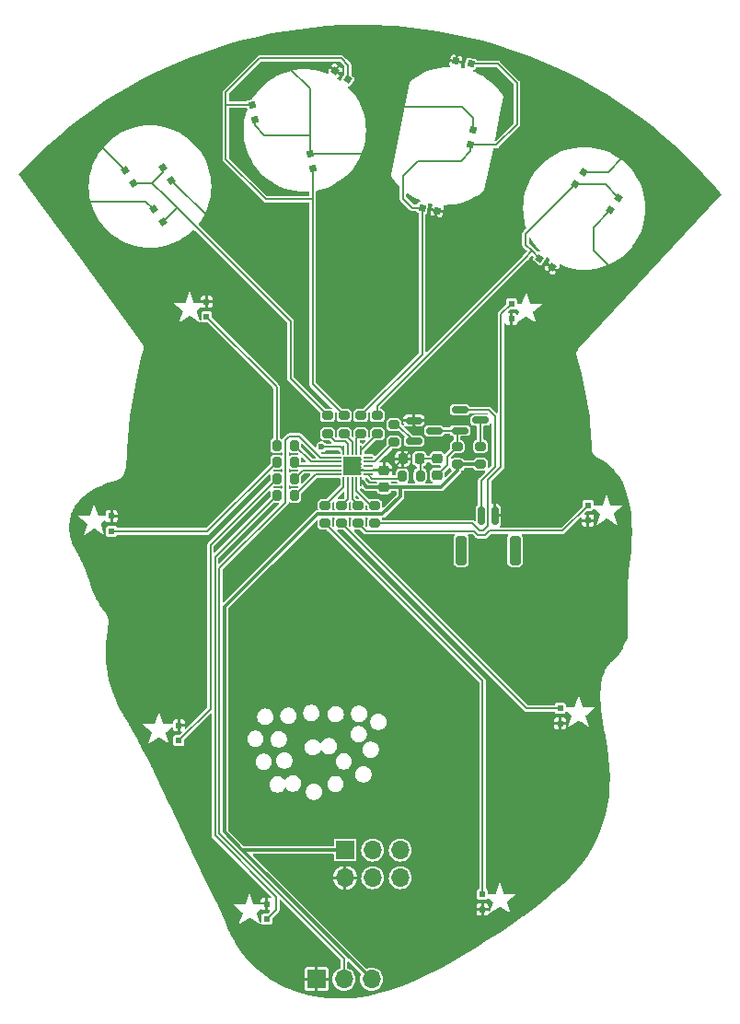
<source format=gbr>
%TF.GenerationSoftware,KiCad,Pcbnew,8.0.5*%
%TF.CreationDate,2024-10-29T18:32:59-07:00*%
%TF.ProjectId,dfiu-ch32v003,64666975-2d63-4683-9332-763030332e6b,rev?*%
%TF.SameCoordinates,Original*%
%TF.FileFunction,Copper,L2,Bot*%
%TF.FilePolarity,Positive*%
%FSLAX46Y46*%
G04 Gerber Fmt 4.6, Leading zero omitted, Abs format (unit mm)*
G04 Created by KiCad (PCBNEW 8.0.5) date 2024-10-29 18:32:59*
%MOMM*%
%LPD*%
G01*
G04 APERTURE LIST*
G04 Aperture macros list*
%AMRoundRect*
0 Rectangle with rounded corners*
0 $1 Rounding radius*
0 $2 $3 $4 $5 $6 $7 $8 $9 X,Y pos of 4 corners*
0 Add a 4 corners polygon primitive as box body*
4,1,4,$2,$3,$4,$5,$6,$7,$8,$9,$2,$3,0*
0 Add four circle primitives for the rounded corners*
1,1,$1+$1,$2,$3*
1,1,$1+$1,$4,$5*
1,1,$1+$1,$6,$7*
1,1,$1+$1,$8,$9*
0 Add four rect primitives between the rounded corners*
20,1,$1+$1,$2,$3,$4,$5,0*
20,1,$1+$1,$4,$5,$6,$7,0*
20,1,$1+$1,$6,$7,$8,$9,0*
20,1,$1+$1,$8,$9,$2,$3,0*%
%AMRotRect*
0 Rectangle, with rotation*
0 The origin of the aperture is its center*
0 $1 length*
0 $2 width*
0 $3 Rotation angle, in degrees counterclockwise*
0 Add horizontal line*
21,1,$1,$2,0,0,$3*%
G04 Aperture macros list end*
%TA.AperFunction,ComponentPad*%
%ADD10R,1.700000X1.700000*%
%TD*%
%TA.AperFunction,ComponentPad*%
%ADD11O,1.700000X1.700000*%
%TD*%
%TA.AperFunction,SMDPad,CuDef*%
%ADD12RotRect,0.600000X0.600000X55.000000*%
%TD*%
%TA.AperFunction,SMDPad,CuDef*%
%ADD13RotRect,0.600000X0.600000X170.000000*%
%TD*%
%TA.AperFunction,SMDPad,CuDef*%
%ADD14RotRect,0.600000X0.600000X260.000000*%
%TD*%
%TA.AperFunction,SMDPad,CuDef*%
%ADD15RotRect,0.600000X0.600000X100.000000*%
%TD*%
%TA.AperFunction,SMDPad,CuDef*%
%ADD16RotRect,0.600000X0.600000X305.000000*%
%TD*%
%TA.AperFunction,SMDPad,CuDef*%
%ADD17RotRect,0.600000X0.600000X280.000000*%
%TD*%
%TA.AperFunction,SMDPad,CuDef*%
%ADD18RotRect,0.600000X0.600000X235.000000*%
%TD*%
%TA.AperFunction,SMDPad,CuDef*%
%ADD19RotRect,0.600000X0.600000X145.000000*%
%TD*%
%TA.AperFunction,SMDPad,CuDef*%
%ADD20RotRect,0.600000X0.600000X350.000000*%
%TD*%
%TA.AperFunction,SMDPad,CuDef*%
%ADD21RoundRect,0.150000X-0.587500X-0.150000X0.587500X-0.150000X0.587500X0.150000X-0.587500X0.150000X0*%
%TD*%
%TA.AperFunction,SMDPad,CuDef*%
%ADD22RotRect,0.600000X0.600000X325.000000*%
%TD*%
%TA.AperFunction,SMDPad,CuDef*%
%ADD23RoundRect,0.050000X0.375000X0.050000X-0.375000X0.050000X-0.375000X-0.050000X0.375000X-0.050000X0*%
%TD*%
%TA.AperFunction,SMDPad,CuDef*%
%ADD24RoundRect,0.050000X0.050000X0.375000X-0.050000X0.375000X-0.050000X-0.375000X0.050000X-0.375000X0*%
%TD*%
%TA.AperFunction,HeatsinkPad*%
%ADD25R,1.650000X1.650000*%
%TD*%
%TA.AperFunction,SMDPad,CuDef*%
%ADD26RoundRect,0.200000X0.275000X-0.200000X0.275000X0.200000X-0.275000X0.200000X-0.275000X-0.200000X0*%
%TD*%
%TA.AperFunction,SMDPad,CuDef*%
%ADD27RoundRect,0.200000X0.200000X0.275000X-0.200000X0.275000X-0.200000X-0.275000X0.200000X-0.275000X0*%
%TD*%
%TA.AperFunction,SMDPad,CuDef*%
%ADD28RoundRect,0.200000X-0.275000X0.200000X-0.275000X-0.200000X0.275000X-0.200000X0.275000X0.200000X0*%
%TD*%
%TA.AperFunction,SMDPad,CuDef*%
%ADD29RoundRect,0.200000X-0.200000X-0.275000X0.200000X-0.275000X0.200000X0.275000X-0.200000X0.275000X0*%
%TD*%
%TA.AperFunction,SMDPad,CuDef*%
%ADD30RoundRect,0.150000X0.150000X0.700000X-0.150000X0.700000X-0.150000X-0.700000X0.150000X-0.700000X0*%
%TD*%
%TA.AperFunction,SMDPad,CuDef*%
%ADD31RoundRect,0.250000X0.250000X1.100000X-0.250000X1.100000X-0.250000X-1.100000X0.250000X-1.100000X0*%
%TD*%
%TA.AperFunction,SMDPad,CuDef*%
%ADD32RotRect,0.600000X0.600000X125.000000*%
%TD*%
%TA.AperFunction,SMDPad,CuDef*%
%ADD33R,0.600000X0.600000*%
%TD*%
%TA.AperFunction,SMDPad,CuDef*%
%ADD34RoundRect,0.225000X-0.250000X0.225000X-0.250000X-0.225000X0.250000X-0.225000X0.250000X0.225000X0*%
%TD*%
%TA.AperFunction,SMDPad,CuDef*%
%ADD35RoundRect,0.225000X0.225000X0.250000X-0.225000X0.250000X-0.225000X-0.250000X0.225000X-0.250000X0*%
%TD*%
%TA.AperFunction,SMDPad,CuDef*%
%ADD36RoundRect,0.225000X0.250000X-0.225000X0.250000X0.225000X-0.250000X0.225000X-0.250000X-0.225000X0*%
%TD*%
%TA.AperFunction,ViaPad*%
%ADD37C,0.600000*%
%TD*%
%TA.AperFunction,Conductor*%
%ADD38C,0.200000*%
%TD*%
%TA.AperFunction,Conductor*%
%ADD39C,0.300000*%
%TD*%
G04 APERTURE END LIST*
D10*
%TO.P,J2,1,Pin_1*%
%TO.N,+3.3V*%
X64790845Y-153029274D03*
D11*
%TO.P,J2,2,Pin_2*%
%TO.N,GND*%
X64790845Y-155569274D03*
%TO.P,J2,3,Pin_3*%
%TO.N,unconnected-(J2-Pin_3-Pad3)*%
X67330845Y-153029274D03*
%TO.P,J2,4,Pin_4*%
%TO.N,unconnected-(J2-Pin_4-Pad4)*%
X67330845Y-155569274D03*
%TO.P,J2,5,Pin_5*%
%TO.N,unconnected-(J2-Pin_5-Pad5)*%
X69870845Y-153029274D03*
%TO.P,J2,6,Pin_6*%
%TO.N,unconnected-(J2-Pin_6-Pad6)*%
X69870845Y-155569274D03*
%TD*%
D12*
%TO.P,D20,1,K*%
%TO.N,GND*%
X89175000Y-94200000D03*
%TO.P,D20,2,A*%
%TO.N,Net-(D18-A)*%
X89978010Y-93053186D03*
%TD*%
D13*
%TO.P,D15,2,A*%
%TO.N,Net-(D15-A)*%
X71885636Y-93978445D03*
%TO.P,D15,1,K*%
%TO.N,GND*%
X73264364Y-94221555D03*
%TD*%
D14*
%TO.P,D16,2,A*%
%TO.N,Net-(D15-A)*%
X76325028Y-88203434D03*
%TO.P,D16,1,K*%
%TO.N,GND*%
X76568138Y-86824706D03*
%TD*%
D15*
%TO.P,D13,1,K*%
%TO.N,GND*%
X56474973Y-85878435D03*
%TO.P,D13,2,A*%
%TO.N,Net-(D12-A)*%
X56231863Y-84499707D03*
%TD*%
D16*
%TO.P,D9,1,K*%
%TO.N,GND*%
X47207805Y-94122539D03*
%TO.P,D9,2,A*%
%TO.N,Net-(D10-A)*%
X48010813Y-95269351D03*
%TD*%
D17*
%TO.P,D12,1,K*%
%TO.N,GND*%
X61578446Y-88985635D03*
%TO.P,D12,2,A*%
%TO.N,Net-(D12-A)*%
X61821554Y-90364365D03*
%TD*%
D18*
%TO.P,D19,2,A*%
%TO.N,Net-(D18-A)*%
X85946990Y-91821814D03*
%TO.P,D19,1,K*%
%TO.N,GND*%
X86750000Y-90675000D03*
%TD*%
D19*
%TO.P,D18,1,K*%
%TO.N,GND*%
X83819353Y-99435814D03*
%TO.P,D18,2,A*%
%TO.N,Net-(D18-A)*%
X82672539Y-98632804D03*
%TD*%
D20*
%TO.P,D17,1,K*%
%TO.N,GND*%
X74985635Y-80503446D03*
%TO.P,D17,2,A*%
%TO.N,Net-(D15-A)*%
X76364365Y-80746554D03*
%TD*%
D21*
%TO.P,Q1,G,G*%
%TO.N,Net-(C3-Pad2)*%
X75361196Y-114462500D03*
%TO.P,Q1,S,S*%
%TO.N,Net-(LS1-Pad2)*%
X75361196Y-112562500D03*
%TO.P,Q1,D,D*%
%TO.N,Net-(Q1-PadD)*%
X77236196Y-113512500D03*
%TD*%
D22*
%TO.P,D14,1,K*%
%TO.N,GND*%
X63903188Y-81371994D03*
%TO.P,D14,2,A*%
%TO.N,Net-(D12-A)*%
X65050000Y-82175000D03*
%TD*%
D23*
%TO.P,U1,1,PD7*%
%TO.N,unconnected-(U1-PD7-Pad1)*%
X66900000Y-116912500D03*
%TO.P,U1,2,PA1*%
%TO.N,Net-(U1-PA1)*%
X66900000Y-117312500D03*
%TO.P,U1,3,PA2*%
%TO.N,unconnected-(U1-PA2-Pad3)*%
X66900000Y-117712500D03*
%TO.P,U1,4,VSS*%
%TO.N,GND*%
X66900000Y-118112500D03*
%TO.P,U1,5,PD0*%
%TO.N,Net-(U1-PD0)*%
X66900000Y-118512500D03*
D24*
%TO.P,U1,6,VDD*%
%TO.N,+3.3V*%
X66250000Y-119162500D03*
%TO.P,U1,7,PC0*%
%TO.N,Net-(U1-PC0)*%
X65850000Y-119162500D03*
%TO.P,U1,8,PC1*%
%TO.N,Net-(U1-PC1)*%
X65450000Y-119162500D03*
%TO.P,U1,9,PC2*%
%TO.N,Net-(U1-PC2)*%
X65050000Y-119162500D03*
%TO.P,U1,10,PC3*%
%TO.N,Net-(U1-PC3)*%
X64650000Y-119162500D03*
D23*
%TO.P,U1,11,PC4*%
%TO.N,Net-(U1-PC4)*%
X64000000Y-118512500D03*
%TO.P,U1,12,PC5*%
%TO.N,Net-(U1-PC5)*%
X64000000Y-118112500D03*
%TO.P,U1,13,PC6*%
%TO.N,Net-(U1-PC6)*%
X64000000Y-117712500D03*
%TO.P,U1,14,PC7*%
%TO.N,Net-(U1-PC7)*%
X64000000Y-117312500D03*
%TO.P,U1,15,PD1*%
%TO.N,Net-(J1-Pin_2)*%
X64000000Y-116912500D03*
D24*
%TO.P,U1,16,PD2*%
%TO.N,Net-(U1-PD2)*%
X64650000Y-116262500D03*
%TO.P,U1,17,PD3*%
%TO.N,Net-(U1-PD3)*%
X65050000Y-116262500D03*
%TO.P,U1,18,PD4*%
%TO.N,Net-(U1-PD4)*%
X65450000Y-116262500D03*
%TO.P,U1,19,PD5*%
%TO.N,Net-(U1-PD5)*%
X65850000Y-116262500D03*
%TO.P,U1,20,PD6*%
%TO.N,Net-(U1-PD6)*%
X66250000Y-116262500D03*
D25*
%TO.P,U1,21,VSS*%
%TO.N,GND*%
X65450000Y-117712500D03*
%TD*%
D26*
%TO.P,R16,1*%
%TO.N,Net-(U1-PA1)*%
X69298696Y-115537500D03*
%TO.P,R16,2*%
%TO.N,Net-(Q2-PadG)*%
X69298696Y-113887500D03*
%TD*%
%TO.P,R15,1*%
%TO.N,+3.3V*%
X77248696Y-117562500D03*
%TO.P,R15,2*%
%TO.N,Net-(Q1-PadD)*%
X77248696Y-115912500D03*
%TD*%
%TO.P,R14,1*%
%TO.N,+3.3V*%
X75098696Y-117587500D03*
%TO.P,R14,2*%
%TO.N,Net-(C3-Pad2)*%
X75098696Y-115937500D03*
%TD*%
D27*
%TO.P,R13,1*%
%TO.N,Net-(C2-Pad1)*%
X71698696Y-118612500D03*
%TO.P,R13,2*%
%TO.N,Net-(U1-PD0)*%
X70048696Y-118612500D03*
%TD*%
D28*
%TO.P,R12,2*%
%TO.N,Net-(U1-PD6)*%
X67750000Y-114737500D03*
%TO.P,R12,1*%
%TO.N,Net-(D18-A)*%
X67750000Y-113087500D03*
%TD*%
%TO.P,R11,1*%
%TO.N,Net-(D15-A)*%
X66225000Y-113087500D03*
%TO.P,R11,2*%
%TO.N,Net-(U1-PD5)*%
X66225000Y-114737500D03*
%TD*%
%TO.P,R10,1*%
%TO.N,Net-(D12-A)*%
X64700000Y-113087500D03*
%TO.P,R10,2*%
%TO.N,Net-(U1-PD4)*%
X64700000Y-114737500D03*
%TD*%
%TO.P,R9,1*%
%TO.N,Net-(D10-A)*%
X63175000Y-113087500D03*
%TO.P,R9,2*%
%TO.N,Net-(U1-PD3)*%
X63175000Y-114737500D03*
%TD*%
D29*
%TO.P,R8,1*%
%TO.N,Net-(D8-A)*%
X58500000Y-115837500D03*
%TO.P,R8,2*%
%TO.N,Net-(U1-PC7)*%
X60150000Y-115837500D03*
%TD*%
%TO.P,R7,1*%
%TO.N,Net-(D7-A)*%
X58500000Y-117362500D03*
%TO.P,R7,2*%
%TO.N,Net-(U1-PC6)*%
X60150000Y-117362500D03*
%TD*%
%TO.P,R6,1*%
%TO.N,Net-(D6-A)*%
X58500000Y-118887500D03*
%TO.P,R6,2*%
%TO.N,Net-(U1-PC5)*%
X60150000Y-118887500D03*
%TD*%
%TO.P,R5,1*%
%TO.N,Net-(D5-A)*%
X58500000Y-120412500D03*
%TO.P,R5,2*%
%TO.N,Net-(U1-PC4)*%
X60150000Y-120412500D03*
%TD*%
D26*
%TO.P,R4,1*%
%TO.N,Net-(D4-A)*%
X62950000Y-122987500D03*
%TO.P,R4,2*%
%TO.N,Net-(U1-PC3)*%
X62950000Y-121337500D03*
%TD*%
%TO.P,R3,1*%
%TO.N,Net-(D3-A)*%
X64475000Y-122987500D03*
%TO.P,R3,2*%
%TO.N,Net-(U1-PC2)*%
X64475000Y-121337500D03*
%TD*%
%TO.P,R2,1*%
%TO.N,Net-(D2-A)*%
X66000000Y-122987500D03*
%TO.P,R2,2*%
%TO.N,Net-(U1-PC1)*%
X66000000Y-121337500D03*
%TD*%
%TO.P,R1,1*%
%TO.N,Net-(D1-A)*%
X67525000Y-122987500D03*
%TO.P,R1,2*%
%TO.N,Net-(U1-PC0)*%
X67525000Y-121337500D03*
%TD*%
D21*
%TO.P,Q2,G,G*%
%TO.N,Net-(Q2-PadG)*%
X71123696Y-115437500D03*
%TO.P,Q2,S,S*%
%TO.N,GND*%
X71123696Y-113537500D03*
%TO.P,Q2,D,D*%
%TO.N,Net-(C3-Pad2)*%
X72998696Y-114487500D03*
%TD*%
D30*
%TO.P,LS1,1,1*%
%TO.N,GND*%
X78575000Y-122275000D03*
%TO.P,LS1,2,2*%
%TO.N,Net-(LS1-Pad2)*%
X77325000Y-122275000D03*
D31*
%TO.P,LS1,MP*%
%TO.N,N/C*%
X80425000Y-125475000D03*
X75475000Y-125475000D03*
%TD*%
D10*
%TO.P,J1,1,Pin_1*%
%TO.N,GND*%
X62150000Y-164900000D03*
D11*
%TO.P,J1,2,Pin_2*%
%TO.N,Net-(J1-Pin_2)*%
X64690000Y-164900000D03*
%TO.P,J1,3,Pin_3*%
%TO.N,+3.3V*%
X67230000Y-164900000D03*
%TD*%
D32*
%TO.P,D11,1,K*%
%TO.N,GND*%
X48817194Y-91427461D03*
%TO.P,D11,2,A*%
%TO.N,Net-(D10-A)*%
X48014188Y-90280649D03*
%TD*%
D16*
%TO.P,D10,2,A*%
%TO.N,Net-(D10-A)*%
X45353008Y-91696812D03*
%TO.P,D10,1,K*%
%TO.N,GND*%
X44550000Y-90550000D03*
%TD*%
D33*
%TO.P,D8,1,K*%
%TO.N,GND*%
X52052634Y-102622662D03*
%TO.P,D8,2,A*%
%TO.N,Net-(D8-A)*%
X52052634Y-104022662D03*
%TD*%
%TO.P,D7,2,A*%
%TO.N,Net-(D7-A)*%
X43301431Y-123725000D03*
%TO.P,D7,1,K*%
%TO.N,GND*%
X43301431Y-122325000D03*
%TD*%
%TO.P,D6,1,K*%
%TO.N,GND*%
X49490301Y-141576867D03*
%TO.P,D6,2,A*%
%TO.N,Net-(D6-A)*%
X49490301Y-142976867D03*
%TD*%
%TO.P,D5,1,K*%
%TO.N,GND*%
X57575000Y-158000000D03*
%TO.P,D5,2,A*%
%TO.N,Net-(D5-A)*%
X57575000Y-159400000D03*
%TD*%
%TO.P,D4,1,K*%
%TO.N,GND*%
X77426483Y-158501570D03*
%TO.P,D4,2,A*%
%TO.N,Net-(D4-A)*%
X77426483Y-157101570D03*
%TD*%
%TO.P,D3,1,K*%
%TO.N,GND*%
X84577914Y-141401570D03*
%TO.P,D3,2,A*%
%TO.N,Net-(D3-A)*%
X84577914Y-140001570D03*
%TD*%
%TO.P,D2,1,K*%
%TO.N,GND*%
X87137613Y-122724703D03*
%TO.P,D2,2,A*%
%TO.N,Net-(D2-A)*%
X87137613Y-121324703D03*
%TD*%
%TO.P,D1,2,A*%
%TO.N,Net-(D1-A)*%
X80091783Y-102799703D03*
%TO.P,D1,1,K*%
%TO.N,GND*%
X80091783Y-104199703D03*
%TD*%
D34*
%TO.P,C3,1*%
%TO.N,Net-(C2-Pad1)*%
X73248696Y-117012500D03*
%TO.P,C3,2*%
%TO.N,Net-(C3-Pad2)*%
X73248696Y-118562500D03*
%TD*%
D35*
%TO.P,C2,1*%
%TO.N,Net-(C2-Pad1)*%
X71648696Y-117062500D03*
%TO.P,C2,2*%
%TO.N,GND*%
X70098696Y-117062500D03*
%TD*%
D36*
%TO.P,C1,1*%
%TO.N,+3.3V*%
X68375000Y-119662500D03*
%TO.P,C1,2*%
%TO.N,GND*%
X68375000Y-118112500D03*
%TD*%
D37*
%TO.N,Net-(U1-PD2)*%
X62625000Y-115962500D03*
%TD*%
D38*
%TO.N,GND*%
X56474973Y-85878435D02*
X56474973Y-86424973D01*
X56474973Y-86424973D02*
X57350000Y-87300000D01*
X61578446Y-87300000D02*
X61578446Y-85703446D01*
X57350000Y-87300000D02*
X61578446Y-87300000D01*
X61578446Y-88985635D02*
X61578446Y-87300000D01*
X87625000Y-97875000D02*
X89325000Y-99575000D01*
X87625000Y-95750000D02*
X87625000Y-97875000D01*
X89175000Y-94200000D02*
X87625000Y-95750000D01*
%TO.N,Net-(D18-A)*%
X88746638Y-91821814D02*
X89978010Y-93053186D01*
X85946990Y-91821814D02*
X88746638Y-91821814D01*
%TO.N,GND*%
X89000000Y-90675000D02*
X90300000Y-89375000D01*
X86750000Y-90675000D02*
X89000000Y-90675000D01*
%TO.N,Net-(D15-A)*%
X70125000Y-93125000D02*
X70978445Y-93978445D01*
X70978445Y-93978445D02*
X71885636Y-93978445D01*
X70125000Y-91075000D02*
X70125000Y-93125000D01*
X75425000Y-89700000D02*
X71500000Y-89700000D01*
X76325028Y-88799972D02*
X75425000Y-89700000D01*
X71500000Y-89700000D02*
X70125000Y-91075000D01*
X76325028Y-88203434D02*
X76325028Y-88799972D01*
X71885636Y-107426864D02*
X71881250Y-107431250D01*
X71885636Y-93978445D02*
X71885636Y-107426864D01*
X71881250Y-107431250D02*
X66225000Y-113087500D01*
X80600000Y-86325000D02*
X78721566Y-88203434D01*
X78721566Y-88203434D02*
X76325028Y-88203434D01*
X80600000Y-82475000D02*
X80600000Y-86325000D01*
X78871554Y-80746554D02*
X80600000Y-82475000D01*
X76364365Y-80746554D02*
X78871554Y-80746554D01*
%TO.N,GND*%
X75550000Y-84675000D02*
X69800000Y-84675000D01*
X76568138Y-85693138D02*
X75550000Y-84675000D01*
X76568138Y-86824706D02*
X76568138Y-85693138D01*
%TO.N,Net-(D10-A)*%
X49312500Y-93967664D02*
X49312500Y-93962500D01*
X49312500Y-93962500D02*
X48350000Y-93000000D01*
X52700000Y-97350000D02*
X49312500Y-93962500D01*
X48010813Y-95269351D02*
X49312500Y-93967664D01*
%TO.N,GND*%
X46460266Y-93375000D02*
X41075000Y-93375000D01*
X47207805Y-94122539D02*
X46460266Y-93375000D01*
%TO.N,Net-(D12-A)*%
X53825293Y-84499707D02*
X53825000Y-84500000D01*
X53825000Y-84500000D02*
X53825000Y-83350000D01*
X53825000Y-85850000D02*
X53825000Y-84500000D01*
X56231863Y-84499707D02*
X53825293Y-84499707D01*
%TO.N,Net-(D10-A)*%
X59775000Y-104425000D02*
X52700000Y-97350000D01*
%TO.N,Net-(J1-Pin_2)*%
X64690000Y-162996396D02*
X64690000Y-164900000D01*
X53225000Y-151531396D02*
X64690000Y-162996396D01*
X59662500Y-115000000D02*
X59300000Y-115362500D01*
X60593261Y-115000000D02*
X59662500Y-115000000D01*
X59300000Y-121062500D02*
X53225000Y-127137500D01*
X62505761Y-116912500D02*
X60593261Y-115000000D01*
X59300000Y-115362500D02*
X59300000Y-121062500D01*
X64000000Y-116912500D02*
X62505761Y-116912500D01*
X53225000Y-127137500D02*
X53225000Y-151531396D01*
%TO.N,Net-(D5-A)*%
X52825000Y-151697082D02*
X52825000Y-126087500D01*
X52825000Y-126087500D02*
X58500000Y-120412500D01*
X58450000Y-157322082D02*
X52825000Y-151697082D01*
X58450000Y-158525000D02*
X58450000Y-157322082D01*
X57575000Y-159400000D02*
X58450000Y-158525000D01*
%TO.N,Net-(D18-A)*%
X81394868Y-96355132D02*
X85928186Y-91821814D01*
X85928186Y-91821814D02*
X85946990Y-91821814D01*
X81982368Y-97942632D02*
X81394868Y-97355132D01*
X81394868Y-97355132D02*
X81394868Y-96355132D01*
X81292196Y-98632804D02*
X81982368Y-97942632D01*
X82672539Y-98632804D02*
X81982368Y-97942632D01*
X67750000Y-112175000D02*
X67750000Y-113087500D01*
X81292196Y-98632804D02*
X67750000Y-112175000D01*
%TO.N,Net-(D2-A)*%
X66712500Y-123700000D02*
X66000000Y-122987500D01*
X77690686Y-124075000D02*
X77009314Y-124075000D01*
X84787316Y-123675000D02*
X78090686Y-123675000D01*
X87137613Y-121324703D02*
X84787316Y-123675000D01*
X78090686Y-123675000D02*
X77690686Y-124075000D01*
X77009314Y-124075000D02*
X76634314Y-123700000D01*
X76634314Y-123700000D02*
X66712500Y-123700000D01*
%TO.N,Net-(D1-A)*%
X76487500Y-122987500D02*
X67525000Y-122987500D01*
X77175000Y-123675000D02*
X76487500Y-122987500D01*
X77525000Y-123675000D02*
X77175000Y-123675000D01*
X77950000Y-118975000D02*
X77950000Y-123250000D01*
X77950000Y-123250000D02*
X77525000Y-123675000D01*
X79125000Y-117800000D02*
X77950000Y-118975000D01*
X79125000Y-103766486D02*
X79125000Y-117800000D01*
X80091783Y-102799703D02*
X79125000Y-103766486D01*
%TO.N,Net-(LS1-Pad2)*%
X77325000Y-119034314D02*
X77325000Y-122275000D01*
X78567446Y-117791868D02*
X77325000Y-119034314D01*
X77992446Y-112562500D02*
X78567446Y-113137500D01*
X75361196Y-112562500D02*
X77992446Y-112562500D01*
X78567446Y-113137500D02*
X78567446Y-117791868D01*
%TO.N,Net-(D4-A)*%
X77426483Y-137463983D02*
X62950000Y-122987500D01*
X77426483Y-157101570D02*
X77426483Y-137463983D01*
%TO.N,Net-(D3-A)*%
X81489070Y-140001570D02*
X64475000Y-122987500D01*
X84577914Y-140001570D02*
X81489070Y-140001570D01*
%TO.N,Net-(D7-A)*%
X58500000Y-117362500D02*
X52137500Y-123725000D01*
X52137500Y-123725000D02*
X43301431Y-123725000D01*
%TO.N,Net-(D6-A)*%
X49490301Y-142976867D02*
X52425000Y-140042168D01*
X52425000Y-140042168D02*
X52425000Y-124962500D01*
%TO.N,Net-(D8-A)*%
X58500000Y-110470028D02*
X52052634Y-104022662D01*
X58500000Y-115837500D02*
X58500000Y-110470028D01*
D39*
%TO.N,+3.3V*%
X73612500Y-119637500D02*
X69875000Y-119637500D01*
X69875000Y-119637500D02*
X69850000Y-119662500D01*
X75098696Y-118151304D02*
X73612500Y-119637500D01*
X75098696Y-117587500D02*
X75098696Y-118151304D01*
D38*
%TO.N,Net-(U1-PA1)*%
X69298696Y-115537500D02*
X67523696Y-117312500D01*
X67523696Y-117312500D02*
X66900000Y-117312500D01*
X69298696Y-115537500D02*
X69187500Y-115537500D01*
%TO.N,GND*%
X71123696Y-113990552D02*
X71123696Y-113537500D01*
X72217446Y-115787500D02*
X72217446Y-115084302D01*
X71879946Y-116125000D02*
X72217446Y-115787500D01*
X71036196Y-116125000D02*
X71879946Y-116125000D01*
X70098696Y-117062500D02*
X71036196Y-116125000D01*
X72217446Y-115084302D02*
X71123696Y-113990552D01*
%TO.N,Net-(D10-A)*%
X59775000Y-109650000D02*
X59775000Y-104425000D01*
X63175000Y-113050000D02*
X59775000Y-109650000D01*
X63175000Y-113087500D02*
X63175000Y-113050000D01*
%TO.N,Net-(D12-A)*%
X61821554Y-93050000D02*
X61821554Y-110209054D01*
X61821554Y-93050000D02*
X61821554Y-93200000D01*
X61821554Y-90364365D02*
X61821554Y-93050000D01*
D39*
%TO.N,+3.3V*%
X53700000Y-130662500D02*
X53700000Y-151370000D01*
X69850000Y-120512500D02*
X69850000Y-119662500D01*
X62225000Y-122137500D02*
X68225000Y-122137500D01*
X68225000Y-122137500D02*
X69850000Y-120512500D01*
X53700000Y-130662500D02*
X62225000Y-122137500D01*
D38*
%TO.N,Net-(U1-PD0)*%
X69798696Y-118862500D02*
X70048696Y-118612500D01*
X67250000Y-118862500D02*
X69798696Y-118862500D01*
%TO.N,GND*%
X69048696Y-118112500D02*
X68375000Y-118112500D01*
X70098696Y-117062500D02*
X69048696Y-118112500D01*
D39*
%TO.N,+3.3V*%
X55340000Y-153010000D02*
X53700000Y-151370000D01*
D38*
%TO.N,Net-(D6-A)*%
X58500000Y-118887500D02*
X52425000Y-124962500D01*
%TO.N,Net-(U1-PD2)*%
X62625000Y-115962500D02*
X64350000Y-115962500D01*
X64350000Y-115962500D02*
X64650000Y-116262500D01*
%TO.N,+3.3V*%
X55359274Y-153029274D02*
X55340000Y-153010000D01*
D39*
X64790845Y-153029274D02*
X55359274Y-153029274D01*
X67230000Y-164900000D02*
X55340000Y-153010000D01*
X66300000Y-119187500D02*
X66300000Y-119162500D01*
X66375000Y-119187500D02*
X66300000Y-119187500D01*
X68375000Y-119662500D02*
X66750000Y-119662500D01*
X66750000Y-119662500D02*
X66375000Y-119187500D01*
X69850000Y-119662500D02*
X68375000Y-119662500D01*
D38*
%TO.N,GND*%
X66900000Y-118112500D02*
X68375000Y-118112500D01*
%TO.N,Net-(U1-PD0)*%
X66900000Y-118512500D02*
X67250000Y-118862500D01*
%TO.N,Net-(U1-PC0)*%
X65850000Y-119999852D02*
X67187648Y-121337500D01*
X67187648Y-121337500D02*
X67525000Y-121337500D01*
X65850000Y-119162500D02*
X65850000Y-119999852D01*
%TO.N,Net-(U1-PC1)*%
X65450000Y-120787500D02*
X66000000Y-121337500D01*
X65450000Y-119162500D02*
X65450000Y-120787500D01*
%TO.N,Net-(U1-PC2)*%
X65050000Y-120762500D02*
X64475000Y-121337500D01*
X65050000Y-119162500D02*
X65050000Y-120762500D01*
%TO.N,Net-(U1-PC3)*%
X64650000Y-119637500D02*
X62950000Y-121337500D01*
X64650000Y-119162500D02*
X64650000Y-119637500D01*
%TO.N,Net-(U1-PC4)*%
X62050000Y-118512500D02*
X60150000Y-120412500D01*
X64000000Y-118512500D02*
X62050000Y-118512500D01*
%TO.N,Net-(U1-PC5)*%
X60925000Y-118112500D02*
X60150000Y-118887500D01*
X64000000Y-118112500D02*
X60925000Y-118112500D01*
%TO.N,Net-(U1-PC6)*%
X60500000Y-117712500D02*
X60150000Y-117362500D01*
X64000000Y-117712500D02*
X60500000Y-117712500D01*
%TO.N,Net-(U1-PC7)*%
X64000000Y-117312500D02*
X61625000Y-117312500D01*
X61625000Y-117312500D02*
X60150000Y-115837500D01*
%TO.N,Net-(Q2-PadG)*%
X69573696Y-113887500D02*
X69298696Y-113887500D01*
X71123696Y-115437500D02*
X69573696Y-113887500D01*
%TO.N,GND*%
X61578446Y-83028446D02*
X59650000Y-81100000D01*
X61578446Y-85703446D02*
X61578446Y-83028446D01*
%TO.N,Net-(D12-A)*%
X53825000Y-89525000D02*
X53825000Y-85850000D01*
X56925000Y-80250000D02*
X64450000Y-80250000D01*
X64450000Y-80250000D02*
X65050000Y-80850000D01*
X53825000Y-83350000D02*
X56925000Y-80250000D01*
X57500000Y-93200000D02*
X53825000Y-89525000D01*
X65050000Y-80850000D02*
X65050000Y-82175000D01*
X61821554Y-93200000D02*
X57500000Y-93200000D01*
X61821554Y-110209054D02*
X64700000Y-113087500D01*
%TO.N,Net-(D10-A)*%
X48350000Y-93000000D02*
X47046812Y-91696812D01*
%TO.N,GND*%
X48817194Y-91427461D02*
X52364733Y-94975000D01*
X61578446Y-88985635D02*
X66714365Y-88985635D01*
X44550000Y-90550000D02*
X42100000Y-88100000D01*
%TO.N,Net-(D10-A)*%
X48014188Y-90280649D02*
X48014188Y-90729436D01*
X48014188Y-90729436D02*
X47046812Y-91696812D01*
X47046812Y-91696812D02*
X45353008Y-91696812D01*
%TO.N,Net-(U1-PD3)*%
X64825000Y-115437500D02*
X63875000Y-115437500D01*
X63875000Y-115437500D02*
X63175000Y-114737500D01*
X65050000Y-115662500D02*
X64825000Y-115437500D01*
X65050000Y-116262500D02*
X65050000Y-115662500D01*
%TO.N,Net-(U1-PD4)*%
X65450000Y-115487500D02*
X64700000Y-114737500D01*
X65450000Y-116262500D02*
X65450000Y-115487500D01*
%TO.N,Net-(U1-PD5)*%
X65850000Y-115112500D02*
X66225000Y-114737500D01*
X65850000Y-116262500D02*
X65850000Y-115112500D01*
%TO.N,Net-(U1-PD6)*%
X67750000Y-114762500D02*
X67750000Y-114737500D01*
X66250000Y-116262500D02*
X67750000Y-114762500D01*
%TO.N,Net-(U1-PD0)*%
X69923696Y-118487500D02*
X70048696Y-118612500D01*
%TO.N,Net-(C3-Pad2)*%
X74192446Y-117618750D02*
X74192446Y-116843750D01*
X73248696Y-118562500D02*
X74192446Y-117618750D01*
X74192446Y-116843750D02*
X75098696Y-115937500D01*
%TO.N,+3.3V*%
X75123696Y-117562500D02*
X75098696Y-117587500D01*
D39*
X77248696Y-117562500D02*
X75123696Y-117562500D01*
D38*
%TO.N,GND*%
X65850000Y-118112500D02*
X65450000Y-117712500D01*
X66900000Y-118112500D02*
X65850000Y-118112500D01*
%TO.N,Net-(Q1-PadD)*%
X77236196Y-115900000D02*
X77248696Y-115912500D01*
X77236196Y-113512500D02*
X77236196Y-115900000D01*
%TO.N,Net-(C3-Pad2)*%
X75336196Y-114487500D02*
X75361196Y-114462500D01*
X72998696Y-114487500D02*
X75336196Y-114487500D01*
X75098696Y-114725000D02*
X75361196Y-114462500D01*
X75098696Y-115937500D02*
X75098696Y-114725000D01*
%TO.N,Net-(C2-Pad1)*%
X73198696Y-117062500D02*
X73248696Y-117012500D01*
X71648696Y-117062500D02*
X73198696Y-117062500D01*
X71698696Y-117112500D02*
X71648696Y-117062500D01*
X71698696Y-118612500D02*
X71698696Y-117112500D01*
%TO.N,GND*%
X57775000Y-158200000D02*
X57575000Y-158000000D01*
X77226483Y-158301570D02*
X77426483Y-158501570D01*
%TD*%
%TA.AperFunction,Conductor*%
%TO.N,GND*%
G36*
X64347203Y-80572174D02*
G01*
X64727826Y-80952797D01*
X64749500Y-81005123D01*
X64749500Y-81708229D01*
X64736117Y-81750674D01*
X64456616Y-82149843D01*
X64456609Y-82149856D01*
X64432598Y-82204425D01*
X64432598Y-82204427D01*
X64432392Y-82213880D01*
X64409583Y-82265721D01*
X64356797Y-82286249D01*
X64315410Y-82272492D01*
X64157186Y-82159523D01*
X64112429Y-82132853D01*
X64078573Y-82087448D01*
X64086739Y-82031403D01*
X64110554Y-82006869D01*
X64113817Y-82004790D01*
X64167527Y-81953374D01*
X64167528Y-81953373D01*
X64282023Y-81789855D01*
X64282023Y-81789854D01*
X63743930Y-81413077D01*
X63743928Y-81413075D01*
X63641417Y-81341296D01*
X64077279Y-81341296D01*
X64077279Y-81341297D01*
X64425418Y-81585066D01*
X64539915Y-81421548D01*
X64539922Y-81421536D01*
X64569861Y-81353493D01*
X64569862Y-81353488D01*
X64572031Y-81254060D01*
X64535983Y-81161363D01*
X64484569Y-81107655D01*
X64321048Y-80993157D01*
X64077279Y-81341296D01*
X63641417Y-81341296D01*
X63380957Y-81158920D01*
X63380956Y-81158920D01*
X63266459Y-81322439D01*
X63266457Y-81322443D01*
X63236514Y-81390494D01*
X63236513Y-81390499D01*
X63234344Y-81489928D01*
X63234344Y-81489931D01*
X63258565Y-81552213D01*
X63257330Y-81608837D01*
X63216418Y-81648002D01*
X63162697Y-81647972D01*
X62905539Y-81547629D01*
X62905534Y-81547627D01*
X62459420Y-81414813D01*
X62459417Y-81414812D01*
X62459416Y-81414812D01*
X62003860Y-81319292D01*
X61607743Y-81269916D01*
X61541971Y-81261718D01*
X61541969Y-81261717D01*
X61541961Y-81261717D01*
X61076904Y-81242483D01*
X60611846Y-81261717D01*
X60611837Y-81261718D01*
X60149947Y-81319292D01*
X59694391Y-81414812D01*
X59618137Y-81437514D01*
X59248274Y-81547627D01*
X59248271Y-81547627D01*
X59248268Y-81547629D01*
X58814648Y-81716828D01*
X58396498Y-81921249D01*
X58396486Y-81921255D01*
X58396481Y-81921258D01*
X58342585Y-81953373D01*
X57996621Y-82159523D01*
X57617798Y-82429997D01*
X57262617Y-82730820D01*
X56933478Y-83059959D01*
X56632655Y-83415140D01*
X56362181Y-83793963D01*
X56263310Y-83959887D01*
X56217905Y-83993743D01*
X56212590Y-83994883D01*
X55830060Y-84062334D01*
X55774486Y-84083946D01*
X55716869Y-84139103D01*
X55716868Y-84139105D01*
X55709870Y-84155010D01*
X55668958Y-84194175D01*
X55642137Y-84199207D01*
X54199500Y-84199207D01*
X54147174Y-84177533D01*
X54125500Y-84125207D01*
X54125500Y-83505123D01*
X54147174Y-83452797D01*
X56645839Y-80954132D01*
X63524351Y-80954132D01*
X63872490Y-81197901D01*
X63872491Y-81197901D01*
X64116260Y-80849762D01*
X63952742Y-80735266D01*
X63952730Y-80735259D01*
X63884687Y-80705320D01*
X63884682Y-80705319D01*
X63785254Y-80703150D01*
X63692557Y-80739198D01*
X63638849Y-80790612D01*
X63524351Y-80954132D01*
X56645839Y-80954132D01*
X57027797Y-80572174D01*
X57080123Y-80550500D01*
X64294877Y-80550500D01*
X64347203Y-80572174D01*
G37*
%TD.AperFunction*%
%TA.AperFunction,Conductor*%
G36*
X66923730Y-77165026D02*
G01*
X66925830Y-77165058D01*
X68180397Y-77202679D01*
X68207046Y-77203479D01*
X68209249Y-77203578D01*
X68747697Y-77235803D01*
X69488707Y-77280152D01*
X69490898Y-77280316D01*
X70767509Y-77394975D01*
X70769640Y-77395198D01*
X72042276Y-77547842D01*
X72044453Y-77548136D01*
X73311992Y-77738630D01*
X73314092Y-77738978D01*
X74575423Y-77967157D01*
X74577530Y-77967571D01*
X75795483Y-78225598D01*
X75831451Y-78233218D01*
X75833601Y-78233707D01*
X77079039Y-78536591D01*
X77081174Y-78537144D01*
X78317041Y-78877001D01*
X78319100Y-78877600D01*
X79544362Y-79254148D01*
X79546356Y-79254794D01*
X80759857Y-79667680D01*
X80761851Y-79668391D01*
X81962533Y-80117256D01*
X81964507Y-80118028D01*
X83151243Y-80602450D01*
X83153215Y-80603290D01*
X84324961Y-81122840D01*
X84326906Y-81123737D01*
X85482684Y-81677981D01*
X85484618Y-81678944D01*
X86119228Y-82006869D01*
X86623341Y-82267362D01*
X86625285Y-82268404D01*
X87745918Y-82890458D01*
X87747829Y-82891556D01*
X88849514Y-83546770D01*
X88851327Y-83547885D01*
X89932936Y-84235589D01*
X89934779Y-84236799D01*
X90995440Y-84956437D01*
X90997246Y-84957702D01*
X92035992Y-85708618D01*
X92037735Y-85709918D01*
X93053669Y-86491466D01*
X93055396Y-86492836D01*
X94047534Y-87304256D01*
X94049220Y-87305677D01*
X95016777Y-88146324D01*
X95018420Y-88147795D01*
X95960496Y-89016892D01*
X95962094Y-89018411D01*
X96877858Y-89915189D01*
X96879410Y-89916755D01*
X97376624Y-90433564D01*
X97760352Y-90832416D01*
X97768035Y-90840401D01*
X97769528Y-90841999D01*
X98612236Y-91771847D01*
X98630284Y-91791761D01*
X98631734Y-91793411D01*
X99287416Y-92561705D01*
X99403878Y-92698169D01*
X99421360Y-92752041D01*
X99399488Y-92794925D01*
X99401491Y-92796764D01*
X99398210Y-92800337D01*
X99382831Y-92822253D01*
X99376511Y-92830071D01*
X86238311Y-106993912D01*
X86233132Y-106998845D01*
X86189343Y-107046701D01*
X86189005Y-107047068D01*
X86145448Y-107094026D01*
X86144647Y-107095174D01*
X86144353Y-107095591D01*
X86143572Y-107096691D01*
X86114070Y-107153464D01*
X86113837Y-107153908D01*
X86083910Y-107210554D01*
X86083500Y-107211686D01*
X86083322Y-107212170D01*
X86082786Y-107213612D01*
X86068985Y-107276078D01*
X86068875Y-107276568D01*
X86054624Y-107339050D01*
X86054503Y-107340444D01*
X86054461Y-107340911D01*
X86054331Y-107342303D01*
X86057165Y-107406154D01*
X86057186Y-107406656D01*
X86059593Y-107470735D01*
X86059819Y-107472006D01*
X86059906Y-107472510D01*
X86060152Y-107473958D01*
X86079427Y-107534937D01*
X86079577Y-107535417D01*
X86098736Y-107597497D01*
X86101312Y-107604173D01*
X86244327Y-108056609D01*
X86245221Y-108059665D01*
X86559918Y-109227862D01*
X86560711Y-109231094D01*
X86846616Y-110520757D01*
X86847185Y-110523583D01*
X87091573Y-111872687D01*
X87092030Y-111875526D01*
X87282173Y-113221467D01*
X87282469Y-113223834D01*
X87352513Y-113869289D01*
X87352688Y-113871109D01*
X87404653Y-114492816D01*
X87404799Y-114494934D01*
X87436903Y-115081174D01*
X87436999Y-115083727D01*
X87448109Y-115634151D01*
X87448122Y-115635089D01*
X87449371Y-115801608D01*
X87448168Y-115812607D01*
X87448248Y-115812615D01*
X87447790Y-115817438D01*
X87449890Y-115874964D01*
X87449937Y-115877108D01*
X87450300Y-115925625D01*
X87449871Y-115930480D01*
X87450141Y-115930495D01*
X87449876Y-115935335D01*
X87454018Y-115989675D01*
X87454183Y-115992601D01*
X87455729Y-116034983D01*
X87455773Y-116038538D01*
X87455718Y-116043282D01*
X87455718Y-116043284D01*
X87455718Y-116043287D01*
X87455961Y-116045326D01*
X87456100Y-116046778D01*
X87456349Y-116048559D01*
X87460519Y-116083350D01*
X87460633Y-116099955D01*
X87460531Y-116100915D01*
X87460531Y-116100927D01*
X87463887Y-116122272D01*
X87464571Y-116128135D01*
X87466640Y-116155268D01*
X87467011Y-116157942D01*
X87472444Y-116184828D01*
X87473384Y-116190674D01*
X87476113Y-116213434D01*
X87476226Y-116215538D01*
X87476679Y-116219327D01*
X87482272Y-116241260D01*
X87483668Y-116248045D01*
X87487532Y-116272607D01*
X87487431Y-116272622D01*
X87487931Y-116275599D01*
X87488345Y-116275526D01*
X87489194Y-116280303D01*
X87495012Y-116298667D01*
X87497000Y-116306355D01*
X87500401Y-116323187D01*
X87501977Y-116327782D01*
X87501017Y-116328110D01*
X87503799Y-116337615D01*
X87504334Y-116337485D01*
X87505483Y-116342198D01*
X87511273Y-116357123D01*
X87513984Y-116365589D01*
X87517531Y-116379491D01*
X87519336Y-116384001D01*
X87519112Y-116384090D01*
X87525669Y-116402395D01*
X87526005Y-116404278D01*
X87526009Y-116404294D01*
X87531561Y-116416141D01*
X87535096Y-116425184D01*
X87538704Y-116436572D01*
X87540418Y-116439253D01*
X87549802Y-116460953D01*
X87550996Y-116465675D01*
X87556315Y-116475195D01*
X87560702Y-116484519D01*
X87564397Y-116494041D01*
X87566233Y-116496549D01*
X87567757Y-116498631D01*
X87578287Y-116519061D01*
X87580354Y-116525298D01*
X87580355Y-116525301D01*
X87580356Y-116525303D01*
X87580357Y-116525305D01*
X87585651Y-116533354D01*
X87590825Y-116542604D01*
X87594822Y-116551132D01*
X87599224Y-116556358D01*
X87611044Y-116575832D01*
X87613623Y-116582089D01*
X87613626Y-116582095D01*
X87619368Y-116589606D01*
X87625177Y-116598450D01*
X87629927Y-116606951D01*
X87634426Y-116611579D01*
X87647720Y-116630404D01*
X87650128Y-116635282D01*
X87650131Y-116635287D01*
X87656983Y-116643095D01*
X87663186Y-116651236D01*
X87669306Y-116660540D01*
X87672713Y-116663572D01*
X87687695Y-116682012D01*
X87689072Y-116684411D01*
X87697693Y-116693079D01*
X87704003Y-116700307D01*
X87711792Y-116710493D01*
X87712185Y-116711007D01*
X87713365Y-116711916D01*
X87726343Y-116725962D01*
X87726593Y-116725749D01*
X87729745Y-116729431D01*
X87740691Y-116739263D01*
X87746860Y-116745504D01*
X87757673Y-116757826D01*
X87761320Y-116761021D01*
X87761210Y-116761145D01*
X87768468Y-116767269D01*
X87771587Y-116770568D01*
X87785179Y-116781614D01*
X87790949Y-116786832D01*
X87804839Y-116800796D01*
X87804841Y-116800797D01*
X87804843Y-116800799D01*
X87808678Y-116803758D01*
X87808393Y-116804126D01*
X87810246Y-116805529D01*
X87810363Y-116805373D01*
X87830562Y-116820409D01*
X87835825Y-116824716D01*
X87852940Y-116840089D01*
X87856037Y-116842212D01*
X87858263Y-116843537D01*
X87866405Y-116849156D01*
X87876504Y-116856125D01*
X87881143Y-116859602D01*
X87903057Y-116877411D01*
X87903983Y-116878075D01*
X87906502Y-116879660D01*
X87906503Y-116879662D01*
X87924917Y-116891255D01*
X87927762Y-116893046D01*
X87932521Y-116896308D01*
X87946137Y-116906443D01*
X87950109Y-116909400D01*
X87950764Y-116909660D01*
X87965481Y-116917529D01*
X87998877Y-116940576D01*
X87998880Y-116940577D01*
X88002672Y-116942518D01*
X88005917Y-116944282D01*
X88043285Y-116965841D01*
X88045685Y-116967289D01*
X88092082Y-116996499D01*
X88092086Y-116996500D01*
X88096489Y-116998524D01*
X88096354Y-116998817D01*
X88100813Y-117000667D01*
X88144135Y-117024056D01*
X88145882Y-117025031D01*
X88196004Y-117053948D01*
X88196008Y-117053950D01*
X88200487Y-117055804D01*
X88200446Y-117055902D01*
X88210576Y-117059927D01*
X88350429Y-117135432D01*
X88353597Y-117137245D01*
X88663211Y-117324886D01*
X88762784Y-117385232D01*
X88769731Y-117390003D01*
X89133906Y-117671944D01*
X89140124Y-117677338D01*
X89456745Y-117984511D01*
X89476063Y-118003253D01*
X89481440Y-118009058D01*
X89634375Y-118193020D01*
X89784962Y-118374158D01*
X89789505Y-118379622D01*
X89793987Y-118385603D01*
X90073854Y-118801321D01*
X90077469Y-118807279D01*
X90328342Y-119268350D01*
X90331170Y-119274134D01*
X90551966Y-119780371D01*
X90554111Y-119785880D01*
X90743640Y-120336748D01*
X90745212Y-120341925D01*
X90902272Y-120936526D01*
X90903375Y-120941347D01*
X91026864Y-121578651D01*
X91027588Y-121583117D01*
X91096604Y-122110001D01*
X91115016Y-122250568D01*
X91116495Y-122261855D01*
X91116918Y-122265981D01*
X91170346Y-122984810D01*
X91170531Y-122988619D01*
X91187695Y-123746237D01*
X91187691Y-123749756D01*
X91167889Y-124544748D01*
X91167736Y-124548004D01*
X91110344Y-125379001D01*
X91110073Y-125382021D01*
X91013580Y-126256200D01*
X91013510Y-126256812D01*
X90962378Y-126687141D01*
X90960177Y-126696193D01*
X90960553Y-126696281D01*
X90959456Y-126700999D01*
X90953628Y-126760650D01*
X90953462Y-126762183D01*
X90946398Y-126821632D01*
X90946460Y-126826484D01*
X90946073Y-126826488D01*
X90946285Y-126835793D01*
X90908586Y-127221617D01*
X90906646Y-127230354D01*
X90907089Y-127230448D01*
X90906083Y-127235187D01*
X90901364Y-127295395D01*
X90901239Y-127296808D01*
X90895367Y-127356897D01*
X90895530Y-127361740D01*
X90895079Y-127361755D01*
X90895461Y-127370699D01*
X90863519Y-127778235D01*
X90861814Y-127786692D01*
X90862308Y-127786788D01*
X90861385Y-127791550D01*
X90857707Y-127852235D01*
X90857617Y-127853539D01*
X90852865Y-127914174D01*
X90853121Y-127919016D01*
X90852615Y-127919042D01*
X90853137Y-127927654D01*
X90827113Y-128357104D01*
X90826120Y-128365498D01*
X90825317Y-128370039D01*
X90822616Y-128431144D01*
X90822553Y-128432351D01*
X90818850Y-128493467D01*
X90819174Y-128498059D01*
X90819285Y-128506523D01*
X90799321Y-128958320D01*
X90798452Y-128966816D01*
X90797833Y-128970656D01*
X90796051Y-129032149D01*
X90796010Y-129033270D01*
X90793294Y-129094756D01*
X90793630Y-129098619D01*
X90793877Y-129107175D01*
X90780127Y-129581580D01*
X90779375Y-129590170D01*
X90778906Y-129593368D01*
X90777987Y-129655178D01*
X90777964Y-129656220D01*
X90776173Y-129718062D01*
X90776502Y-129721279D01*
X90776878Y-129729903D01*
X90769498Y-130226823D01*
X90768857Y-130235500D01*
X90768504Y-130238143D01*
X90768399Y-130300299D01*
X90768391Y-130301270D01*
X90767470Y-130363335D01*
X90767777Y-130365962D01*
X90768275Y-130374653D01*
X90767403Y-130894079D01*
X90766979Y-130900701D01*
X90767281Y-130965887D01*
X90767282Y-130966352D01*
X90767173Y-131031771D01*
X90767616Y-131038399D01*
X90779110Y-133524297D01*
X90771731Y-133556853D01*
X90389861Y-134346595D01*
X90389529Y-134347273D01*
X90336246Y-134454654D01*
X90335515Y-134456089D01*
X90283368Y-134555678D01*
X90282550Y-134557197D01*
X90230190Y-134651761D01*
X90229279Y-134653358D01*
X90176673Y-134743034D01*
X90175664Y-134744703D01*
X90122741Y-134829705D01*
X90121635Y-134831427D01*
X90108585Y-134851143D01*
X90068305Y-134911994D01*
X90067084Y-134913780D01*
X90013285Y-134990108D01*
X90011953Y-134991938D01*
X89957558Y-135064306D01*
X89956117Y-135066161D01*
X89901081Y-135134737D01*
X89899531Y-135136605D01*
X89843587Y-135201811D01*
X89841936Y-135203671D01*
X89785078Y-135265603D01*
X89783334Y-135267439D01*
X89725245Y-135326521D01*
X89723416Y-135328317D01*
X89663976Y-135384724D01*
X89662082Y-135386461D01*
X89601016Y-135440507D01*
X89599070Y-135442170D01*
X89536163Y-135494079D01*
X89534183Y-135495657D01*
X89507562Y-135516134D01*
X89494911Y-135523976D01*
X89487908Y-135527394D01*
X89487895Y-135527403D01*
X89451252Y-135559277D01*
X89447806Y-135562097D01*
X89409296Y-135591720D01*
X89409291Y-135591724D01*
X89404547Y-135597922D01*
X89394358Y-135608768D01*
X89270021Y-135716926D01*
X89263345Y-135722095D01*
X89236096Y-135740807D01*
X89220883Y-135758603D01*
X89213207Y-135766346D01*
X89195537Y-135781718D01*
X89177056Y-135809136D01*
X89171946Y-135815854D01*
X89045082Y-135964274D01*
X89038528Y-135971022D01*
X89016820Y-135990697D01*
X89002089Y-136013543D01*
X88996150Y-136021520D01*
X88978486Y-136042185D01*
X88965865Y-136068618D01*
X88961279Y-136076833D01*
X88852329Y-136245800D01*
X88846006Y-136254223D01*
X88829683Y-136273015D01*
X88829680Y-136273020D01*
X88815849Y-136301405D01*
X88811521Y-136309088D01*
X88794405Y-136335633D01*
X88786786Y-136359341D01*
X88782858Y-136369112D01*
X88690735Y-136558176D01*
X88684817Y-136568224D01*
X88673076Y-136584981D01*
X88673073Y-136584986D01*
X88660746Y-136618812D01*
X88657743Y-136625885D01*
X88641974Y-136658248D01*
X88641974Y-136658250D01*
X88638077Y-136678338D01*
X88634960Y-136689578D01*
X88558536Y-136899314D01*
X88553178Y-136910833D01*
X88545024Y-136925029D01*
X88534736Y-136963760D01*
X88532745Y-136970094D01*
X88519024Y-137007751D01*
X88517590Y-137024066D01*
X88515394Y-137036580D01*
X88453898Y-137268112D01*
X88449204Y-137280901D01*
X88443718Y-137292433D01*
X88443716Y-137292441D01*
X88435804Y-137335370D01*
X88434551Y-137340951D01*
X88423348Y-137383131D01*
X88423348Y-137383136D01*
X88423375Y-137395910D01*
X88422150Y-137409475D01*
X88375232Y-137664100D01*
X88371256Y-137677941D01*
X88367684Y-137686958D01*
X88367681Y-137686971D01*
X88362301Y-137733361D01*
X88361569Y-137738244D01*
X88353110Y-137784155D01*
X88353109Y-137784167D01*
X88353880Y-137793836D01*
X88353622Y-137808233D01*
X88321286Y-138087165D01*
X88318039Y-138101868D01*
X88315802Y-138108634D01*
X88312971Y-138157812D01*
X88312601Y-138162079D01*
X88306931Y-138210994D01*
X88307970Y-138218041D01*
X88308639Y-138233086D01*
X88291127Y-138537317D01*
X88288596Y-138552702D01*
X88287274Y-138557503D01*
X88287273Y-138557512D01*
X88286914Y-138608884D01*
X88286794Y-138612618D01*
X88283842Y-138663915D01*
X88283842Y-138663922D01*
X88284851Y-138668790D01*
X88286387Y-138684312D01*
X88284082Y-139014608D01*
X88282230Y-139030553D01*
X88281520Y-139033663D01*
X88283505Y-139086757D01*
X88283555Y-139090036D01*
X88283184Y-139143200D01*
X88283185Y-139143208D01*
X88283989Y-139146293D01*
X88286325Y-139162177D01*
X88299669Y-139519069D01*
X88298456Y-139535458D01*
X88298144Y-139537118D01*
X88298144Y-139537119D01*
X88302323Y-139591578D01*
X88302488Y-139594474D01*
X88304529Y-139649075D01*
X88305030Y-139650698D01*
X88308097Y-139666836D01*
X88337550Y-140050678D01*
X88336935Y-140067404D01*
X88336868Y-140067846D01*
X88336868Y-140067852D01*
X88336868Y-140067855D01*
X88338372Y-140081291D01*
X88343084Y-140123391D01*
X88343326Y-140125959D01*
X88347599Y-140181639D01*
X88347601Y-140181646D01*
X88347747Y-140182061D01*
X88351480Y-140198381D01*
X88397494Y-140609380D01*
X88397450Y-140621310D01*
X88397504Y-140625785D01*
X88405602Y-140682123D01*
X88405895Y-140684418D01*
X88412225Y-140740954D01*
X88413299Y-140745297D01*
X88416342Y-140756832D01*
X88479338Y-141195037D01*
X88479623Y-141205933D01*
X88479729Y-141205929D01*
X88479923Y-141210768D01*
X88489756Y-141267712D01*
X88490082Y-141269773D01*
X88498306Y-141326973D01*
X88499616Y-141331639D01*
X88499512Y-141331667D01*
X88502607Y-141342120D01*
X88582977Y-141807505D01*
X88583523Y-141817829D01*
X88583728Y-141817816D01*
X88584046Y-141822653D01*
X88595478Y-141880040D01*
X88595824Y-141881903D01*
X88605788Y-141939595D01*
X88607232Y-141944232D01*
X88607037Y-141944292D01*
X88610236Y-141954122D01*
X88721162Y-142510954D01*
X88721317Y-142511755D01*
X88851575Y-143205495D01*
X88898892Y-143457506D01*
X88908621Y-143509319D01*
X88909193Y-143512831D01*
X88910415Y-143521656D01*
X89042536Y-144476557D01*
X89042957Y-144480302D01*
X89124467Y-145419608D01*
X89124704Y-145423579D01*
X89154707Y-146338217D01*
X89154726Y-146342402D01*
X89133563Y-147232273D01*
X89133329Y-147236652D01*
X89061327Y-148101673D01*
X89060807Y-148106215D01*
X88938275Y-148946370D01*
X88937442Y-148951032D01*
X88764636Y-149766439D01*
X88763469Y-149771172D01*
X88540580Y-150561964D01*
X88539068Y-150566710D01*
X88266198Y-151333092D01*
X88264343Y-151337789D01*
X87941508Y-152079952D01*
X87939325Y-152084535D01*
X87566409Y-152802738D01*
X87563924Y-152807147D01*
X87140755Y-153501521D01*
X87138008Y-153505703D01*
X86664314Y-154176361D01*
X86661352Y-154180273D01*
X86136817Y-154827226D01*
X86133690Y-154830838D01*
X85556771Y-155455307D01*
X85553857Y-155458288D01*
X84854012Y-156135023D01*
X84851750Y-156137121D01*
X84052358Y-156848069D01*
X84050459Y-156849701D01*
X83164863Y-157585199D01*
X83163221Y-157586524D01*
X82203800Y-158338172D01*
X82202338Y-158339288D01*
X81181378Y-159098962D01*
X81180038Y-159099936D01*
X80109623Y-159859779D01*
X80108358Y-159860657D01*
X79000566Y-160612879D01*
X78999339Y-160613695D01*
X77866047Y-161350690D01*
X77864820Y-161351471D01*
X76718062Y-162065566D01*
X76716800Y-162066334D01*
X75568657Y-162749856D01*
X75567319Y-162750634D01*
X74429740Y-163396030D01*
X74428277Y-163396838D01*
X73313442Y-163996462D01*
X73311791Y-163997323D01*
X72231994Y-164543536D01*
X72230068Y-164544476D01*
X71197830Y-165029618D01*
X71195500Y-165030664D01*
X70223789Y-165447047D01*
X70220855Y-165448231D01*
X69320701Y-165789183D01*
X69317547Y-165790297D01*
X68685657Y-165997510D01*
X68682853Y-165998368D01*
X68052376Y-166177779D01*
X68049500Y-166178536D01*
X67422688Y-166329966D01*
X67419743Y-166330614D01*
X66797389Y-166454376D01*
X66794378Y-166454910D01*
X66177220Y-166551327D01*
X66174147Y-166551741D01*
X65562898Y-166621152D01*
X65559766Y-166621441D01*
X64955059Y-166664181D01*
X64951872Y-166664337D01*
X64354534Y-166680731D01*
X64351297Y-166680749D01*
X63761958Y-166671134D01*
X63758676Y-166671008D01*
X63178049Y-166635717D01*
X63174726Y-166635440D01*
X62603515Y-166574803D01*
X62600166Y-166574369D01*
X62518368Y-166561883D01*
X62039057Y-166488718D01*
X62035677Y-166488121D01*
X61485363Y-166377787D01*
X61481965Y-166377022D01*
X60943115Y-166242331D01*
X60939708Y-166241393D01*
X60412978Y-166082661D01*
X60409574Y-166081544D01*
X59895659Y-165899106D01*
X59892282Y-165897813D01*
X59506000Y-165738934D01*
X59391788Y-165691958D01*
X59388421Y-165690474D01*
X58902062Y-165461536D01*
X58898732Y-165459865D01*
X58427059Y-165208098D01*
X58423780Y-165206239D01*
X58131698Y-165030664D01*
X57967504Y-164931964D01*
X57964332Y-164929945D01*
X57523995Y-164633381D01*
X57520877Y-164631160D01*
X57097240Y-164312656D01*
X57094204Y-164310247D01*
X56753964Y-164025377D01*
X61050000Y-164025377D01*
X61050000Y-164775000D01*
X61665856Y-164775000D01*
X61650000Y-164834174D01*
X61650000Y-164965826D01*
X61665856Y-165025000D01*
X61050000Y-165025000D01*
X61050000Y-165774622D01*
X61064505Y-165847545D01*
X61119759Y-165930239D01*
X61119760Y-165930240D01*
X61202454Y-165985494D01*
X61275378Y-166000000D01*
X62025000Y-166000000D01*
X62025000Y-165384144D01*
X62084174Y-165400000D01*
X62215826Y-165400000D01*
X62275000Y-165384144D01*
X62275000Y-166000000D01*
X63024622Y-166000000D01*
X63097545Y-165985494D01*
X63180239Y-165930240D01*
X63180240Y-165930239D01*
X63235494Y-165847545D01*
X63250000Y-165774622D01*
X63250000Y-165025000D01*
X62634144Y-165025000D01*
X62650000Y-164965826D01*
X62650000Y-164834174D01*
X62634144Y-164775000D01*
X63250000Y-164775000D01*
X63250000Y-164025377D01*
X63235494Y-163952454D01*
X63180240Y-163869760D01*
X63180239Y-163869759D01*
X63097545Y-163814505D01*
X63024622Y-163800000D01*
X62275000Y-163800000D01*
X62275000Y-164415855D01*
X62215826Y-164400000D01*
X62084174Y-164400000D01*
X62025000Y-164415855D01*
X62025000Y-163800000D01*
X61275378Y-163800000D01*
X61202454Y-163814505D01*
X61119760Y-163869759D01*
X61119759Y-163869760D01*
X61064505Y-163952454D01*
X61050000Y-164025377D01*
X56753964Y-164025377D01*
X56687742Y-163969932D01*
X56684818Y-163967349D01*
X56296294Y-163605567D01*
X56293497Y-163602821D01*
X55923434Y-163219686D01*
X55920778Y-163216786D01*
X55569847Y-162812524D01*
X55567346Y-162809483D01*
X55236186Y-162384273D01*
X55233870Y-162381130D01*
X54923125Y-161935114D01*
X54920988Y-161931866D01*
X54631345Y-161465227D01*
X54629377Y-161461862D01*
X54613180Y-161432407D01*
X54361533Y-160974765D01*
X54359757Y-160971325D01*
X54336510Y-160923246D01*
X54114377Y-160463842D01*
X54112803Y-160460359D01*
X54072215Y-160363956D01*
X53885963Y-159921581D01*
X53885721Y-159920996D01*
X53880897Y-159909216D01*
X53853718Y-159842840D01*
X53812745Y-159742778D01*
X53810335Y-159733990D01*
X53809926Y-159734107D01*
X53808596Y-159729442D01*
X53786450Y-159678294D01*
X53784684Y-159674214D01*
X53784161Y-159672974D01*
X53761320Y-159617192D01*
X53761316Y-159617187D01*
X53758912Y-159612982D01*
X53759279Y-159612771D01*
X53754676Y-159604904D01*
X53676925Y-159425327D01*
X53674506Y-159417104D01*
X53674001Y-159417258D01*
X53672590Y-159412619D01*
X53672590Y-159412616D01*
X53647405Y-159357122D01*
X53646943Y-159356081D01*
X53622715Y-159300120D01*
X53622714Y-159300119D01*
X53622714Y-159300118D01*
X53620225Y-159295960D01*
X53620673Y-159295691D01*
X53616204Y-159288369D01*
X53530154Y-159098758D01*
X53331591Y-158661225D01*
X53328521Y-158653270D01*
X53327248Y-158649308D01*
X53327248Y-158649303D01*
X53300995Y-158593784D01*
X53300538Y-158592798D01*
X53275146Y-158536845D01*
X53275144Y-158536842D01*
X53275142Y-158536838D01*
X53272938Y-158533299D01*
X53268857Y-158525816D01*
X52923447Y-157795321D01*
X52920224Y-157787332D01*
X52919138Y-157784113D01*
X52913161Y-157771930D01*
X52905887Y-157757103D01*
X52891919Y-157728629D01*
X52891457Y-157727670D01*
X52865078Y-157671881D01*
X52865075Y-157671877D01*
X52863235Y-157669023D01*
X52858994Y-157661519D01*
X52858503Y-157660519D01*
X52468172Y-156864881D01*
X52467991Y-156864507D01*
X52460831Y-156849701D01*
X52202605Y-156315684D01*
X50949066Y-153723343D01*
X50948799Y-153722786D01*
X48708947Y-148990317D01*
X48708933Y-148990287D01*
X48489180Y-148525442D01*
X48117608Y-147739450D01*
X48115311Y-147733684D01*
X48109539Y-147721659D01*
X48086895Y-147674481D01*
X48086707Y-147674086D01*
X48058667Y-147614771D01*
X48055623Y-147609329D01*
X47968788Y-147428416D01*
X47530601Y-146515493D01*
X47527965Y-146508996D01*
X47527511Y-146508067D01*
X47527511Y-146508064D01*
X47499453Y-146450595D01*
X47499238Y-146450150D01*
X47471104Y-146391535D01*
X47467632Y-146385419D01*
X47442975Y-146334915D01*
X46984789Y-145396445D01*
X46981612Y-145388774D01*
X46981447Y-145388442D01*
X46952974Y-145331282D01*
X46924920Y-145273819D01*
X46924919Y-145273818D01*
X46924762Y-145273496D01*
X46920601Y-145266289D01*
X46915224Y-145255495D01*
X46486581Y-144394958D01*
X46483088Y-144386733D01*
X46482819Y-144385980D01*
X46482818Y-144385971D01*
X46467180Y-144355354D01*
X46454157Y-144329855D01*
X46453822Y-144329190D01*
X46425739Y-144272813D01*
X46425739Y-144272812D01*
X46425736Y-144272808D01*
X46425282Y-144272134D01*
X46420738Y-144264427D01*
X46042331Y-143523546D01*
X46038852Y-143515621D01*
X46037788Y-143512753D01*
X46037787Y-143512751D01*
X46037787Y-143512750D01*
X46008832Y-143457945D01*
X46008360Y-143457036D01*
X45980226Y-143401952D01*
X45978497Y-143399442D01*
X45974009Y-143392033D01*
X45954496Y-143355099D01*
X45657581Y-142793102D01*
X45654228Y-142784338D01*
X45653878Y-142784477D01*
X45652096Y-142779967D01*
X45623050Y-142727705D01*
X45622302Y-142726325D01*
X45620447Y-142722814D01*
X45594364Y-142673444D01*
X45594361Y-142673441D01*
X45591558Y-142669488D01*
X45591863Y-142669271D01*
X45586348Y-142661668D01*
X45336755Y-142212571D01*
X45330404Y-142197365D01*
X45329980Y-142195910D01*
X45301521Y-142149063D01*
X45300101Y-142146619D01*
X45273483Y-142098724D01*
X45273482Y-142098723D01*
X45273481Y-142098721D01*
X45272417Y-142097622D01*
X45262351Y-142084585D01*
X45091559Y-141803440D01*
X45088051Y-141795635D01*
X45087564Y-141795861D01*
X45085529Y-141791452D01*
X45053005Y-141739952D01*
X45052328Y-141738859D01*
X45034745Y-141709916D01*
X45020713Y-141686817D01*
X45020709Y-141686813D01*
X45017676Y-141683037D01*
X45018090Y-141682704D01*
X45012670Y-141676083D01*
X44871367Y-141452338D01*
X46115580Y-141452338D01*
X47002404Y-142147227D01*
X47030223Y-142196561D01*
X47027094Y-142228483D01*
X46682711Y-143281228D01*
X46682712Y-143281228D01*
X46682712Y-143281229D01*
X47624410Y-142654834D01*
X47679979Y-142643901D01*
X47706247Y-142654750D01*
X47902146Y-142784477D01*
X48652285Y-143281229D01*
X48652285Y-143281228D01*
X48652286Y-143281229D01*
X48307904Y-142228482D01*
X48312235Y-142172011D01*
X48332592Y-142147228D01*
X48820660Y-141764792D01*
X48875215Y-141749580D01*
X48924549Y-141777399D01*
X48940301Y-141823041D01*
X48940301Y-141901489D01*
X48954806Y-141974412D01*
X49010060Y-142057106D01*
X49010061Y-142057107D01*
X49092755Y-142112361D01*
X49165679Y-142126867D01*
X49365301Y-142126867D01*
X49365301Y-141451867D01*
X49615301Y-141451867D01*
X50040301Y-141451867D01*
X50040301Y-141252244D01*
X50025795Y-141179321D01*
X49970541Y-141096627D01*
X49970540Y-141096626D01*
X49887846Y-141041372D01*
X49814923Y-141026867D01*
X49615301Y-141026867D01*
X49615301Y-141451867D01*
X49365301Y-141451867D01*
X49365301Y-141026867D01*
X49165679Y-141026867D01*
X49092755Y-141041372D01*
X49010061Y-141096626D01*
X49010060Y-141096627D01*
X48954806Y-141179321D01*
X48940301Y-141252244D01*
X48940301Y-141378338D01*
X48918627Y-141430664D01*
X48866301Y-141452338D01*
X48105694Y-141452338D01*
X48053368Y-141430664D01*
X48035727Y-141402435D01*
X48033738Y-141396659D01*
X47665301Y-140326867D01*
X47665300Y-140326868D01*
X47299159Y-141402190D01*
X47261775Y-141444737D01*
X47229108Y-141452338D01*
X46115580Y-141452338D01*
X44871367Y-141452338D01*
X44718810Y-141210773D01*
X44694812Y-141172774D01*
X44693385Y-141170419D01*
X44538348Y-140903417D01*
X44373653Y-140619782D01*
X44372261Y-140617272D01*
X44082653Y-140069874D01*
X44081276Y-140067134D01*
X44077437Y-140059085D01*
X43821539Y-139522495D01*
X43820214Y-139519552D01*
X43589939Y-138976874D01*
X43588693Y-138973740D01*
X43531143Y-138818836D01*
X43387575Y-138432405D01*
X43386457Y-138429162D01*
X43214139Y-137888373D01*
X43213135Y-137884936D01*
X43212969Y-137884312D01*
X43069315Y-137343968D01*
X43068462Y-137340401D01*
X43067389Y-137335370D01*
X42952836Y-136798405D01*
X42952158Y-136794787D01*
X42864455Y-136250831D01*
X42863958Y-136247160D01*
X42803969Y-135700351D01*
X42803661Y-135696702D01*
X42771228Y-135146192D01*
X42771104Y-135142519D01*
X42770946Y-135125003D01*
X42766112Y-134587409D01*
X42766168Y-134583803D01*
X42767230Y-134557197D01*
X42788551Y-134023155D01*
X42788772Y-134019696D01*
X42838505Y-133452687D01*
X42838879Y-133449321D01*
X42916954Y-132867801D01*
X42917117Y-132866668D01*
X42955948Y-132613121D01*
X42957734Y-132604744D01*
X42958745Y-132601060D01*
X42967139Y-132540105D01*
X42967300Y-132538996D01*
X42976623Y-132478131D01*
X42976622Y-132478123D01*
X42976656Y-132476538D01*
X42980015Y-132460123D01*
X42978944Y-132459854D01*
X42980127Y-132455158D01*
X42980127Y-132455157D01*
X42980128Y-132455155D01*
X42987051Y-132395638D01*
X42987223Y-132394283D01*
X42995406Y-132334881D01*
X42995405Y-132334880D01*
X42996068Y-132330074D01*
X42996287Y-132330104D01*
X42997070Y-132322999D01*
X42997814Y-132319572D01*
X42997816Y-132319567D01*
X43002489Y-132263278D01*
X43002720Y-132260956D01*
X43009246Y-132204870D01*
X43009245Y-132204869D01*
X43009807Y-132200048D01*
X43009810Y-132200048D01*
X43009944Y-132197282D01*
X43009945Y-132197280D01*
X43012203Y-132150730D01*
X43014002Y-132139944D01*
X43013901Y-132139929D01*
X43014631Y-132135132D01*
X43015063Y-132113612D01*
X43015301Y-132108985D01*
X43017463Y-132082958D01*
X43017462Y-132082955D01*
X43017634Y-132080891D01*
X43017810Y-132075887D01*
X43017424Y-132046029D01*
X43017505Y-132041484D01*
X43018674Y-132017401D01*
X43018826Y-132015045D01*
X43019109Y-132011524D01*
X43019111Y-132011515D01*
X43017814Y-131985970D01*
X43017735Y-131980775D01*
X43018192Y-131958088D01*
X43018290Y-131953236D01*
X43018321Y-131953236D01*
X43018247Y-131951207D01*
X43018309Y-131949524D01*
X43018311Y-131949517D01*
X43016110Y-131925954D01*
X43015798Y-131920069D01*
X43015523Y-131898723D01*
X43015521Y-131898717D01*
X43015492Y-131896429D01*
X43015070Y-131890901D01*
X43015037Y-131887277D01*
X43015038Y-131887272D01*
X43012003Y-131865693D01*
X43011380Y-131859171D01*
X43010371Y-131839263D01*
X43010366Y-131839248D01*
X43010327Y-131839030D01*
X43009834Y-131829744D01*
X43009256Y-131829779D01*
X43008970Y-131824943D01*
X43008971Y-131824939D01*
X43005191Y-131805267D01*
X43004182Y-131798189D01*
X43002447Y-131779592D01*
X43002446Y-131779590D01*
X43001777Y-131776654D01*
X43000855Y-131767622D01*
X43000402Y-131767673D01*
X42999861Y-131762850D01*
X42999860Y-131762849D01*
X42999861Y-131762845D01*
X42995387Y-131744753D01*
X42993950Y-131737323D01*
X42991475Y-131719717D01*
X42991473Y-131719713D01*
X42990178Y-131715042D01*
X42991284Y-131714734D01*
X42989378Y-131706167D01*
X42988396Y-131706331D01*
X42987599Y-131701553D01*
X42987599Y-131701542D01*
X42982425Y-131684570D01*
X42980538Y-131676952D01*
X42977255Y-131659865D01*
X42977254Y-131659864D01*
X42977254Y-131659860D01*
X42977251Y-131659855D01*
X42975726Y-131655262D01*
X42976663Y-131654950D01*
X42974211Y-131646065D01*
X42973275Y-131646273D01*
X42972225Y-131641536D01*
X42966227Y-131625058D01*
X42963932Y-131617524D01*
X42959693Y-131600375D01*
X42959690Y-131600371D01*
X42957925Y-131595861D01*
X42958901Y-131595478D01*
X42956340Y-131587752D01*
X42955240Y-131588056D01*
X42953951Y-131583385D01*
X42950509Y-131575249D01*
X42946951Y-131566838D01*
X42944324Y-131559595D01*
X42938900Y-131541803D01*
X42936892Y-131537387D01*
X42937344Y-131537181D01*
X42933799Y-131529601D01*
X42933099Y-131527472D01*
X42933098Y-131527465D01*
X42924860Y-131510329D01*
X42922017Y-131503578D01*
X42915113Y-131484607D01*
X42913311Y-131481145D01*
X42910421Y-131474682D01*
X42900339Y-131455858D01*
X42897418Y-131449749D01*
X42888745Y-131429245D01*
X42888741Y-131429240D01*
X42887983Y-131427948D01*
X42887254Y-131426497D01*
X42885185Y-131422969D01*
X42885185Y-131422967D01*
X42873827Y-131403597D01*
X42870977Y-131398243D01*
X42860276Y-131375982D01*
X42860269Y-131375974D01*
X42857861Y-131372290D01*
X42856114Y-131369930D01*
X42845742Y-131353522D01*
X42843069Y-131348934D01*
X42830197Y-131324900D01*
X42827909Y-131321712D01*
X42824411Y-131317320D01*
X42816442Y-131305461D01*
X42814039Y-131301636D01*
X42801081Y-131279539D01*
X42799666Y-131277014D01*
X42799334Y-131276394D01*
X42798942Y-131275890D01*
X42798941Y-131275888D01*
X42798938Y-131275885D01*
X42796805Y-131273142D01*
X42795170Y-131270957D01*
X42783177Y-131254290D01*
X42780708Y-131250632D01*
X42766809Y-131228642D01*
X42766806Y-131228637D01*
X42763706Y-131224916D01*
X42763794Y-131224841D01*
X42756735Y-131216604D01*
X42741914Y-131194547D01*
X42740056Y-131191558D01*
X42737598Y-131188124D01*
X42733999Y-131182768D01*
X42730968Y-131179331D01*
X42727619Y-131175247D01*
X42704637Y-131145094D01*
X42703425Y-131143458D01*
X42669552Y-131096383D01*
X42666232Y-131092852D01*
X42666482Y-131092616D01*
X42661239Y-131087260D01*
X42635874Y-131054866D01*
X42635349Y-131054186D01*
X42597666Y-131004745D01*
X42595836Y-131002903D01*
X42590073Y-130996373D01*
X42564867Y-130964183D01*
X42564226Y-130963353D01*
X42506128Y-130886950D01*
X42463526Y-130830925D01*
X42462122Y-130829015D01*
X42432132Y-130786822D01*
X42365582Y-130693192D01*
X42364317Y-130691353D01*
X42351807Y-130672572D01*
X42268618Y-130547677D01*
X42267474Y-130545905D01*
X42231584Y-130488528D01*
X42172902Y-130394714D01*
X42171868Y-130393009D01*
X42078539Y-130234395D01*
X42077618Y-130232784D01*
X41985768Y-130067060D01*
X41984924Y-130065491D01*
X41894756Y-129892942D01*
X41893970Y-129891394D01*
X41814347Y-129729903D01*
X41805623Y-129712210D01*
X41804917Y-129710735D01*
X41781789Y-129661040D01*
X41718572Y-129525203D01*
X41717919Y-129523760D01*
X41634839Y-129334655D01*
X41633975Y-129332602D01*
X41471349Y-128928844D01*
X41470345Y-128926202D01*
X41319054Y-128503533D01*
X41318183Y-128500950D01*
X41317103Y-128497539D01*
X41175315Y-128049611D01*
X41122052Y-127881036D01*
X41119924Y-127869971D01*
X41119881Y-127869981D01*
X41118894Y-127865237D01*
X41114809Y-127853539D01*
X41099992Y-127811113D01*
X41099313Y-127809067D01*
X41089571Y-127778235D01*
X41082048Y-127754426D01*
X41082046Y-127754422D01*
X41079994Y-127750027D01*
X41080032Y-127750008D01*
X41075114Y-127739876D01*
X41035111Y-127625334D01*
X41032864Y-127615184D01*
X41032674Y-127615229D01*
X41031564Y-127610508D01*
X41010864Y-127555829D01*
X41010209Y-127554027D01*
X40990942Y-127498856D01*
X40988760Y-127494527D01*
X40988932Y-127494440D01*
X40984132Y-127485214D01*
X40939688Y-127367813D01*
X40937264Y-127358040D01*
X40937020Y-127358104D01*
X40935795Y-127353417D01*
X40935794Y-127353407D01*
X40913607Y-127298857D01*
X40912954Y-127297194D01*
X40892104Y-127242117D01*
X40892103Y-127242114D01*
X40892100Y-127242110D01*
X40889808Y-127237841D01*
X40890029Y-127237721D01*
X40885155Y-127228904D01*
X40838608Y-127114464D01*
X40835904Y-127104606D01*
X40835687Y-127104669D01*
X40834344Y-127100009D01*
X40834344Y-127100007D01*
X40810858Y-127046176D01*
X40810176Y-127044558D01*
X40788047Y-126990149D01*
X40788044Y-126990146D01*
X40788044Y-126990144D01*
X40785648Y-126985931D01*
X40785842Y-126985820D01*
X40780677Y-126976998D01*
X40734553Y-126871278D01*
X40731386Y-126860836D01*
X40731287Y-126860868D01*
X40729812Y-126856245D01*
X40705229Y-126803989D01*
X40704381Y-126802118D01*
X40681267Y-126749139D01*
X40681265Y-126749136D01*
X40678762Y-126744982D01*
X40678850Y-126744928D01*
X40673082Y-126735655D01*
X40654559Y-126696281D01*
X40629912Y-126643887D01*
X40624550Y-126628054D01*
X40624424Y-126627473D01*
X40598941Y-126577942D01*
X40597783Y-126575589D01*
X40586438Y-126551474D01*
X40574064Y-126525170D01*
X40573678Y-126524713D01*
X40564409Y-126510819D01*
X40528259Y-126440552D01*
X40522339Y-126424911D01*
X40522205Y-126424382D01*
X40494947Y-126375702D01*
X40493746Y-126373465D01*
X40468226Y-126323860D01*
X40468221Y-126323855D01*
X40466257Y-126321019D01*
X40463661Y-126317001D01*
X40441210Y-126279662D01*
X40440062Y-126277684D01*
X40428032Y-126256200D01*
X40412208Y-126227939D01*
X40412207Y-126227938D01*
X40412206Y-126227936D01*
X40409304Y-126224049D01*
X40409311Y-126224043D01*
X40402305Y-126214957D01*
X40393365Y-126200087D01*
X40206855Y-125888463D01*
X40205292Y-125885718D01*
X40044301Y-125588237D01*
X40042763Y-125585233D01*
X40041865Y-125583376D01*
X39901227Y-125292529D01*
X39899756Y-125289290D01*
X39777392Y-125001681D01*
X39776034Y-124998250D01*
X39672531Y-124716033D01*
X39671275Y-124712303D01*
X39667799Y-124700991D01*
X39586307Y-124435787D01*
X39585201Y-124431790D01*
X39518390Y-124161175D01*
X39517473Y-124156926D01*
X39508222Y-124107023D01*
X39468436Y-123892401D01*
X39467752Y-123887953D01*
X39436083Y-123629569D01*
X39435659Y-123624873D01*
X39433419Y-123586394D01*
X39423000Y-123407450D01*
X39422876Y-123403169D01*
X39422957Y-123120191D01*
X39423170Y-123114610D01*
X39429803Y-123027338D01*
X39441244Y-122876794D01*
X39441807Y-122871727D01*
X39476105Y-122637516D01*
X39477034Y-122632428D01*
X39527213Y-122403829D01*
X39528526Y-122398726D01*
X39557569Y-122300471D01*
X40151710Y-122300471D01*
X41038534Y-122995360D01*
X41066353Y-123044694D01*
X41063224Y-123076616D01*
X40718841Y-124129361D01*
X40718842Y-124129361D01*
X40718842Y-124129362D01*
X41660540Y-123502967D01*
X41716109Y-123492034D01*
X41742377Y-123502883D01*
X42688416Y-124129362D01*
X42688415Y-124129360D01*
X42719626Y-124105585D01*
X42774384Y-124091117D01*
X42823335Y-124119606D01*
X42825997Y-124123334D01*
X42856879Y-124169552D01*
X42900991Y-124199027D01*
X42923198Y-124213866D01*
X42923199Y-124213866D01*
X42923200Y-124213867D01*
X42981683Y-124225500D01*
X42981685Y-124225500D01*
X43621177Y-124225500D01*
X43621179Y-124225500D01*
X43679662Y-124213867D01*
X43745983Y-124169552D01*
X43790298Y-124103231D01*
X43793912Y-124085061D01*
X43825379Y-124037971D01*
X43866490Y-124025500D01*
X52177064Y-124025500D01*
X52177064Y-124025499D01*
X52253489Y-124005021D01*
X52322011Y-123965460D01*
X52377960Y-123909511D01*
X57774780Y-118512689D01*
X57827106Y-118491016D01*
X57879432Y-118512690D01*
X57901106Y-118565016D01*
X57900195Y-118576592D01*
X57899500Y-118580980D01*
X57899500Y-119032376D01*
X57877826Y-119084702D01*
X52240489Y-124722040D01*
X52184540Y-124777988D01*
X52144979Y-124846509D01*
X52144977Y-124846514D01*
X52124500Y-124922935D01*
X52124500Y-139887045D01*
X52102826Y-139939371D01*
X50166627Y-141875570D01*
X50114301Y-141897244D01*
X50061975Y-141875570D01*
X50040301Y-141823244D01*
X50040301Y-141701867D01*
X49615301Y-141701867D01*
X49615301Y-142126867D01*
X49736678Y-142126867D01*
X49789004Y-142148541D01*
X49810678Y-142200867D01*
X49789004Y-142253193D01*
X49587504Y-142454693D01*
X49535178Y-142476367D01*
X49170553Y-142476367D01*
X49141311Y-142482183D01*
X49112068Y-142488000D01*
X49045750Y-142532314D01*
X49045748Y-142532316D01*
X49001434Y-142598634D01*
X49001434Y-142598636D01*
X48989801Y-142657119D01*
X48989801Y-143296615D01*
X48994768Y-143321584D01*
X49001434Y-143355099D01*
X49030909Y-143399210D01*
X49045749Y-143421419D01*
X49063008Y-143432951D01*
X49112068Y-143465733D01*
X49112069Y-143465733D01*
X49112070Y-143465734D01*
X49170553Y-143477367D01*
X49170555Y-143477367D01*
X49810047Y-143477367D01*
X49810049Y-143477367D01*
X49868532Y-143465734D01*
X49934853Y-143421419D01*
X49979168Y-143355098D01*
X49990801Y-143296615D01*
X49990801Y-142931990D01*
X50012475Y-142879664D01*
X52398174Y-140493965D01*
X52450500Y-140472291D01*
X52502826Y-140493965D01*
X52524500Y-140546291D01*
X52524500Y-151736646D01*
X52544977Y-151813067D01*
X52544979Y-151813072D01*
X52584540Y-151881593D01*
X58043352Y-157340405D01*
X58065026Y-157392731D01*
X58043352Y-157445057D01*
X57991026Y-157466731D01*
X57976590Y-157465309D01*
X57899624Y-157450000D01*
X57700000Y-157450000D01*
X57700000Y-158027781D01*
X57688422Y-158055732D01*
X57700000Y-158089278D01*
X57700000Y-158550000D01*
X57821377Y-158550000D01*
X57873703Y-158571674D01*
X57895377Y-158624000D01*
X57873703Y-158676326D01*
X57672203Y-158877826D01*
X57619877Y-158899500D01*
X57255252Y-158899500D01*
X57226010Y-158905316D01*
X57196767Y-158911133D01*
X57130449Y-158955447D01*
X57130447Y-158955449D01*
X57086133Y-159021767D01*
X57074500Y-159080253D01*
X57074500Y-159678294D01*
X57052826Y-159730620D01*
X57000500Y-159752294D01*
X56948174Y-159730620D01*
X56930168Y-159701302D01*
X56670116Y-158906345D01*
X56644034Y-158826615D01*
X56648365Y-158770144D01*
X56668722Y-158745361D01*
X57005244Y-158481673D01*
X57059797Y-158466461D01*
X57091995Y-158478393D01*
X57177454Y-158535494D01*
X57250378Y-158550000D01*
X57450000Y-158550000D01*
X57450000Y-158169201D01*
X57471674Y-158116875D01*
X57478348Y-158110962D01*
X57555548Y-158050471D01*
X56441824Y-158050471D01*
X56389498Y-158028797D01*
X56371857Y-158000568D01*
X56354982Y-157951570D01*
X56259861Y-157675377D01*
X57025000Y-157675377D01*
X57025000Y-157875000D01*
X57450000Y-157875000D01*
X57450000Y-157450000D01*
X57250378Y-157450000D01*
X57177454Y-157464505D01*
X57094760Y-157519759D01*
X57094759Y-157519760D01*
X57039505Y-157602454D01*
X57025000Y-157675377D01*
X56259861Y-157675377D01*
X56001431Y-156925000D01*
X56001430Y-156925001D01*
X55635289Y-158000323D01*
X55597905Y-158042870D01*
X55565238Y-158050471D01*
X54451710Y-158050471D01*
X55338534Y-158745360D01*
X55366353Y-158794694D01*
X55363224Y-158826616D01*
X55018841Y-159879361D01*
X55018842Y-159879361D01*
X55018842Y-159879362D01*
X55960540Y-159252967D01*
X56016109Y-159242034D01*
X56042377Y-159252883D01*
X56283588Y-159412616D01*
X56988415Y-159879362D01*
X56988415Y-159879361D01*
X57000252Y-159870345D01*
X57001775Y-159850488D01*
X57044768Y-159813620D01*
X57101240Y-159817951D01*
X57129302Y-159842837D01*
X57130448Y-159844552D01*
X57168439Y-159869937D01*
X57196767Y-159888866D01*
X57196768Y-159888866D01*
X57196769Y-159888867D01*
X57255252Y-159900500D01*
X57255254Y-159900500D01*
X57894746Y-159900500D01*
X57894748Y-159900500D01*
X57953231Y-159888867D01*
X58019552Y-159844552D01*
X58063867Y-159778231D01*
X58075500Y-159719748D01*
X58075500Y-159355123D01*
X58097174Y-159302797D01*
X58385877Y-159014094D01*
X58690460Y-158709511D01*
X58730021Y-158640989D01*
X58750499Y-158564564D01*
X58750500Y-158564564D01*
X58750500Y-157660519D01*
X58772174Y-157608193D01*
X58824500Y-157586519D01*
X58876826Y-157608193D01*
X64367826Y-163099193D01*
X64389500Y-163151519D01*
X64389500Y-163838503D01*
X64367826Y-163890829D01*
X64336982Y-163909316D01*
X64286051Y-163924766D01*
X64286038Y-163924771D01*
X64103549Y-164022315D01*
X63943590Y-164153589D01*
X63943589Y-164153590D01*
X63812315Y-164313549D01*
X63714769Y-164496043D01*
X63654700Y-164694064D01*
X63634417Y-164900000D01*
X63654700Y-165105935D01*
X63714769Y-165303956D01*
X63775997Y-165418505D01*
X63812315Y-165486450D01*
X63943590Y-165646410D01*
X64103550Y-165777685D01*
X64286046Y-165875232D01*
X64484066Y-165935300D01*
X64690000Y-165955583D01*
X64895934Y-165935300D01*
X65093954Y-165875232D01*
X65276450Y-165777685D01*
X65436410Y-165646410D01*
X65567685Y-165486450D01*
X65665232Y-165303954D01*
X65725300Y-165105934D01*
X65745583Y-164900000D01*
X65725300Y-164694066D01*
X65665232Y-164496046D01*
X65567685Y-164313550D01*
X65436410Y-164153590D01*
X65276450Y-164022315D01*
X65228083Y-163996462D01*
X65093961Y-163924771D01*
X65093956Y-163924769D01*
X65093954Y-163924768D01*
X65093950Y-163924766D01*
X65093948Y-163924766D01*
X65043018Y-163909316D01*
X64999237Y-163873386D01*
X64990500Y-163838503D01*
X64990500Y-163334833D01*
X65012174Y-163282507D01*
X65064500Y-163260833D01*
X65116826Y-163282507D01*
X66242292Y-164407973D01*
X66263966Y-164460299D01*
X66255886Y-164492571D01*
X66256160Y-164492685D01*
X66255398Y-164494524D01*
X66255238Y-164495164D01*
X66254771Y-164496036D01*
X66254770Y-164496039D01*
X66194700Y-164694064D01*
X66174417Y-164900000D01*
X66194700Y-165105935D01*
X66254769Y-165303956D01*
X66315997Y-165418505D01*
X66352315Y-165486450D01*
X66483590Y-165646410D01*
X66643550Y-165777685D01*
X66826046Y-165875232D01*
X67024066Y-165935300D01*
X67230000Y-165955583D01*
X67435934Y-165935300D01*
X67633954Y-165875232D01*
X67816450Y-165777685D01*
X67976410Y-165646410D01*
X68107685Y-165486450D01*
X68205232Y-165303954D01*
X68265300Y-165105934D01*
X68285583Y-164900000D01*
X68265300Y-164694066D01*
X68205232Y-164496046D01*
X68107685Y-164313550D01*
X67976410Y-164153590D01*
X67816450Y-164022315D01*
X67713617Y-163967349D01*
X67633956Y-163924769D01*
X67633955Y-163924768D01*
X67633954Y-163924768D01*
X67522071Y-163890829D01*
X67435935Y-163864700D01*
X67230000Y-163844417D01*
X67024064Y-163864700D01*
X66826039Y-163924770D01*
X66826036Y-163924771D01*
X66825164Y-163925238D01*
X66824832Y-163925270D01*
X66822685Y-163926160D01*
X66822414Y-163925507D01*
X66768798Y-163930774D01*
X66737973Y-163912292D01*
X61651874Y-158826192D01*
X76876483Y-158826192D01*
X76890988Y-158899115D01*
X76946242Y-158981809D01*
X76946243Y-158981810D01*
X77028937Y-159037064D01*
X77101861Y-159051570D01*
X77301483Y-159051570D01*
X77301483Y-158626570D01*
X76876483Y-158626570D01*
X76876483Y-158826192D01*
X61651874Y-158826192D01*
X61002629Y-158176947D01*
X76876483Y-158176947D01*
X76876483Y-158376570D01*
X77301483Y-158376570D01*
X77551483Y-158376570D01*
X77976483Y-158376570D01*
X77976483Y-158176947D01*
X77961977Y-158104024D01*
X77906723Y-158021330D01*
X77906722Y-158021329D01*
X77824028Y-157966075D01*
X77751105Y-157951570D01*
X77551483Y-157951570D01*
X77551483Y-158376570D01*
X77301483Y-158376570D01*
X77301483Y-157951570D01*
X77101861Y-157951570D01*
X77028937Y-157966075D01*
X76946243Y-158021329D01*
X76946242Y-158021330D01*
X76890988Y-158104024D01*
X76876483Y-158176947D01*
X61002629Y-158176947D01*
X58269954Y-155444272D01*
X63697714Y-155444272D01*
X63697716Y-155444274D01*
X64306701Y-155444274D01*
X64290845Y-155503448D01*
X64290845Y-155635100D01*
X64306701Y-155694274D01*
X63697716Y-155694274D01*
X63697714Y-155694275D01*
X63704940Y-155772258D01*
X63760729Y-155968336D01*
X63760731Y-155968341D01*
X63851599Y-156150831D01*
X63851601Y-156150834D01*
X63974450Y-156313513D01*
X63974451Y-156313514D01*
X64125106Y-156450853D01*
X64298427Y-156558169D01*
X64298436Y-156558174D01*
X64488525Y-156631814D01*
X64665845Y-156664960D01*
X64665845Y-156053418D01*
X64725019Y-156069274D01*
X64856671Y-156069274D01*
X64915845Y-156053418D01*
X64915845Y-156664960D01*
X65093164Y-156631814D01*
X65283253Y-156558174D01*
X65283262Y-156558169D01*
X65456583Y-156450853D01*
X65456584Y-156450853D01*
X65607238Y-156313514D01*
X65607239Y-156313513D01*
X65730088Y-156150834D01*
X65730090Y-156150831D01*
X65820958Y-155968341D01*
X65820960Y-155968336D01*
X65876749Y-155772258D01*
X65883975Y-155694275D01*
X65883974Y-155694274D01*
X65274989Y-155694274D01*
X65290845Y-155635100D01*
X65290845Y-155569274D01*
X66275262Y-155569274D01*
X66295545Y-155775208D01*
X66355613Y-155973228D01*
X66453160Y-156155724D01*
X66584435Y-156315684D01*
X66744395Y-156446959D01*
X66926891Y-156544506D01*
X67124911Y-156604574D01*
X67330845Y-156624857D01*
X67536779Y-156604574D01*
X67734799Y-156544506D01*
X67917295Y-156446959D01*
X68077255Y-156315684D01*
X68208530Y-156155724D01*
X68306077Y-155973228D01*
X68366145Y-155775208D01*
X68386428Y-155569274D01*
X68815262Y-155569274D01*
X68835545Y-155775208D01*
X68895613Y-155973228D01*
X68993160Y-156155724D01*
X69124435Y-156315684D01*
X69284395Y-156446959D01*
X69466891Y-156544506D01*
X69664911Y-156604574D01*
X69870845Y-156624857D01*
X70076779Y-156604574D01*
X70274799Y-156544506D01*
X70457295Y-156446959D01*
X70617255Y-156315684D01*
X70748530Y-156155724D01*
X70846077Y-155973228D01*
X70906145Y-155775208D01*
X70926428Y-155569274D01*
X70906145Y-155363340D01*
X70846077Y-155165320D01*
X70748530Y-154982824D01*
X70617255Y-154822864D01*
X70457295Y-154691589D01*
X70274799Y-154594042D01*
X70163003Y-154560129D01*
X70076780Y-154533974D01*
X69870845Y-154513691D01*
X69664909Y-154533974D01*
X69466888Y-154594043D01*
X69284394Y-154691589D01*
X69124435Y-154822863D01*
X69124434Y-154822864D01*
X68993160Y-154982823D01*
X68895614Y-155165317D01*
X68835545Y-155363338D01*
X68827198Y-155448089D01*
X68815262Y-155569274D01*
X68386428Y-155569274D01*
X68366145Y-155363340D01*
X68306077Y-155165320D01*
X68208530Y-154982824D01*
X68077255Y-154822864D01*
X67917295Y-154691589D01*
X67734799Y-154594042D01*
X67623003Y-154560129D01*
X67536780Y-154533974D01*
X67330845Y-154513691D01*
X67124909Y-154533974D01*
X66926888Y-154594043D01*
X66744394Y-154691589D01*
X66584435Y-154822863D01*
X66584434Y-154822864D01*
X66453160Y-154982823D01*
X66355614Y-155165317D01*
X66295545Y-155363338D01*
X66287198Y-155448089D01*
X66275262Y-155569274D01*
X65290845Y-155569274D01*
X65290845Y-155503448D01*
X65274989Y-155444274D01*
X65883974Y-155444274D01*
X65883975Y-155444272D01*
X65876749Y-155366289D01*
X65820960Y-155170211D01*
X65820958Y-155170206D01*
X65730090Y-154987716D01*
X65730088Y-154987713D01*
X65607239Y-154825034D01*
X65607238Y-154825033D01*
X65456583Y-154687694D01*
X65283262Y-154580378D01*
X65283253Y-154580373D01*
X65093167Y-154506734D01*
X64915845Y-154473586D01*
X64915845Y-155085129D01*
X64856671Y-155069274D01*
X64725019Y-155069274D01*
X64665845Y-155085129D01*
X64665845Y-154473586D01*
X64665844Y-154473586D01*
X64488522Y-154506734D01*
X64298436Y-154580373D01*
X64298427Y-154580378D01*
X64125106Y-154687694D01*
X64125105Y-154687694D01*
X63974451Y-154825033D01*
X63974450Y-154825034D01*
X63851601Y-154987713D01*
X63851599Y-154987716D01*
X63760731Y-155170206D01*
X63760729Y-155170211D01*
X63704940Y-155366289D01*
X63697714Y-155444272D01*
X58269954Y-155444272D01*
X56331782Y-153506100D01*
X56310108Y-153453774D01*
X56331782Y-153401448D01*
X56384108Y-153379774D01*
X63666345Y-153379774D01*
X63718671Y-153401448D01*
X63740345Y-153453774D01*
X63740345Y-153899020D01*
X63751978Y-153957506D01*
X63778642Y-153997410D01*
X63796293Y-154023826D01*
X63840405Y-154053301D01*
X63862612Y-154068140D01*
X63862613Y-154068140D01*
X63862614Y-154068141D01*
X63921097Y-154079774D01*
X63921099Y-154079774D01*
X65660591Y-154079774D01*
X65660593Y-154079774D01*
X65719076Y-154068141D01*
X65785397Y-154023826D01*
X65829712Y-153957505D01*
X65841345Y-153899022D01*
X65841345Y-153029274D01*
X66275262Y-153029274D01*
X66295545Y-153235208D01*
X66355613Y-153433228D01*
X66453160Y-153615724D01*
X66584435Y-153775684D01*
X66744395Y-153906959D01*
X66926891Y-154004506D01*
X67124911Y-154064574D01*
X67330845Y-154084857D01*
X67536779Y-154064574D01*
X67734799Y-154004506D01*
X67917295Y-153906959D01*
X68077255Y-153775684D01*
X68208530Y-153615724D01*
X68306077Y-153433228D01*
X68366145Y-153235208D01*
X68386428Y-153029274D01*
X68815262Y-153029274D01*
X68835545Y-153235208D01*
X68895613Y-153433228D01*
X68993160Y-153615724D01*
X69124435Y-153775684D01*
X69284395Y-153906959D01*
X69466891Y-154004506D01*
X69664911Y-154064574D01*
X69870845Y-154084857D01*
X70076779Y-154064574D01*
X70274799Y-154004506D01*
X70457295Y-153906959D01*
X70617255Y-153775684D01*
X70748530Y-153615724D01*
X70846077Y-153433228D01*
X70906145Y-153235208D01*
X70926428Y-153029274D01*
X70906145Y-152823340D01*
X70846077Y-152625320D01*
X70748530Y-152442824D01*
X70617255Y-152282864D01*
X70457295Y-152151589D01*
X70274799Y-152054042D01*
X70163003Y-152020129D01*
X70076780Y-151993974D01*
X69870845Y-151973691D01*
X69664909Y-151993974D01*
X69466888Y-152054043D01*
X69284394Y-152151589D01*
X69124435Y-152282863D01*
X69124434Y-152282864D01*
X68993160Y-152442823D01*
X68895614Y-152625317D01*
X68835545Y-152823338D01*
X68835545Y-152823340D01*
X68815262Y-153029274D01*
X68386428Y-153029274D01*
X68366145Y-152823340D01*
X68306077Y-152625320D01*
X68208530Y-152442824D01*
X68077255Y-152282864D01*
X67917295Y-152151589D01*
X67734799Y-152054042D01*
X67623003Y-152020129D01*
X67536780Y-151993974D01*
X67330845Y-151973691D01*
X67124909Y-151993974D01*
X66926888Y-152054043D01*
X66744394Y-152151589D01*
X66584435Y-152282863D01*
X66584434Y-152282864D01*
X66453160Y-152442823D01*
X66355614Y-152625317D01*
X66295545Y-152823338D01*
X66295545Y-152823340D01*
X66275262Y-153029274D01*
X65841345Y-153029274D01*
X65841345Y-152159526D01*
X65829712Y-152101043D01*
X65785397Y-152034722D01*
X65763188Y-152019882D01*
X65719077Y-151990407D01*
X65719078Y-151990407D01*
X65689834Y-151984590D01*
X65660593Y-151978774D01*
X63921097Y-151978774D01*
X63891855Y-151984590D01*
X63862612Y-151990407D01*
X63796294Y-152034721D01*
X63796292Y-152034723D01*
X63751978Y-152101041D01*
X63740345Y-152159527D01*
X63740345Y-152604774D01*
X63718671Y-152657100D01*
X63666345Y-152678774D01*
X55535107Y-152678774D01*
X55482781Y-152657100D01*
X54072174Y-151246492D01*
X54050500Y-151194166D01*
X54050500Y-146926082D01*
X57824500Y-146926082D01*
X57824500Y-147073918D01*
X57828107Y-147092049D01*
X57853340Y-147218907D01*
X57853343Y-147218917D01*
X57909915Y-147355494D01*
X57977133Y-147456092D01*
X57992049Y-147478416D01*
X58096584Y-147582951D01*
X58219505Y-147665084D01*
X58356087Y-147721658D01*
X58501082Y-147750500D01*
X58501084Y-147750500D01*
X58648916Y-147750500D01*
X58648918Y-147750500D01*
X58793913Y-147721658D01*
X58930495Y-147665084D01*
X59053416Y-147582951D01*
X59157951Y-147478416D01*
X59240084Y-147355495D01*
X59248964Y-147334055D01*
X59289011Y-147294008D01*
X59345648Y-147294006D01*
X59378860Y-147321262D01*
X59417049Y-147378416D01*
X59521584Y-147482951D01*
X59644505Y-147565084D01*
X59781087Y-147621658D01*
X59926082Y-147650500D01*
X59926084Y-147650500D01*
X60073916Y-147650500D01*
X60073918Y-147650500D01*
X60218913Y-147621658D01*
X60268586Y-147601083D01*
X61174500Y-147601083D01*
X61174500Y-147748916D01*
X61203340Y-147893907D01*
X61203343Y-147893917D01*
X61259915Y-148030494D01*
X61341327Y-148152335D01*
X61342049Y-148153416D01*
X61446584Y-148257951D01*
X61569505Y-148340084D01*
X61706087Y-148396658D01*
X61851082Y-148425500D01*
X61851084Y-148425500D01*
X61998916Y-148425500D01*
X61998918Y-148425500D01*
X62143913Y-148396658D01*
X62280495Y-148340084D01*
X62403416Y-148257951D01*
X62507951Y-148153416D01*
X62590084Y-148030495D01*
X62646658Y-147893913D01*
X62675500Y-147748918D01*
X62675500Y-147601082D01*
X62646658Y-147456087D01*
X62590084Y-147319505D01*
X62507951Y-147196584D01*
X62403416Y-147092049D01*
X62280495Y-147009916D01*
X62280496Y-147009916D01*
X62280494Y-147009915D01*
X62143917Y-146953343D01*
X62143907Y-146953340D01*
X62046811Y-146934026D01*
X61998918Y-146924500D01*
X61851082Y-146924500D01*
X61809977Y-146932676D01*
X61706092Y-146953340D01*
X61706082Y-146953343D01*
X61569505Y-147009915D01*
X61446584Y-147092048D01*
X61446583Y-147092050D01*
X61342050Y-147196583D01*
X61342048Y-147196584D01*
X61259915Y-147319505D01*
X61203343Y-147456082D01*
X61203340Y-147456092D01*
X61174500Y-147601083D01*
X60268586Y-147601083D01*
X60355495Y-147565084D01*
X60478416Y-147482951D01*
X60582951Y-147378416D01*
X60665084Y-147255495D01*
X60721658Y-147118913D01*
X60750500Y-146973918D01*
X60750500Y-146876083D01*
X63149500Y-146876083D01*
X63149500Y-147023916D01*
X63178340Y-147168907D01*
X63178343Y-147168917D01*
X63234915Y-147305494D01*
X63283641Y-147378417D01*
X63317049Y-147428416D01*
X63421584Y-147532951D01*
X63544505Y-147615084D01*
X63681087Y-147671658D01*
X63826082Y-147700500D01*
X63826084Y-147700500D01*
X63973916Y-147700500D01*
X63973918Y-147700500D01*
X64118913Y-147671658D01*
X64255495Y-147615084D01*
X64378416Y-147532951D01*
X64482951Y-147428416D01*
X64565084Y-147305495D01*
X64621658Y-147168913D01*
X64650500Y-147023918D01*
X64650500Y-146876082D01*
X64621658Y-146731087D01*
X64565084Y-146594505D01*
X64482951Y-146471584D01*
X64378416Y-146367049D01*
X64341530Y-146342402D01*
X64255494Y-146284915D01*
X64118917Y-146228343D01*
X64118907Y-146228340D01*
X64021811Y-146209026D01*
X63973918Y-146199500D01*
X63826082Y-146199500D01*
X63784977Y-146207676D01*
X63681092Y-146228340D01*
X63681082Y-146228343D01*
X63544505Y-146284915D01*
X63421584Y-146367048D01*
X63421583Y-146367050D01*
X63317050Y-146471583D01*
X63317048Y-146471584D01*
X63234915Y-146594505D01*
X63178343Y-146731082D01*
X63178340Y-146731092D01*
X63149500Y-146876083D01*
X60750500Y-146876083D01*
X60750500Y-146826082D01*
X60721658Y-146681087D01*
X60665084Y-146544505D01*
X60582951Y-146421584D01*
X60478416Y-146317049D01*
X60443797Y-146293917D01*
X60355494Y-146234915D01*
X60218917Y-146178343D01*
X60218907Y-146178340D01*
X60121811Y-146159026D01*
X60073918Y-146149500D01*
X59926082Y-146149500D01*
X59884977Y-146157676D01*
X59781092Y-146178340D01*
X59781082Y-146178343D01*
X59644505Y-146234915D01*
X59521584Y-146317048D01*
X59521583Y-146317050D01*
X59417050Y-146421583D01*
X59417048Y-146421584D01*
X59334914Y-146544507D01*
X59326034Y-146565945D01*
X59285985Y-146605993D01*
X59229348Y-146605991D01*
X59196139Y-146578737D01*
X59173267Y-146544507D01*
X59157951Y-146521584D01*
X59053416Y-146417049D01*
X59030110Y-146401476D01*
X58930494Y-146334915D01*
X58793917Y-146278343D01*
X58793907Y-146278340D01*
X58696811Y-146259026D01*
X58648918Y-146249500D01*
X58501082Y-146249500D01*
X58459977Y-146257676D01*
X58356092Y-146278340D01*
X58356082Y-146278343D01*
X58219505Y-146334915D01*
X58096584Y-146417048D01*
X58096583Y-146417050D01*
X57992050Y-146521583D01*
X57992048Y-146521584D01*
X57909915Y-146644505D01*
X57853343Y-146781082D01*
X57853340Y-146781092D01*
X57832372Y-146886507D01*
X57824500Y-146926082D01*
X54050500Y-146926082D01*
X54050500Y-146001083D01*
X65724500Y-146001083D01*
X65724500Y-146148916D01*
X65753340Y-146293907D01*
X65753343Y-146293917D01*
X65809915Y-146430494D01*
X65870780Y-146521584D01*
X65892049Y-146553416D01*
X65996584Y-146657951D01*
X66119505Y-146740084D01*
X66256087Y-146796658D01*
X66401082Y-146825500D01*
X66401084Y-146825500D01*
X66548916Y-146825500D01*
X66548918Y-146825500D01*
X66693913Y-146796658D01*
X66830495Y-146740084D01*
X66953416Y-146657951D01*
X67057951Y-146553416D01*
X67140084Y-146430495D01*
X67196658Y-146293913D01*
X67225500Y-146148918D01*
X67225500Y-146001082D01*
X67196658Y-145856087D01*
X67140084Y-145719505D01*
X67057951Y-145596584D01*
X66953416Y-145492049D01*
X66939799Y-145482950D01*
X66830494Y-145409915D01*
X66693917Y-145353343D01*
X66693907Y-145353340D01*
X66596811Y-145334026D01*
X66548918Y-145324500D01*
X66401082Y-145324500D01*
X66359977Y-145332676D01*
X66256092Y-145353340D01*
X66256082Y-145353343D01*
X66119505Y-145409915D01*
X65996584Y-145492048D01*
X65996583Y-145492050D01*
X65892050Y-145596583D01*
X65892048Y-145596584D01*
X65809915Y-145719505D01*
X65753343Y-145856082D01*
X65753340Y-145856092D01*
X65724500Y-146001083D01*
X54050500Y-146001083D01*
X54050500Y-144826083D01*
X56549500Y-144826083D01*
X56549500Y-144973916D01*
X56578340Y-145118907D01*
X56578343Y-145118917D01*
X56634915Y-145255494D01*
X56717048Y-145378415D01*
X56821584Y-145482951D01*
X56944505Y-145565084D01*
X57020731Y-145596658D01*
X57081087Y-145621658D01*
X57226082Y-145650500D01*
X57226084Y-145650500D01*
X57373916Y-145650500D01*
X57373918Y-145650500D01*
X57518913Y-145621658D01*
X57655495Y-145565084D01*
X57778416Y-145482951D01*
X57882951Y-145378416D01*
X57965084Y-145255495D01*
X58021658Y-145118913D01*
X58050500Y-144973918D01*
X58050500Y-144826082D01*
X58030608Y-144726083D01*
X58449500Y-144726083D01*
X58449500Y-144873916D01*
X58478340Y-145018907D01*
X58478343Y-145018917D01*
X58534915Y-145155494D01*
X58613762Y-145273496D01*
X58617049Y-145278416D01*
X58721584Y-145382951D01*
X58844505Y-145465084D01*
X58981087Y-145521658D01*
X59126082Y-145550500D01*
X59126084Y-145550500D01*
X59273916Y-145550500D01*
X59273918Y-145550500D01*
X59418913Y-145521658D01*
X59555495Y-145465084D01*
X59678416Y-145382951D01*
X59782951Y-145278416D01*
X59865084Y-145155495D01*
X59921658Y-145018913D01*
X59950500Y-144873918D01*
X59950500Y-144801083D01*
X63924500Y-144801083D01*
X63924500Y-144948916D01*
X63953340Y-145093907D01*
X63953343Y-145093917D01*
X64009915Y-145230494D01*
X64092048Y-145353415D01*
X64196584Y-145457951D01*
X64319505Y-145540084D01*
X64344651Y-145550500D01*
X64456087Y-145596658D01*
X64601082Y-145625500D01*
X64601084Y-145625500D01*
X64748916Y-145625500D01*
X64748918Y-145625500D01*
X64893913Y-145596658D01*
X65030495Y-145540084D01*
X65153416Y-145457951D01*
X65257951Y-145353416D01*
X65340084Y-145230495D01*
X65396658Y-145093913D01*
X65425500Y-144948918D01*
X65425500Y-144801082D01*
X65396658Y-144656087D01*
X65340084Y-144519505D01*
X65257951Y-144396584D01*
X65153416Y-144292049D01*
X65133015Y-144278417D01*
X65030494Y-144209915D01*
X64893917Y-144153343D01*
X64893907Y-144153340D01*
X64796811Y-144134026D01*
X64748918Y-144124500D01*
X64601082Y-144124500D01*
X64559977Y-144132676D01*
X64456092Y-144153340D01*
X64456082Y-144153343D01*
X64319505Y-144209915D01*
X64196584Y-144292048D01*
X64196583Y-144292050D01*
X64092050Y-144396583D01*
X64092048Y-144396584D01*
X64009915Y-144519505D01*
X63953343Y-144656082D01*
X63953340Y-144656092D01*
X63924500Y-144801083D01*
X59950500Y-144801083D01*
X59950500Y-144726082D01*
X59921658Y-144581087D01*
X59908988Y-144550500D01*
X59865084Y-144444505D01*
X59782951Y-144321584D01*
X59678415Y-144217048D01*
X59555494Y-144134915D01*
X59418917Y-144078343D01*
X59418907Y-144078340D01*
X59316398Y-144057950D01*
X59273918Y-144049500D01*
X59126082Y-144049500D01*
X59084977Y-144057676D01*
X58981092Y-144078340D01*
X58981082Y-144078343D01*
X58844505Y-144134915D01*
X58721584Y-144217048D01*
X58721583Y-144217050D01*
X58617050Y-144321583D01*
X58617048Y-144321584D01*
X58534915Y-144444505D01*
X58478343Y-144581082D01*
X58478340Y-144581092D01*
X58449500Y-144726083D01*
X58030608Y-144726083D01*
X58021658Y-144681087D01*
X57965084Y-144544505D01*
X57882951Y-144421584D01*
X57778416Y-144317049D01*
X57747901Y-144296659D01*
X57655494Y-144234915D01*
X57518917Y-144178343D01*
X57518907Y-144178340D01*
X57416398Y-144157950D01*
X57373918Y-144149500D01*
X57226082Y-144149500D01*
X57195949Y-144155494D01*
X57081092Y-144178340D01*
X57081082Y-144178343D01*
X56944505Y-144234915D01*
X56821584Y-144317048D01*
X56821583Y-144317050D01*
X56717050Y-144421583D01*
X56717048Y-144421584D01*
X56634915Y-144544505D01*
X56578343Y-144681082D01*
X56578340Y-144681092D01*
X56549500Y-144826083D01*
X54050500Y-144826083D01*
X54050500Y-142726082D01*
X55799500Y-142726082D01*
X55799500Y-142873918D01*
X55806661Y-142909916D01*
X55828340Y-143018907D01*
X55828343Y-143018917D01*
X55884915Y-143155494D01*
X55967048Y-143278415D01*
X56071584Y-143382951D01*
X56194505Y-143465084D01*
X56309781Y-143512833D01*
X56331087Y-143521658D01*
X56476082Y-143550500D01*
X56476084Y-143550500D01*
X56623916Y-143550500D01*
X56623918Y-143550500D01*
X56768913Y-143521658D01*
X56905495Y-143465084D01*
X57028416Y-143382951D01*
X57132951Y-143278416D01*
X57215084Y-143155495D01*
X57271658Y-143018913D01*
X57300500Y-142873918D01*
X57300500Y-142776083D01*
X57924500Y-142776083D01*
X57924500Y-142923916D01*
X57953340Y-143068907D01*
X57953343Y-143068917D01*
X58009915Y-143205494D01*
X58060520Y-143281229D01*
X58092049Y-143328416D01*
X58196584Y-143432951D01*
X58319505Y-143515084D01*
X58456087Y-143571658D01*
X58601082Y-143600500D01*
X58601084Y-143600500D01*
X58748916Y-143600500D01*
X58748918Y-143600500D01*
X58893913Y-143571658D01*
X59030495Y-143515084D01*
X59051449Y-143501083D01*
X61074500Y-143501083D01*
X61074500Y-143648916D01*
X61103340Y-143793907D01*
X61103343Y-143793917D01*
X61159915Y-143930494D01*
X61242048Y-144053415D01*
X61346584Y-144157951D01*
X61469505Y-144240084D01*
X61548517Y-144272812D01*
X61606087Y-144296658D01*
X61751082Y-144325500D01*
X61751084Y-144325500D01*
X61898916Y-144325500D01*
X61898918Y-144325500D01*
X62043913Y-144296658D01*
X62180495Y-144240084D01*
X62303416Y-144157951D01*
X62407951Y-144053416D01*
X62490084Y-143930495D01*
X62518098Y-143862861D01*
X62558146Y-143822813D01*
X62614783Y-143822813D01*
X62647994Y-143850068D01*
X62717048Y-143953415D01*
X62821584Y-144057951D01*
X62944505Y-144140084D01*
X63036870Y-144178343D01*
X63081087Y-144196658D01*
X63226082Y-144225500D01*
X63226084Y-144225500D01*
X63373916Y-144225500D01*
X63373918Y-144225500D01*
X63518913Y-144196658D01*
X63655495Y-144140084D01*
X63778416Y-144057951D01*
X63882951Y-143953416D01*
X63965084Y-143830495D01*
X64008333Y-143726083D01*
X66399500Y-143726083D01*
X66399500Y-143873916D01*
X66428340Y-144018907D01*
X66428343Y-144018917D01*
X66484915Y-144155494D01*
X66563305Y-144272812D01*
X66567049Y-144278416D01*
X66671584Y-144382951D01*
X66794505Y-144465084D01*
X66931087Y-144521658D01*
X67076082Y-144550500D01*
X67076084Y-144550500D01*
X67223916Y-144550500D01*
X67223918Y-144550500D01*
X67368913Y-144521658D01*
X67505495Y-144465084D01*
X67628416Y-144382951D01*
X67732951Y-144278416D01*
X67815084Y-144155495D01*
X67871658Y-144018913D01*
X67900500Y-143873918D01*
X67900500Y-143726082D01*
X67871658Y-143581087D01*
X67858988Y-143550500D01*
X67815084Y-143444505D01*
X67732951Y-143321584D01*
X67628415Y-143217048D01*
X67505494Y-143134915D01*
X67368917Y-143078343D01*
X67368907Y-143078340D01*
X67271811Y-143059026D01*
X67223918Y-143049500D01*
X67076082Y-143049500D01*
X67034977Y-143057676D01*
X66931092Y-143078340D01*
X66931082Y-143078343D01*
X66794505Y-143134915D01*
X66671584Y-143217048D01*
X66671583Y-143217050D01*
X66567050Y-143321583D01*
X66567048Y-143321584D01*
X66484915Y-143444505D01*
X66428343Y-143581082D01*
X66428340Y-143581092D01*
X66399500Y-143726083D01*
X64008333Y-143726083D01*
X64021658Y-143693913D01*
X64050500Y-143548918D01*
X64050500Y-143401082D01*
X64021658Y-143256087D01*
X63998397Y-143199931D01*
X63965084Y-143119505D01*
X63882951Y-142996584D01*
X63778415Y-142892048D01*
X63655494Y-142809915D01*
X63518917Y-142753343D01*
X63518907Y-142753340D01*
X63421811Y-142734026D01*
X63373918Y-142724500D01*
X63226082Y-142724500D01*
X63195949Y-142730494D01*
X63081092Y-142753340D01*
X63081082Y-142753343D01*
X62944505Y-142809915D01*
X62821584Y-142892048D01*
X62821583Y-142892050D01*
X62717050Y-142996583D01*
X62717048Y-142996584D01*
X62634916Y-143119504D01*
X62606901Y-143187138D01*
X62566852Y-143227186D01*
X62510215Y-143227186D01*
X62477005Y-143199931D01*
X62407951Y-143096584D01*
X62303415Y-142992048D01*
X62180494Y-142909915D01*
X62043917Y-142853343D01*
X62043907Y-142853340D01*
X61946811Y-142834026D01*
X61898918Y-142824500D01*
X61751082Y-142824500D01*
X61709977Y-142832676D01*
X61606092Y-142853340D01*
X61606082Y-142853343D01*
X61469505Y-142909915D01*
X61346584Y-142992048D01*
X61346583Y-142992050D01*
X61242050Y-143096583D01*
X61242048Y-143096584D01*
X61159915Y-143219505D01*
X61103343Y-143356082D01*
X61103340Y-143356092D01*
X61074500Y-143501083D01*
X59051449Y-143501083D01*
X59153416Y-143432951D01*
X59257951Y-143328416D01*
X59340084Y-143205495D01*
X59396658Y-143068913D01*
X59425500Y-142923918D01*
X59425500Y-142776082D01*
X59396658Y-142631087D01*
X59340084Y-142494505D01*
X59257951Y-142371584D01*
X59187450Y-142301083D01*
X65299500Y-142301083D01*
X65299500Y-142448916D01*
X65328340Y-142593907D01*
X65328343Y-142593917D01*
X65384915Y-142730494D01*
X65467048Y-142853415D01*
X65571584Y-142957951D01*
X65694505Y-143040084D01*
X65786870Y-143078343D01*
X65831087Y-143096658D01*
X65976082Y-143125500D01*
X65976084Y-143125500D01*
X66123916Y-143125500D01*
X66123918Y-143125500D01*
X66268913Y-143096658D01*
X66405495Y-143040084D01*
X66528416Y-142957951D01*
X66632951Y-142853416D01*
X66715084Y-142730495D01*
X66771658Y-142593913D01*
X66800500Y-142448918D01*
X66800500Y-142301082D01*
X66771658Y-142156087D01*
X66715084Y-142019505D01*
X66632951Y-141896584D01*
X66528416Y-141792049D01*
X66487625Y-141764793D01*
X66405494Y-141709915D01*
X66268917Y-141653343D01*
X66268907Y-141653340D01*
X66169188Y-141633505D01*
X66123918Y-141624500D01*
X65976082Y-141624500D01*
X65934977Y-141632676D01*
X65831092Y-141653340D01*
X65831082Y-141653343D01*
X65694505Y-141709915D01*
X65571584Y-141792048D01*
X65571583Y-141792050D01*
X65467050Y-141896583D01*
X65467048Y-141896584D01*
X65384915Y-142019505D01*
X65328343Y-142156082D01*
X65328340Y-142156092D01*
X65299500Y-142301083D01*
X59187450Y-142301083D01*
X59153416Y-142267049D01*
X59152664Y-142266546D01*
X59030494Y-142184915D01*
X58893917Y-142128343D01*
X58893907Y-142128340D01*
X58796811Y-142109026D01*
X58748918Y-142099500D01*
X58601082Y-142099500D01*
X58559977Y-142107676D01*
X58456092Y-142128340D01*
X58456082Y-142128343D01*
X58319505Y-142184915D01*
X58196584Y-142267048D01*
X58196583Y-142267050D01*
X58092050Y-142371583D01*
X58092048Y-142371584D01*
X58009915Y-142494505D01*
X57953343Y-142631082D01*
X57953340Y-142631092D01*
X57924500Y-142776083D01*
X57300500Y-142776083D01*
X57300500Y-142726082D01*
X57271658Y-142581087D01*
X57215084Y-142444505D01*
X57132951Y-142321584D01*
X57028416Y-142217049D01*
X56998944Y-142197356D01*
X56905494Y-142134915D01*
X56768917Y-142078343D01*
X56768907Y-142078340D01*
X56662155Y-142057106D01*
X56623918Y-142049500D01*
X56476082Y-142049500D01*
X56437845Y-142057106D01*
X56331092Y-142078340D01*
X56331082Y-142078343D01*
X56194505Y-142134915D01*
X56071584Y-142217048D01*
X56071583Y-142217050D01*
X55967050Y-142321583D01*
X55967048Y-142321584D01*
X55884915Y-142444505D01*
X55828343Y-142581082D01*
X55828340Y-142581092D01*
X55804263Y-142702135D01*
X55799500Y-142726082D01*
X54050500Y-142726082D01*
X54050500Y-140701082D01*
X56699500Y-140701082D01*
X56699500Y-140848918D01*
X56702913Y-140866075D01*
X56728340Y-140993907D01*
X56728343Y-140993917D01*
X56784915Y-141130494D01*
X56867048Y-141253415D01*
X56971584Y-141357951D01*
X57094505Y-141440084D01*
X57164104Y-141468913D01*
X57231087Y-141496658D01*
X57376082Y-141525500D01*
X57376084Y-141525500D01*
X57523916Y-141525500D01*
X57523918Y-141525500D01*
X57668913Y-141496658D01*
X57805495Y-141440084D01*
X57928416Y-141357951D01*
X58032951Y-141253416D01*
X58115084Y-141130495D01*
X58171658Y-140993913D01*
X58200500Y-140848918D01*
X58200500Y-140701082D01*
X58180608Y-140601082D01*
X58824500Y-140601082D01*
X58824500Y-140748918D01*
X58829009Y-140771584D01*
X58853340Y-140893907D01*
X58853343Y-140893917D01*
X58909915Y-141030494D01*
X58992048Y-141153415D01*
X59096584Y-141257951D01*
X59219505Y-141340084D01*
X59311858Y-141378338D01*
X59356087Y-141396658D01*
X59501082Y-141425500D01*
X59501084Y-141425500D01*
X59648916Y-141425500D01*
X59648918Y-141425500D01*
X59793913Y-141396658D01*
X59930495Y-141340084D01*
X60053416Y-141257951D01*
X60157951Y-141153416D01*
X60240084Y-141030495D01*
X60296658Y-140893913D01*
X60325500Y-140748918D01*
X60325500Y-140601082D01*
X60296658Y-140456087D01*
X60253164Y-140351083D01*
X60924500Y-140351083D01*
X60924500Y-140498916D01*
X60953340Y-140643907D01*
X60953343Y-140643917D01*
X61009915Y-140780494D01*
X61092048Y-140903415D01*
X61196584Y-141007951D01*
X61319505Y-141090084D01*
X61417063Y-141130494D01*
X61456087Y-141146658D01*
X61601082Y-141175500D01*
X61601084Y-141175500D01*
X61748916Y-141175500D01*
X61748918Y-141175500D01*
X61893913Y-141146658D01*
X62030495Y-141090084D01*
X62153416Y-141007951D01*
X62257951Y-140903416D01*
X62340084Y-140780495D01*
X62396658Y-140643913D01*
X62425500Y-140498918D01*
X62425500Y-140451082D01*
X63174500Y-140451082D01*
X63174500Y-140598918D01*
X63179844Y-140625783D01*
X63203340Y-140743907D01*
X63203343Y-140743917D01*
X63259915Y-140880494D01*
X63342048Y-141003415D01*
X63446584Y-141107951D01*
X63569505Y-141190084D01*
X63645731Y-141221658D01*
X63706087Y-141246658D01*
X63851082Y-141275500D01*
X63851084Y-141275500D01*
X63998916Y-141275500D01*
X63998918Y-141275500D01*
X64143913Y-141246658D01*
X64280495Y-141190084D01*
X64403416Y-141107951D01*
X64507951Y-141003416D01*
X64590084Y-140880495D01*
X64646658Y-140743913D01*
X64675500Y-140598918D01*
X64675500Y-140451082D01*
X64670527Y-140426082D01*
X65324500Y-140426082D01*
X65324500Y-140573918D01*
X65333246Y-140617888D01*
X65353340Y-140718907D01*
X65353343Y-140718917D01*
X65409915Y-140855494D01*
X65492048Y-140978415D01*
X65596584Y-141082951D01*
X65719505Y-141165084D01*
X65744651Y-141175500D01*
X65856087Y-141221658D01*
X66001082Y-141250500D01*
X66001084Y-141250500D01*
X66148916Y-141250500D01*
X66148918Y-141250500D01*
X66293913Y-141221658D01*
X66403943Y-141176082D01*
X67099500Y-141176082D01*
X67099500Y-141323918D01*
X67102716Y-141340084D01*
X67128340Y-141468907D01*
X67128343Y-141468917D01*
X67184915Y-141605494D01*
X67267048Y-141728415D01*
X67371584Y-141832951D01*
X67494505Y-141915084D01*
X67547569Y-141937064D01*
X67631087Y-141971658D01*
X67776082Y-142000500D01*
X67776084Y-142000500D01*
X67923916Y-142000500D01*
X67923918Y-142000500D01*
X68068913Y-141971658D01*
X68205495Y-141915084D01*
X68328416Y-141832951D01*
X68432951Y-141728416D01*
X68515084Y-141605495D01*
X68571658Y-141468913D01*
X68600500Y-141323918D01*
X68600500Y-141176082D01*
X68571658Y-141031087D01*
X68515084Y-140894505D01*
X68432951Y-140771584D01*
X68328416Y-140667049D01*
X68308750Y-140653908D01*
X68205494Y-140584915D01*
X68068917Y-140528343D01*
X68068907Y-140528340D01*
X67971811Y-140509026D01*
X67923918Y-140499500D01*
X67776082Y-140499500D01*
X67734977Y-140507676D01*
X67631092Y-140528340D01*
X67631082Y-140528343D01*
X67494505Y-140584915D01*
X67371584Y-140667048D01*
X67371583Y-140667050D01*
X67267050Y-140771583D01*
X67267048Y-140771584D01*
X67184915Y-140894505D01*
X67128343Y-141031082D01*
X67128340Y-141031092D01*
X67110933Y-141118604D01*
X67099500Y-141176082D01*
X66403943Y-141176082D01*
X66430495Y-141165084D01*
X66553416Y-141082951D01*
X66657951Y-140978416D01*
X66740084Y-140855495D01*
X66796658Y-140718913D01*
X66825500Y-140573918D01*
X66825500Y-140426082D01*
X66796658Y-140281087D01*
X66740084Y-140144505D01*
X66657951Y-140021584D01*
X66553416Y-139917049D01*
X66493319Y-139876893D01*
X66430494Y-139834915D01*
X66293917Y-139778343D01*
X66293907Y-139778340D01*
X66196811Y-139759026D01*
X66148918Y-139749500D01*
X66001082Y-139749500D01*
X65959977Y-139757676D01*
X65856092Y-139778340D01*
X65856082Y-139778343D01*
X65719505Y-139834915D01*
X65596584Y-139917048D01*
X65596583Y-139917050D01*
X65492050Y-140021583D01*
X65492048Y-140021584D01*
X65409915Y-140144505D01*
X65353343Y-140281082D01*
X65353340Y-140281092D01*
X65337320Y-140361632D01*
X65324500Y-140426082D01*
X64670527Y-140426082D01*
X64646658Y-140306087D01*
X64590084Y-140169505D01*
X64507951Y-140046584D01*
X64403416Y-139942049D01*
X64399409Y-139939371D01*
X64280494Y-139859915D01*
X64143917Y-139803343D01*
X64143907Y-139803340D01*
X64046811Y-139784026D01*
X63998918Y-139774500D01*
X63851082Y-139774500D01*
X63809977Y-139782676D01*
X63706092Y-139803340D01*
X63706082Y-139803343D01*
X63569505Y-139859915D01*
X63446584Y-139942048D01*
X63446583Y-139942050D01*
X63342050Y-140046583D01*
X63342048Y-140046584D01*
X63259915Y-140169505D01*
X63203343Y-140306082D01*
X63203340Y-140306092D01*
X63180781Y-140419505D01*
X63174500Y-140451082D01*
X62425500Y-140451082D01*
X62425500Y-140351082D01*
X62396658Y-140206087D01*
X62362929Y-140124659D01*
X62340084Y-140069505D01*
X62257951Y-139946584D01*
X62153415Y-139842048D01*
X62030494Y-139759915D01*
X61893917Y-139703343D01*
X61893907Y-139703340D01*
X61785727Y-139681822D01*
X61748918Y-139674500D01*
X61601082Y-139674500D01*
X61564273Y-139681822D01*
X61456092Y-139703340D01*
X61456082Y-139703343D01*
X61319505Y-139759915D01*
X61196584Y-139842048D01*
X61196583Y-139842050D01*
X61092050Y-139946583D01*
X61092048Y-139946584D01*
X61009915Y-140069505D01*
X60953343Y-140206082D01*
X60953340Y-140206092D01*
X60924500Y-140351083D01*
X60253164Y-140351083D01*
X60240084Y-140319505D01*
X60157951Y-140196584D01*
X60053416Y-140092049D01*
X60019677Y-140069505D01*
X59930494Y-140009915D01*
X59793917Y-139953343D01*
X59793907Y-139953340D01*
X59687416Y-139932158D01*
X59648918Y-139924500D01*
X59501082Y-139924500D01*
X59462584Y-139932158D01*
X59356092Y-139953340D01*
X59356082Y-139953343D01*
X59219505Y-140009915D01*
X59096584Y-140092048D01*
X59096583Y-140092050D01*
X58992050Y-140196583D01*
X58992048Y-140196584D01*
X58909915Y-140319505D01*
X58853343Y-140456082D01*
X58853340Y-140456092D01*
X58838969Y-140528342D01*
X58824500Y-140601082D01*
X58180608Y-140601082D01*
X58171658Y-140556087D01*
X58149283Y-140502070D01*
X58115084Y-140419505D01*
X58032951Y-140296584D01*
X57928415Y-140192048D01*
X57805494Y-140109915D01*
X57668917Y-140053343D01*
X57668907Y-140053340D01*
X57554835Y-140030650D01*
X57523918Y-140024500D01*
X57376082Y-140024500D01*
X57345165Y-140030650D01*
X57231092Y-140053340D01*
X57231082Y-140053343D01*
X57094505Y-140109915D01*
X56971584Y-140192048D01*
X56971583Y-140192050D01*
X56867050Y-140296583D01*
X56867048Y-140296584D01*
X56784915Y-140419505D01*
X56728343Y-140556082D01*
X56728340Y-140556092D01*
X56705431Y-140671264D01*
X56699500Y-140701082D01*
X54050500Y-140701082D01*
X54050500Y-130838334D01*
X54072174Y-130786008D01*
X58109044Y-126749138D01*
X62148175Y-122710006D01*
X62200500Y-122688333D01*
X62252826Y-122710007D01*
X62274500Y-122762333D01*
X62274500Y-123219019D01*
X62289353Y-123312804D01*
X62289354Y-123312806D01*
X62333528Y-123399500D01*
X62346950Y-123425842D01*
X62436658Y-123515550D01*
X62549696Y-123573146D01*
X62643481Y-123588000D01*
X63094876Y-123587999D01*
X63147202Y-123609673D01*
X77104309Y-137566780D01*
X77125983Y-137619106D01*
X77125983Y-156536511D01*
X77104309Y-156588837D01*
X77066421Y-156609089D01*
X77048249Y-156612703D01*
X76981932Y-156657017D01*
X76981930Y-156657019D01*
X76937616Y-156723337D01*
X76937616Y-156723339D01*
X76925983Y-156781822D01*
X76925983Y-157421318D01*
X76930705Y-157445057D01*
X76937616Y-157479802D01*
X76964316Y-157519760D01*
X76981931Y-157546122D01*
X77026043Y-157575597D01*
X77048250Y-157590436D01*
X77048251Y-157590436D01*
X77048252Y-157590437D01*
X77106735Y-157602070D01*
X77106737Y-157602070D01*
X77746229Y-157602070D01*
X77746231Y-157602070D01*
X77804714Y-157590437D01*
X77871035Y-157546122D01*
X77897416Y-157506640D01*
X77944506Y-157475176D01*
X78000055Y-157486225D01*
X78004584Y-157489506D01*
X78365016Y-157771929D01*
X78392836Y-157821263D01*
X78389707Y-157853185D01*
X78120815Y-158675165D01*
X78083947Y-158718158D01*
X78027475Y-158722489D01*
X77984482Y-158685621D01*
X77976483Y-158652157D01*
X77976483Y-158626570D01*
X77551483Y-158626570D01*
X77551483Y-159051570D01*
X77751105Y-159051570D01*
X77824028Y-159037064D01*
X77906722Y-158981810D01*
X77906723Y-158981809D01*
X77943335Y-158927016D01*
X77990427Y-158895550D01*
X78044703Y-158906345D01*
X78045325Y-158905931D01*
X78045325Y-158905932D01*
X78987023Y-158279537D01*
X79042592Y-158268604D01*
X79068860Y-158279453D01*
X79351259Y-158466461D01*
X80014898Y-158905932D01*
X80014898Y-158905931D01*
X80014899Y-158905932D01*
X79670517Y-157853185D01*
X79674848Y-157796714D01*
X79695205Y-157771931D01*
X80582031Y-157077041D01*
X79468307Y-157077041D01*
X79415981Y-157055367D01*
X79398340Y-157027138D01*
X79359340Y-156913898D01*
X79027914Y-155951570D01*
X79027913Y-155951571D01*
X78661772Y-157026893D01*
X78624388Y-157069440D01*
X78591721Y-157077041D01*
X78000983Y-157077041D01*
X77948657Y-157055367D01*
X77926983Y-157003041D01*
X77926983Y-156781823D01*
X77926983Y-156781822D01*
X77915350Y-156723339D01*
X77871035Y-156657018D01*
X77848826Y-156642178D01*
X77804715Y-156612703D01*
X77804716Y-156612703D01*
X77786545Y-156609089D01*
X77739454Y-156577622D01*
X77726983Y-156536511D01*
X77726983Y-141726192D01*
X84027914Y-141726192D01*
X84042419Y-141799115D01*
X84097673Y-141881809D01*
X84097674Y-141881810D01*
X84180368Y-141937064D01*
X84253292Y-141951570D01*
X84452914Y-141951570D01*
X84702914Y-141951570D01*
X84902536Y-141951570D01*
X84975459Y-141937064D01*
X85058153Y-141881810D01*
X85058154Y-141881809D01*
X85113408Y-141799115D01*
X85127914Y-141726192D01*
X85127914Y-141526570D01*
X84702914Y-141526570D01*
X84702914Y-141951570D01*
X84452914Y-141951570D01*
X84452914Y-141526570D01*
X84027914Y-141526570D01*
X84027914Y-141726192D01*
X77726983Y-141726192D01*
X77726983Y-141076947D01*
X84027914Y-141076947D01*
X84027914Y-141276570D01*
X84452914Y-141276570D01*
X84702914Y-141276570D01*
X85127914Y-141276570D01*
X85127914Y-141076947D01*
X85113408Y-141004024D01*
X85058154Y-140921330D01*
X85058153Y-140921329D01*
X84975459Y-140866075D01*
X84902536Y-140851570D01*
X84702914Y-140851570D01*
X84702914Y-141276570D01*
X84452914Y-141276570D01*
X84452914Y-140851570D01*
X84253292Y-140851570D01*
X84180368Y-140866075D01*
X84097674Y-140921329D01*
X84097673Y-140921330D01*
X84042419Y-141004024D01*
X84027914Y-141076947D01*
X77726983Y-141076947D01*
X77726983Y-137424422D01*
X77715053Y-137379897D01*
X77715053Y-137379896D01*
X77712203Y-137369263D01*
X77706505Y-137347995D01*
X77666943Y-137279472D01*
X64100191Y-123712720D01*
X64078517Y-123660394D01*
X64100191Y-123608068D01*
X64152517Y-123586394D01*
X64164091Y-123587304D01*
X64168481Y-123588000D01*
X64619876Y-123587999D01*
X64672202Y-123609673D01*
X81304559Y-140242030D01*
X81373082Y-140281592D01*
X81449508Y-140302070D01*
X84012855Y-140302070D01*
X84065181Y-140323744D01*
X84085433Y-140361632D01*
X84089047Y-140379803D01*
X84119971Y-140426082D01*
X84133362Y-140446122D01*
X84167908Y-140469205D01*
X84199681Y-140490436D01*
X84199682Y-140490436D01*
X84199683Y-140490437D01*
X84258166Y-140502070D01*
X84258168Y-140502070D01*
X84897660Y-140502070D01*
X84897662Y-140502070D01*
X84956145Y-140490437D01*
X85022466Y-140446122D01*
X85066781Y-140379801D01*
X85075559Y-140335670D01*
X85107023Y-140288579D01*
X85162571Y-140277529D01*
X85193778Y-140291859D01*
X85615017Y-140621930D01*
X85642836Y-140671264D01*
X85639707Y-140703186D01*
X85295324Y-141755931D01*
X85295325Y-141755931D01*
X85295325Y-141755932D01*
X86237023Y-141129537D01*
X86292592Y-141118604D01*
X86318860Y-141129453D01*
X86529194Y-141268739D01*
X87264898Y-141755932D01*
X87264898Y-141755931D01*
X87264899Y-141755932D01*
X86920517Y-140703185D01*
X86924848Y-140646714D01*
X86945205Y-140621931D01*
X87832031Y-139927041D01*
X86718307Y-139927041D01*
X86665981Y-139905367D01*
X86648340Y-139877138D01*
X86648256Y-139876893D01*
X86277914Y-138801570D01*
X86277913Y-138801571D01*
X85911772Y-139876893D01*
X85874388Y-139919440D01*
X85841721Y-139927041D01*
X85152414Y-139927041D01*
X85100088Y-139905367D01*
X85078414Y-139853041D01*
X85078414Y-139681823D01*
X85077931Y-139679396D01*
X85066781Y-139623339D01*
X85022466Y-139557018D01*
X84992684Y-139537118D01*
X84956146Y-139512703D01*
X84956147Y-139512703D01*
X84926903Y-139506886D01*
X84897662Y-139501070D01*
X84258166Y-139501070D01*
X84228924Y-139506886D01*
X84199681Y-139512703D01*
X84133363Y-139557017D01*
X84133361Y-139557019D01*
X84089047Y-139623336D01*
X84085433Y-139641508D01*
X84053966Y-139688599D01*
X84012855Y-139701070D01*
X81644193Y-139701070D01*
X81591867Y-139679396D01*
X65625191Y-123712720D01*
X65603517Y-123660394D01*
X65625191Y-123608068D01*
X65677517Y-123586394D01*
X65689091Y-123587304D01*
X65693481Y-123588000D01*
X66144876Y-123587999D01*
X66197202Y-123609673D01*
X66472040Y-123884511D01*
X66527989Y-123940460D01*
X66578149Y-123969420D01*
X66588678Y-123975499D01*
X66596511Y-123980021D01*
X66596512Y-123980021D01*
X66596514Y-123980022D01*
X66633603Y-123989960D01*
X66672935Y-124000499D01*
X66672936Y-124000500D01*
X66672938Y-124000500D01*
X74794900Y-124000500D01*
X74847226Y-124022174D01*
X74868900Y-124074500D01*
X74854441Y-124118442D01*
X74822205Y-124162119D01*
X74777355Y-124290295D01*
X74777354Y-124290299D01*
X74777354Y-124290301D01*
X74774500Y-124320734D01*
X74774500Y-126629266D01*
X74777354Y-126659699D01*
X74777354Y-126659701D01*
X74777355Y-126659704D01*
X74822206Y-126787881D01*
X74822207Y-126787883D01*
X74902846Y-126897146D01*
X74902853Y-126897153D01*
X75012116Y-126977792D01*
X75012118Y-126977793D01*
X75140295Y-127022644D01*
X75140301Y-127022646D01*
X75170734Y-127025500D01*
X75170741Y-127025500D01*
X75779258Y-127025500D01*
X75779266Y-127025500D01*
X75809699Y-127022646D01*
X75937882Y-126977793D01*
X76047150Y-126897150D01*
X76127793Y-126787882D01*
X76172646Y-126659699D01*
X76175500Y-126629266D01*
X76175500Y-124320734D01*
X76172646Y-124290301D01*
X76161872Y-124259511D01*
X76127794Y-124162119D01*
X76095559Y-124118442D01*
X76081927Y-124063470D01*
X76111158Y-124014959D01*
X76155100Y-124000500D01*
X76479191Y-124000500D01*
X76531517Y-124022174D01*
X76768854Y-124259511D01*
X76824803Y-124315460D01*
X76893325Y-124355021D01*
X76893326Y-124355021D01*
X76893328Y-124355022D01*
X76931538Y-124365260D01*
X76969749Y-124375499D01*
X76969750Y-124375500D01*
X76969752Y-124375500D01*
X77730250Y-124375500D01*
X77730250Y-124375499D01*
X77806675Y-124355021D01*
X77875197Y-124315460D01*
X77931146Y-124259511D01*
X78193483Y-123997174D01*
X78245809Y-123975500D01*
X79763351Y-123975500D01*
X79815677Y-123997174D01*
X79837351Y-124049500D01*
X79822891Y-124093442D01*
X79772207Y-124162116D01*
X79772206Y-124162118D01*
X79727355Y-124290295D01*
X79727354Y-124290299D01*
X79727354Y-124290301D01*
X79724500Y-124320734D01*
X79724500Y-126629266D01*
X79727354Y-126659699D01*
X79727354Y-126659701D01*
X79727355Y-126659704D01*
X79772206Y-126787881D01*
X79772207Y-126787883D01*
X79852846Y-126897146D01*
X79852853Y-126897153D01*
X79962116Y-126977792D01*
X79962118Y-126977793D01*
X80090295Y-127022644D01*
X80090301Y-127022646D01*
X80120734Y-127025500D01*
X80120741Y-127025500D01*
X80729258Y-127025500D01*
X80729266Y-127025500D01*
X80759699Y-127022646D01*
X80887882Y-126977793D01*
X80997150Y-126897150D01*
X81077793Y-126787882D01*
X81122646Y-126659699D01*
X81125500Y-126629266D01*
X81125500Y-124320734D01*
X81122646Y-124290301D01*
X81077793Y-124162118D01*
X81077792Y-124162116D01*
X81027109Y-124093442D01*
X81013476Y-124038471D01*
X81042707Y-123989960D01*
X81086649Y-123975500D01*
X84826880Y-123975500D01*
X84826880Y-123975499D01*
X84903305Y-123955021D01*
X84971827Y-123915460D01*
X85027776Y-123859511D01*
X85837962Y-123049325D01*
X86587613Y-123049325D01*
X86602118Y-123122248D01*
X86657372Y-123204942D01*
X86657373Y-123204943D01*
X86740067Y-123260197D01*
X86812991Y-123274703D01*
X87012613Y-123274703D01*
X87262613Y-123274703D01*
X87462235Y-123274703D01*
X87535158Y-123260197D01*
X87617852Y-123204943D01*
X87617853Y-123204942D01*
X87673107Y-123122248D01*
X87687613Y-123049325D01*
X87687613Y-122849703D01*
X87262613Y-122849703D01*
X87262613Y-123274703D01*
X87012613Y-123274703D01*
X87012613Y-122849703D01*
X86587613Y-122849703D01*
X86587613Y-123049325D01*
X85837962Y-123049325D01*
X86461287Y-122426000D01*
X86513613Y-122404326D01*
X86565939Y-122426000D01*
X86587613Y-122478326D01*
X86587613Y-122599703D01*
X87012613Y-122599703D01*
X87262613Y-122599703D01*
X87687613Y-122599703D01*
X87687613Y-122400080D01*
X87673107Y-122327157D01*
X87617853Y-122244463D01*
X87617852Y-122244462D01*
X87535158Y-122189208D01*
X87462235Y-122174703D01*
X87262613Y-122174703D01*
X87262613Y-122599703D01*
X87012613Y-122599703D01*
X87012613Y-122174703D01*
X86891236Y-122174703D01*
X86838910Y-122153029D01*
X86817236Y-122100703D01*
X86838910Y-122048377D01*
X87040410Y-121846877D01*
X87092736Y-121825203D01*
X87457359Y-121825203D01*
X87457361Y-121825203D01*
X87515844Y-121813570D01*
X87582165Y-121769255D01*
X87613965Y-121721662D01*
X87661057Y-121690198D01*
X87716606Y-121701248D01*
X87721135Y-121704528D01*
X88190017Y-122071930D01*
X88217836Y-122121264D01*
X88214707Y-122153186D01*
X87870324Y-123205931D01*
X87870325Y-123205931D01*
X87870325Y-123205932D01*
X88812023Y-122579537D01*
X88867592Y-122568604D01*
X88893860Y-122579453D01*
X89023536Y-122665326D01*
X89839898Y-123205932D01*
X89839898Y-123205931D01*
X89839899Y-123205932D01*
X89495517Y-122153185D01*
X89499848Y-122096714D01*
X89520205Y-122071931D01*
X90407031Y-121377041D01*
X89293307Y-121377041D01*
X89240981Y-121355367D01*
X89223340Y-121327138D01*
X89222637Y-121325097D01*
X88852914Y-120251570D01*
X88852913Y-120251571D01*
X88486772Y-121326893D01*
X88449388Y-121369440D01*
X88416721Y-121377041D01*
X87712113Y-121377041D01*
X87659787Y-121355367D01*
X87638113Y-121303041D01*
X87638113Y-121004956D01*
X87638113Y-121004955D01*
X87626480Y-120946472D01*
X87582165Y-120880151D01*
X87559956Y-120865311D01*
X87515845Y-120835836D01*
X87515846Y-120835836D01*
X87486602Y-120830019D01*
X87457361Y-120824203D01*
X86817865Y-120824203D01*
X86788623Y-120830019D01*
X86759380Y-120835836D01*
X86693062Y-120880150D01*
X86693060Y-120880152D01*
X86648746Y-120946470D01*
X86644900Y-120965807D01*
X86638105Y-120999971D01*
X86637113Y-121004956D01*
X86637113Y-121369580D01*
X86615439Y-121421906D01*
X84684519Y-123352826D01*
X84632193Y-123374500D01*
X79069838Y-123374500D01*
X79017512Y-123352826D01*
X78995838Y-123300500D01*
X79017512Y-123248174D01*
X79052639Y-123213046D01*
X79110164Y-123100149D01*
X79110164Y-123100148D01*
X79125000Y-123006481D01*
X79125000Y-122400000D01*
X78524000Y-122400000D01*
X78471674Y-122378326D01*
X78450000Y-122326000D01*
X78450000Y-122150000D01*
X78700000Y-122150000D01*
X79124999Y-122150000D01*
X79124999Y-121543517D01*
X79110165Y-121449851D01*
X79110164Y-121449850D01*
X79052639Y-121336953D01*
X78963046Y-121247360D01*
X78850149Y-121189835D01*
X78756482Y-121175000D01*
X78700000Y-121175000D01*
X78700000Y-122150000D01*
X78450000Y-122150000D01*
X78450000Y-121175000D01*
X78449999Y-121174999D01*
X78393518Y-121175000D01*
X78393517Y-121175001D01*
X78336075Y-121184098D01*
X78281003Y-121170875D01*
X78251411Y-121122584D01*
X78250500Y-121111009D01*
X78250500Y-119130123D01*
X78272174Y-119077797D01*
X78812971Y-118537000D01*
X79365460Y-117984511D01*
X79391954Y-117938621D01*
X79405021Y-117915989D01*
X79425499Y-117839564D01*
X79425500Y-117839564D01*
X79425500Y-104645455D01*
X79447174Y-104593129D01*
X79499500Y-104571455D01*
X79551826Y-104593129D01*
X79561029Y-104604343D01*
X79611542Y-104679942D01*
X79611543Y-104679943D01*
X79694237Y-104735197D01*
X79767161Y-104749703D01*
X79966783Y-104749703D01*
X79966783Y-103649703D01*
X79845406Y-103649703D01*
X79793080Y-103628029D01*
X79771406Y-103575703D01*
X79793080Y-103523377D01*
X79994580Y-103321877D01*
X80046906Y-103300203D01*
X80411530Y-103300203D01*
X80411531Y-103300203D01*
X80442370Y-103294068D01*
X80477164Y-103287148D01*
X80477822Y-103290458D01*
X80522081Y-103290445D01*
X80539425Y-103300573D01*
X80790017Y-103496930D01*
X80817836Y-103546264D01*
X80814707Y-103578185D01*
X80751233Y-103772221D01*
X80714365Y-103815215D01*
X80657894Y-103819546D01*
X80619372Y-103790326D01*
X80572023Y-103719463D01*
X80572022Y-103719462D01*
X80489328Y-103664208D01*
X80416405Y-103649703D01*
X80216783Y-103649703D01*
X80216783Y-104749703D01*
X80416405Y-104749703D01*
X80489328Y-104735197D01*
X80572022Y-104679943D01*
X80572023Y-104679942D01*
X80627278Y-104597247D01*
X80637492Y-104545898D01*
X80668956Y-104498807D01*
X81412023Y-104004537D01*
X81467593Y-103993604D01*
X81493860Y-104004453D01*
X81765807Y-104184540D01*
X82439898Y-104630932D01*
X82439898Y-104630931D01*
X82439899Y-104630932D01*
X82095517Y-103578185D01*
X82099848Y-103521714D01*
X82120205Y-103496931D01*
X83007031Y-102802041D01*
X81893307Y-102802041D01*
X81840981Y-102780367D01*
X81823340Y-102752138D01*
X81822819Y-102750625D01*
X81452914Y-101676570D01*
X81452913Y-101676571D01*
X81086772Y-102751893D01*
X81049388Y-102794440D01*
X81016721Y-102802041D01*
X80666283Y-102802041D01*
X80613957Y-102780367D01*
X80592283Y-102728041D01*
X80592283Y-102479956D01*
X80592283Y-102479955D01*
X80580650Y-102421472D01*
X80536335Y-102355151D01*
X80514126Y-102340311D01*
X80470015Y-102310836D01*
X80470016Y-102310836D01*
X80440772Y-102305019D01*
X80411531Y-102299203D01*
X79772035Y-102299203D01*
X79742793Y-102305019D01*
X79713550Y-102310836D01*
X79647232Y-102355150D01*
X79647230Y-102355152D01*
X79602916Y-102421470D01*
X79591283Y-102479956D01*
X79591283Y-102844580D01*
X79569609Y-102896906D01*
X78884540Y-103581974D01*
X78844982Y-103650491D01*
X78844977Y-103650500D01*
X78824500Y-103726921D01*
X78824500Y-112790931D01*
X78802826Y-112843257D01*
X78750500Y-112864931D01*
X78698174Y-112843257D01*
X78176957Y-112322040D01*
X78128485Y-112294055D01*
X78108435Y-112282479D01*
X78108434Y-112282478D01*
X78108433Y-112282478D01*
X78108431Y-112282477D01*
X78032010Y-112262000D01*
X78032008Y-112262000D01*
X76311455Y-112262000D01*
X76259129Y-112240326D01*
X76244975Y-112220502D01*
X76237894Y-112206017D01*
X76155179Y-112123302D01*
X76155178Y-112123301D01*
X76050090Y-112071927D01*
X75981960Y-112062000D01*
X75981956Y-112062000D01*
X74740436Y-112062000D01*
X74740431Y-112062000D01*
X74672302Y-112071927D01*
X74672301Y-112071927D01*
X74567213Y-112123301D01*
X74484497Y-112206017D01*
X74433123Y-112311105D01*
X74433123Y-112311106D01*
X74423196Y-112379235D01*
X74423196Y-112745764D01*
X74433123Y-112813893D01*
X74433123Y-112813894D01*
X74484497Y-112918982D01*
X74484498Y-112918983D01*
X74567213Y-113001698D01*
X74672303Y-113053073D01*
X74740436Y-113063000D01*
X74740442Y-113063000D01*
X75981950Y-113063000D01*
X75981956Y-113063000D01*
X76050089Y-113053073D01*
X76155179Y-113001698D01*
X76237894Y-112918983D01*
X76244974Y-112904499D01*
X76287426Y-112867010D01*
X76311455Y-112863000D01*
X77837323Y-112863000D01*
X77889649Y-112884674D01*
X77890649Y-112885674D01*
X77912323Y-112938000D01*
X77890649Y-112990326D01*
X77838323Y-113012000D01*
X76615431Y-113012000D01*
X76547302Y-113021927D01*
X76547301Y-113021927D01*
X76442213Y-113073301D01*
X76359497Y-113156017D01*
X76308123Y-113261105D01*
X76308123Y-113261106D01*
X76298196Y-113329235D01*
X76298196Y-113695764D01*
X76308123Y-113763893D01*
X76308123Y-113763894D01*
X76359497Y-113868982D01*
X76359498Y-113868983D01*
X76442213Y-113951698D01*
X76547303Y-114003073D01*
X76615436Y-114013000D01*
X76861696Y-114013000D01*
X76914022Y-114034674D01*
X76935696Y-114087000D01*
X76935696Y-115249824D01*
X76914022Y-115302150D01*
X76873273Y-115322913D01*
X76848390Y-115326854D01*
X76848389Y-115326854D01*
X76735353Y-115384450D01*
X76645647Y-115474156D01*
X76588049Y-115587198D01*
X76573196Y-115680980D01*
X76573196Y-116144019D01*
X76588049Y-116237804D01*
X76588050Y-116237806D01*
X76624196Y-116308744D01*
X76645646Y-116350842D01*
X76735354Y-116440550D01*
X76848392Y-116498146D01*
X76942177Y-116513000D01*
X77555214Y-116512999D01*
X77555215Y-116512999D01*
X77649000Y-116498146D01*
X77649002Y-116498145D01*
X77685196Y-116479703D01*
X77762038Y-116440550D01*
X77851746Y-116350842D01*
X77909342Y-116237804D01*
X77924196Y-116144019D01*
X77924195Y-115680982D01*
X77919531Y-115651534D01*
X77909342Y-115587195D01*
X77909341Y-115587193D01*
X77864484Y-115499158D01*
X77851746Y-115474158D01*
X77762038Y-115384450D01*
X77649000Y-115326854D01*
X77648998Y-115326853D01*
X77648997Y-115326853D01*
X77599119Y-115318953D01*
X77550828Y-115289359D01*
X77536696Y-115245864D01*
X77536696Y-114087000D01*
X77558370Y-114034674D01*
X77610696Y-114013000D01*
X77856950Y-114013000D01*
X77856956Y-114013000D01*
X77925089Y-114003073D01*
X78030179Y-113951698D01*
X78112894Y-113868983D01*
X78126465Y-113841223D01*
X78168918Y-113803733D01*
X78225446Y-113807242D01*
X78262936Y-113849695D01*
X78266946Y-113873723D01*
X78266946Y-117636745D01*
X78245272Y-117689071D01*
X78044565Y-117889777D01*
X77992239Y-117911451D01*
X77939913Y-117889777D01*
X77918239Y-117837451D01*
X77919149Y-117825882D01*
X77924196Y-117794019D01*
X77924195Y-117330982D01*
X77915993Y-117279195D01*
X77909342Y-117237195D01*
X77909341Y-117237193D01*
X77867184Y-117154457D01*
X77851746Y-117124158D01*
X77762038Y-117034450D01*
X77649000Y-116976854D01*
X77648998Y-116976853D01*
X77648997Y-116976853D01*
X77555215Y-116962000D01*
X76942176Y-116962000D01*
X76848391Y-116976853D01*
X76848389Y-116976854D01*
X76735353Y-117034450D01*
X76645646Y-117124157D01*
X76621475Y-117171596D01*
X76578408Y-117208378D01*
X76555541Y-117212000D01*
X75779113Y-117212000D01*
X75726787Y-117190326D01*
X75713179Y-117171596D01*
X75701745Y-117149157D01*
X75612039Y-117059451D01*
X75612038Y-117059450D01*
X75499000Y-117001854D01*
X75498998Y-117001853D01*
X75498997Y-117001853D01*
X75405215Y-116987000D01*
X74792176Y-116987000D01*
X74698392Y-117001853D01*
X74627241Y-117038107D01*
X74570779Y-117042550D01*
X74527711Y-117005767D01*
X74523268Y-116949305D01*
X74541318Y-116919848D01*
X74901493Y-116559672D01*
X74953819Y-116537999D01*
X75405215Y-116537999D01*
X75499000Y-116523146D01*
X75499002Y-116523145D01*
X75507017Y-116519061D01*
X75612038Y-116465550D01*
X75701746Y-116375842D01*
X75759342Y-116262804D01*
X75774196Y-116169019D01*
X75774195Y-115705982D01*
X75771525Y-115689126D01*
X75759342Y-115612195D01*
X75759341Y-115612193D01*
X75720352Y-115535674D01*
X75701746Y-115499158D01*
X75612038Y-115409450D01*
X75499000Y-115351854D01*
X75498998Y-115351853D01*
X75498997Y-115351853D01*
X75461619Y-115345933D01*
X75413328Y-115316339D01*
X75399196Y-115272844D01*
X75399196Y-115037000D01*
X75420870Y-114984674D01*
X75473196Y-114963000D01*
X75981950Y-114963000D01*
X75981956Y-114963000D01*
X76050089Y-114953073D01*
X76155179Y-114901698D01*
X76237894Y-114818983D01*
X76289269Y-114713893D01*
X76299196Y-114645760D01*
X76299196Y-114279240D01*
X76289269Y-114211107D01*
X76237894Y-114106017D01*
X76155179Y-114023302D01*
X76155178Y-114023301D01*
X76050090Y-113971927D01*
X75981960Y-113962000D01*
X75981956Y-113962000D01*
X74740436Y-113962000D01*
X74740431Y-113962000D01*
X74672302Y-113971927D01*
X74672301Y-113971927D01*
X74567213Y-114023301D01*
X74484497Y-114106017D01*
X74465196Y-114145500D01*
X74422743Y-114182990D01*
X74398715Y-114187000D01*
X73948955Y-114187000D01*
X73896629Y-114165326D01*
X73882474Y-114145500D01*
X73875394Y-114131017D01*
X73792679Y-114048302D01*
X73792678Y-114048301D01*
X73687590Y-113996927D01*
X73619460Y-113987000D01*
X73619456Y-113987000D01*
X72377936Y-113987000D01*
X72377931Y-113987000D01*
X72309802Y-113996927D01*
X72309801Y-113996927D01*
X72204713Y-114048301D01*
X72121997Y-114131017D01*
X72070623Y-114236105D01*
X72070623Y-114236106D01*
X72060696Y-114304235D01*
X72060696Y-114670764D01*
X72070623Y-114738893D01*
X72121997Y-114843982D01*
X72121998Y-114843983D01*
X72204713Y-114926698D01*
X72309803Y-114978073D01*
X72377936Y-114988000D01*
X72377942Y-114988000D01*
X73619450Y-114988000D01*
X73619456Y-114988000D01*
X73687589Y-114978073D01*
X73792679Y-114926698D01*
X73875394Y-114843983D01*
X73882474Y-114829499D01*
X73924926Y-114792010D01*
X73948955Y-114788000D01*
X74424285Y-114788000D01*
X74476611Y-114809674D01*
X74484480Y-114818965D01*
X74484498Y-114818983D01*
X74567213Y-114901698D01*
X74672303Y-114953073D01*
X74734865Y-114962188D01*
X74783519Y-114991180D01*
X74798196Y-115035415D01*
X74798196Y-115272845D01*
X74776522Y-115325171D01*
X74735771Y-115345934D01*
X74698391Y-115351853D01*
X74698389Y-115351854D01*
X74585353Y-115409450D01*
X74495647Y-115499156D01*
X74438049Y-115612198D01*
X74423196Y-115705980D01*
X74423196Y-116157375D01*
X74401522Y-116209701D01*
X74007935Y-116603290D01*
X74007933Y-116603292D01*
X73996782Y-116614442D01*
X73944455Y-116636114D01*
X73892130Y-116614438D01*
X73878524Y-116595710D01*
X73870678Y-116580312D01*
X73847224Y-116534280D01*
X73751916Y-116438972D01*
X73751915Y-116438971D01*
X73631822Y-116377781D01*
X73631821Y-116377780D01*
X73532185Y-116362000D01*
X73532184Y-116362000D01*
X72965208Y-116362000D01*
X72965207Y-116362000D01*
X72865570Y-116377780D01*
X72865569Y-116377781D01*
X72745476Y-116438971D01*
X72650167Y-116534280D01*
X72588977Y-116654373D01*
X72588977Y-116654374D01*
X72583556Y-116688605D01*
X72581818Y-116699576D01*
X72552225Y-116747867D01*
X72508729Y-116762000D01*
X72359704Y-116762000D01*
X72307378Y-116740326D01*
X72286615Y-116699577D01*
X72284623Y-116687000D01*
X72283415Y-116679374D01*
X72222224Y-116559280D01*
X72126916Y-116463972D01*
X72126915Y-116463971D01*
X72006822Y-116402781D01*
X72006821Y-116402780D01*
X71907185Y-116387000D01*
X71907184Y-116387000D01*
X71390208Y-116387000D01*
X71390207Y-116387000D01*
X71290570Y-116402780D01*
X71290569Y-116402781D01*
X71170476Y-116463971D01*
X71075167Y-116559280D01*
X71013977Y-116679373D01*
X71013976Y-116679374D01*
X70998196Y-116779011D01*
X70998196Y-117345988D01*
X71013976Y-117445625D01*
X71013977Y-117445626D01*
X71074758Y-117564917D01*
X71075168Y-117565720D01*
X71170476Y-117661028D01*
X71290570Y-117722219D01*
X71335772Y-117729378D01*
X71384063Y-117758971D01*
X71398196Y-117802467D01*
X71398196Y-117893868D01*
X71376522Y-117946194D01*
X71357792Y-117959802D01*
X71260353Y-118009450D01*
X71170647Y-118099156D01*
X71170646Y-118099158D01*
X71113077Y-118212144D01*
X71113049Y-118212198D01*
X71098196Y-118305980D01*
X71098196Y-118919019D01*
X71113049Y-119012804D01*
X71113050Y-119012806D01*
X71170646Y-119125842D01*
X71205478Y-119160674D01*
X71227152Y-119213000D01*
X71205478Y-119265326D01*
X71153152Y-119287000D01*
X70594240Y-119287000D01*
X70541914Y-119265326D01*
X70520240Y-119213000D01*
X70541914Y-119160674D01*
X70555522Y-119147066D01*
X70576746Y-119125842D01*
X70634342Y-119012804D01*
X70649196Y-118919019D01*
X70649195Y-118305982D01*
X70646124Y-118286593D01*
X70634342Y-118212195D01*
X70634341Y-118212193D01*
X70585098Y-118115550D01*
X70576746Y-118099158D01*
X70487038Y-118009450D01*
X70374000Y-117951854D01*
X70373998Y-117951853D01*
X70373997Y-117951853D01*
X70280215Y-117937000D01*
X69817176Y-117937000D01*
X69723391Y-117951853D01*
X69723389Y-117951854D01*
X69610353Y-118009450D01*
X69520647Y-118099156D01*
X69520646Y-118099158D01*
X69463077Y-118212144D01*
X69463049Y-118212198D01*
X69448196Y-118305980D01*
X69448196Y-118488000D01*
X69426522Y-118540326D01*
X69374196Y-118562000D01*
X69154811Y-118562000D01*
X69102485Y-118540326D01*
X69080811Y-118488000D01*
X69085476Y-118462140D01*
X69093917Y-118439505D01*
X69100000Y-118382937D01*
X69100000Y-118237500D01*
X67629850Y-118237500D01*
X67577524Y-118215826D01*
X67574592Y-118212719D01*
X67574397Y-118212500D01*
X67308390Y-118212500D01*
X67301143Y-118212144D01*
X67299680Y-118212000D01*
X67299674Y-118212000D01*
X66500326Y-118212000D01*
X66500320Y-118212000D01*
X66498857Y-118212144D01*
X66491610Y-118212500D01*
X66225605Y-118212500D01*
X66227909Y-118232369D01*
X66227910Y-118232374D01*
X66275983Y-118341251D01*
X66274181Y-118342046D01*
X66284148Y-118389296D01*
X66283986Y-118390131D01*
X66274500Y-118437825D01*
X66274500Y-118463000D01*
X66252826Y-118515326D01*
X66200500Y-118537000D01*
X66175326Y-118537000D01*
X66138793Y-118544267D01*
X66102258Y-118551534D01*
X66091110Y-118558983D01*
X66035560Y-118570031D01*
X66008890Y-118558983D01*
X65997741Y-118551534D01*
X65973384Y-118546689D01*
X65924674Y-118537000D01*
X65775326Y-118537000D01*
X65738793Y-118544267D01*
X65702258Y-118551534D01*
X65691110Y-118558983D01*
X65635560Y-118570031D01*
X65608890Y-118558983D01*
X65597741Y-118551534D01*
X65573384Y-118546689D01*
X65524674Y-118537000D01*
X65375326Y-118537000D01*
X65338793Y-118544267D01*
X65302258Y-118551534D01*
X65291110Y-118558983D01*
X65235560Y-118570031D01*
X65208890Y-118558983D01*
X65197741Y-118551534D01*
X65173384Y-118546689D01*
X65124674Y-118537000D01*
X64975326Y-118537000D01*
X64938793Y-118544267D01*
X64902258Y-118551534D01*
X64891110Y-118558983D01*
X64835560Y-118570031D01*
X64808890Y-118558983D01*
X64797741Y-118551534D01*
X64773384Y-118546689D01*
X64724674Y-118537000D01*
X64724672Y-118537000D01*
X64699500Y-118537000D01*
X64647174Y-118515326D01*
X64625500Y-118463000D01*
X64625500Y-118437827D01*
X64625500Y-118437825D01*
X64610966Y-118364760D01*
X64603516Y-118353611D01*
X64592468Y-118298063D01*
X64603517Y-118271388D01*
X64605210Y-118268854D01*
X64610966Y-118260240D01*
X64625500Y-118187174D01*
X64625500Y-118037826D01*
X64610966Y-117964760D01*
X64603516Y-117953611D01*
X64592468Y-117898063D01*
X64603517Y-117871388D01*
X64610966Y-117860240D01*
X64625500Y-117787174D01*
X64625500Y-117637826D01*
X64610966Y-117564760D01*
X64603516Y-117553611D01*
X64592468Y-117498063D01*
X64603517Y-117471388D01*
X64606908Y-117466313D01*
X64610966Y-117460240D01*
X64625500Y-117387174D01*
X64625500Y-117237826D01*
X64610966Y-117164760D01*
X64603516Y-117153611D01*
X64592468Y-117098063D01*
X64603517Y-117071388D01*
X64610966Y-117060240D01*
X64625500Y-116987174D01*
X64625500Y-116962000D01*
X64647174Y-116909674D01*
X64699500Y-116888000D01*
X64724672Y-116888000D01*
X64724674Y-116888000D01*
X64797740Y-116873466D01*
X64808888Y-116866016D01*
X64864437Y-116854968D01*
X64891111Y-116866016D01*
X64902260Y-116873466D01*
X64975326Y-116888000D01*
X64975328Y-116888000D01*
X65124672Y-116888000D01*
X65124674Y-116888000D01*
X65197740Y-116873466D01*
X65208888Y-116866016D01*
X65264437Y-116854968D01*
X65291111Y-116866016D01*
X65302260Y-116873466D01*
X65375326Y-116888000D01*
X65375328Y-116888000D01*
X65524672Y-116888000D01*
X65524674Y-116888000D01*
X65597740Y-116873466D01*
X65608888Y-116866016D01*
X65664437Y-116854968D01*
X65691111Y-116866016D01*
X65702260Y-116873466D01*
X65775326Y-116888000D01*
X65775328Y-116888000D01*
X65924672Y-116888000D01*
X65924674Y-116888000D01*
X65997740Y-116873466D01*
X66008888Y-116866016D01*
X66064437Y-116854968D01*
X66091111Y-116866016D01*
X66102260Y-116873466D01*
X66175326Y-116888000D01*
X66200500Y-116888000D01*
X66252826Y-116909674D01*
X66274500Y-116962000D01*
X66274500Y-116987174D01*
X66279438Y-117012000D01*
X66289034Y-117060241D01*
X66296483Y-117071390D01*
X66307531Y-117126940D01*
X66296483Y-117153610D01*
X66289034Y-117164758D01*
X66280358Y-117208378D01*
X66274500Y-117237826D01*
X66274500Y-117387174D01*
X66283632Y-117433081D01*
X66289034Y-117460241D01*
X66296483Y-117471390D01*
X66307531Y-117526940D01*
X66296483Y-117553610D01*
X66289034Y-117564758D01*
X66288843Y-117565719D01*
X66274500Y-117637826D01*
X66274500Y-117787174D01*
X66283476Y-117832298D01*
X66283987Y-117834866D01*
X66274402Y-117883052D01*
X66275983Y-117883750D01*
X66227910Y-117992623D01*
X66225604Y-118012500D01*
X66491610Y-118012500D01*
X66498857Y-118012856D01*
X66500320Y-118013000D01*
X66500326Y-118013000D01*
X67299680Y-118013000D01*
X67301143Y-118012856D01*
X67308390Y-118012500D01*
X67574395Y-118012500D01*
X67574590Y-118012281D01*
X67625578Y-117987623D01*
X67629848Y-117987500D01*
X68250000Y-117987500D01*
X68500000Y-117987500D01*
X69099999Y-117987500D01*
X69099999Y-117842062D01*
X69099998Y-117842061D01*
X69093917Y-117785490D01*
X69046186Y-117657517D01*
X69046185Y-117657516D01*
X68964329Y-117548170D01*
X68854983Y-117466314D01*
X68854982Y-117466313D01*
X68727011Y-117418583D01*
X68727006Y-117418582D01*
X68670438Y-117412500D01*
X68500000Y-117412500D01*
X68500000Y-117987500D01*
X68250000Y-117987500D01*
X68250000Y-117412500D01*
X68079562Y-117412500D01*
X68079561Y-117412501D01*
X68029411Y-117417892D01*
X67975068Y-117401935D01*
X67951045Y-117357938D01*
X69398697Y-117357938D01*
X69404778Y-117414509D01*
X69452509Y-117542482D01*
X69452510Y-117542483D01*
X69534366Y-117651829D01*
X69643712Y-117733685D01*
X69643713Y-117733686D01*
X69771684Y-117781416D01*
X69771689Y-117781417D01*
X69828258Y-117787499D01*
X69973696Y-117787499D01*
X70223696Y-117787499D01*
X70369134Y-117787499D01*
X70369134Y-117787498D01*
X70425705Y-117781417D01*
X70553678Y-117733686D01*
X70553679Y-117733685D01*
X70663025Y-117651829D01*
X70744881Y-117542483D01*
X70744882Y-117542482D01*
X70792612Y-117414511D01*
X70792613Y-117414506D01*
X70798696Y-117357937D01*
X70798696Y-117187500D01*
X70223696Y-117187500D01*
X70223696Y-117787499D01*
X69973696Y-117787499D01*
X69973696Y-117187500D01*
X69398697Y-117187500D01*
X69398697Y-117357938D01*
X67951045Y-117357938D01*
X67947926Y-117352225D01*
X67963883Y-117297882D01*
X67969168Y-117291998D01*
X68494104Y-116767062D01*
X69398696Y-116767062D01*
X69398696Y-116937500D01*
X69973696Y-116937500D01*
X70223696Y-116937500D01*
X70798695Y-116937500D01*
X70798695Y-116767062D01*
X70798694Y-116767061D01*
X70792613Y-116710490D01*
X70744882Y-116582517D01*
X70744881Y-116582516D01*
X70663025Y-116473170D01*
X70553679Y-116391314D01*
X70553678Y-116391313D01*
X70425707Y-116343583D01*
X70425702Y-116343582D01*
X70369134Y-116337500D01*
X70223696Y-116337500D01*
X70223696Y-116937500D01*
X69973696Y-116937500D01*
X69973696Y-116337500D01*
X69828258Y-116337500D01*
X69828257Y-116337501D01*
X69771686Y-116343582D01*
X69643713Y-116391313D01*
X69643712Y-116391314D01*
X69534366Y-116473170D01*
X69452510Y-116582516D01*
X69452509Y-116582517D01*
X69404779Y-116710488D01*
X69404778Y-116710493D01*
X69398696Y-116767062D01*
X68494104Y-116767062D01*
X69101493Y-116159672D01*
X69153819Y-116137999D01*
X69605215Y-116137999D01*
X69699000Y-116123146D01*
X69699002Y-116123145D01*
X69726482Y-116109143D01*
X69812038Y-116065550D01*
X69901746Y-115975842D01*
X69959342Y-115862804D01*
X69974196Y-115769019D01*
X69974195Y-115305982D01*
X69971562Y-115289359D01*
X69959342Y-115212195D01*
X69959341Y-115212193D01*
X69926171Y-115147095D01*
X69901746Y-115099158D01*
X69812038Y-115009450D01*
X69699000Y-114951854D01*
X69698998Y-114951853D01*
X69698997Y-114951853D01*
X69605215Y-114937000D01*
X68992176Y-114937000D01*
X68898391Y-114951853D01*
X68898389Y-114951854D01*
X68785353Y-115009450D01*
X68695647Y-115099156D01*
X68638049Y-115212198D01*
X68623196Y-115305980D01*
X68623196Y-115757375D01*
X68601522Y-115809701D01*
X67628963Y-116782260D01*
X67576637Y-116803934D01*
X67524311Y-116782260D01*
X67516171Y-116770047D01*
X67515015Y-116770820D01*
X67508550Y-116761145D01*
X67455601Y-116681899D01*
X67451826Y-116679377D01*
X67372740Y-116626534D01*
X67339605Y-116619943D01*
X67299674Y-116612000D01*
X67299672Y-116612000D01*
X66624500Y-116612000D01*
X66572174Y-116590326D01*
X66550500Y-116538000D01*
X66550500Y-116417622D01*
X66572173Y-116365297D01*
X67577797Y-115359672D01*
X67630123Y-115337999D01*
X68056519Y-115337999D01*
X68150304Y-115323146D01*
X68150306Y-115323145D01*
X68163663Y-115316339D01*
X68263342Y-115265550D01*
X68353050Y-115175842D01*
X68410646Y-115062804D01*
X68425500Y-114969019D01*
X68425499Y-114505982D01*
X68423749Y-114494934D01*
X68410646Y-114412195D01*
X68410645Y-114412193D01*
X68355639Y-114304240D01*
X68353050Y-114299158D01*
X68263342Y-114209450D01*
X68150304Y-114151854D01*
X68150302Y-114151853D01*
X68150301Y-114151853D01*
X68056519Y-114137000D01*
X67443480Y-114137000D01*
X67349695Y-114151853D01*
X67349693Y-114151854D01*
X67236657Y-114209450D01*
X67146951Y-114299156D01*
X67089353Y-114412198D01*
X67074500Y-114505980D01*
X67074500Y-114969016D01*
X67074620Y-114969768D01*
X67074574Y-114969956D01*
X67074729Y-114971915D01*
X67074092Y-114971965D01*
X67061398Y-115024840D01*
X67053857Y-115033670D01*
X67020515Y-115067012D01*
X66968189Y-115088686D01*
X66915863Y-115067012D01*
X66894189Y-115014686D01*
X66895099Y-115003117D01*
X66900500Y-114969019D01*
X66900499Y-114505982D01*
X66898749Y-114494934D01*
X66885646Y-114412195D01*
X66885645Y-114412193D01*
X66830639Y-114304240D01*
X66828050Y-114299158D01*
X66738342Y-114209450D01*
X66625304Y-114151854D01*
X66625302Y-114151853D01*
X66625301Y-114151853D01*
X66531519Y-114137000D01*
X65918480Y-114137000D01*
X65824695Y-114151853D01*
X65824693Y-114151854D01*
X65711657Y-114209450D01*
X65621951Y-114299156D01*
X65564353Y-114412198D01*
X65549500Y-114505980D01*
X65549500Y-114969018D01*
X65549501Y-114969024D01*
X65550196Y-114973411D01*
X65536972Y-115028483D01*
X65488680Y-115058073D01*
X65433608Y-115044849D01*
X65424781Y-115037310D01*
X65397173Y-115009702D01*
X65375499Y-114957378D01*
X65375499Y-114505982D01*
X65373749Y-114494934D01*
X65360646Y-114412195D01*
X65360645Y-114412193D01*
X65305639Y-114304240D01*
X65303050Y-114299158D01*
X65213342Y-114209450D01*
X65100304Y-114151854D01*
X65100302Y-114151853D01*
X65100301Y-114151853D01*
X65006519Y-114137000D01*
X64393480Y-114137000D01*
X64299695Y-114151853D01*
X64299693Y-114151854D01*
X64186657Y-114209450D01*
X64096951Y-114299156D01*
X64039353Y-114412198D01*
X64024500Y-114505980D01*
X64024500Y-114969020D01*
X64024501Y-114969021D01*
X64025196Y-114973410D01*
X64011973Y-115028482D01*
X63963681Y-115058073D01*
X63908609Y-115044850D01*
X63899781Y-115037310D01*
X63872173Y-115009702D01*
X63850499Y-114957378D01*
X63850499Y-114505982D01*
X63848749Y-114494934D01*
X63835646Y-114412195D01*
X63835645Y-114412193D01*
X63780639Y-114304240D01*
X63778050Y-114299158D01*
X63688342Y-114209450D01*
X63575304Y-114151854D01*
X63575302Y-114151853D01*
X63575301Y-114151853D01*
X63481519Y-114137000D01*
X62868480Y-114137000D01*
X62774695Y-114151853D01*
X62774693Y-114151854D01*
X62661657Y-114209450D01*
X62571951Y-114299156D01*
X62514353Y-114412198D01*
X62499500Y-114505980D01*
X62499500Y-114969019D01*
X62514353Y-115062804D01*
X62514354Y-115062806D01*
X62562521Y-115157337D01*
X62571950Y-115175842D01*
X62661658Y-115265550D01*
X62774696Y-115323146D01*
X62868481Y-115338000D01*
X63319876Y-115337999D01*
X63372202Y-115359673D01*
X63548203Y-115535674D01*
X63569877Y-115588000D01*
X63548203Y-115640326D01*
X63495877Y-115662000D01*
X63060667Y-115662000D01*
X63008341Y-115640326D01*
X63004741Y-115636459D01*
X62956131Y-115580360D01*
X62956128Y-115580357D01*
X62835054Y-115502547D01*
X62835050Y-115502546D01*
X62696964Y-115462000D01*
X62696961Y-115462000D01*
X62553039Y-115462000D01*
X62553036Y-115462000D01*
X62414949Y-115502546D01*
X62414945Y-115502547D01*
X62293875Y-115580355D01*
X62293868Y-115580360D01*
X62199623Y-115689126D01*
X62139834Y-115820045D01*
X62122966Y-115937366D01*
X62094065Y-115986075D01*
X62039188Y-116000082D01*
X61997393Y-115979161D01*
X60777772Y-114759540D01*
X60742010Y-114738893D01*
X60709251Y-114719979D01*
X60709246Y-114719977D01*
X60632825Y-114699500D01*
X60632823Y-114699500D01*
X59622938Y-114699500D01*
X59622936Y-114699500D01*
X59546514Y-114719977D01*
X59546509Y-114719979D01*
X59513751Y-114738893D01*
X59477988Y-114759540D01*
X59059539Y-115177989D01*
X59041851Y-115208625D01*
X58996917Y-115243103D01*
X58944018Y-115236137D01*
X58943531Y-115237094D01*
X58940829Y-115235717D01*
X58940765Y-115235709D01*
X58940590Y-115235595D01*
X58840904Y-115184802D01*
X58804122Y-115141735D01*
X58800500Y-115118868D01*
X58800500Y-110430464D01*
X58800499Y-110430463D01*
X58780022Y-110354042D01*
X58780020Y-110354037D01*
X58763280Y-110325043D01*
X58740460Y-110285517D01*
X58684511Y-110229568D01*
X52574808Y-104119865D01*
X52553134Y-104067539D01*
X52553134Y-103702915D01*
X52553134Y-103702914D01*
X52541501Y-103644431D01*
X52497186Y-103578110D01*
X52449526Y-103546264D01*
X52430866Y-103533795D01*
X52430867Y-103533795D01*
X52401623Y-103527978D01*
X52372382Y-103522162D01*
X51732886Y-103522162D01*
X51703644Y-103527978D01*
X51674401Y-103533795D01*
X51608083Y-103578109D01*
X51608081Y-103578111D01*
X51563767Y-103644429D01*
X51552134Y-103702915D01*
X51552134Y-104291493D01*
X51530460Y-104343819D01*
X51478134Y-104365493D01*
X51425808Y-104343819D01*
X51407802Y-104314501D01*
X51183238Y-103628029D01*
X51141120Y-103499277D01*
X51145451Y-103442806D01*
X51165808Y-103418023D01*
X51527818Y-103134363D01*
X51582372Y-103119151D01*
X51614570Y-103131083D01*
X51655088Y-103158156D01*
X51728012Y-103172662D01*
X51927634Y-103172662D01*
X51927634Y-102857105D01*
X51949308Y-102804779D01*
X51955982Y-102798866D01*
X52014680Y-102752872D01*
X52169244Y-102752872D01*
X52177634Y-102777182D01*
X52177634Y-103172662D01*
X52377256Y-103172662D01*
X52450179Y-103158156D01*
X52532873Y-103102902D01*
X52532874Y-103102901D01*
X52588128Y-103020207D01*
X52602634Y-102947284D01*
X52602634Y-102747662D01*
X52177633Y-102747662D01*
X52174670Y-102750625D01*
X52169244Y-102752872D01*
X52014680Y-102752872D01*
X52052634Y-102723133D01*
X50938910Y-102723133D01*
X50886584Y-102701459D01*
X50868943Y-102673230D01*
X50868859Y-102672985D01*
X50739727Y-102298039D01*
X51502634Y-102298039D01*
X51502634Y-102497662D01*
X51927634Y-102497662D01*
X52177634Y-102497662D01*
X52602634Y-102497662D01*
X52602634Y-102298039D01*
X52588128Y-102225116D01*
X52532874Y-102142422D01*
X52532873Y-102142421D01*
X52450179Y-102087167D01*
X52377256Y-102072662D01*
X52177634Y-102072662D01*
X52177634Y-102497662D01*
X51927634Y-102497662D01*
X51927634Y-102072662D01*
X51728012Y-102072662D01*
X51655088Y-102087167D01*
X51572394Y-102142421D01*
X51572393Y-102142422D01*
X51517139Y-102225116D01*
X51502634Y-102298039D01*
X50739727Y-102298039D01*
X50498517Y-101597662D01*
X50498516Y-101597663D01*
X50132375Y-102672985D01*
X50094991Y-102715532D01*
X50062324Y-102723133D01*
X48948796Y-102723133D01*
X49835620Y-103418022D01*
X49863439Y-103467356D01*
X49860310Y-103499278D01*
X49515927Y-104552023D01*
X49515928Y-104552023D01*
X49515928Y-104552024D01*
X50457626Y-103925629D01*
X50513195Y-103914696D01*
X50539463Y-103925545D01*
X50617675Y-103977338D01*
X51485501Y-104552024D01*
X51485500Y-104552023D01*
X51485502Y-104552024D01*
X51480932Y-104538054D01*
X51485262Y-104481584D01*
X51528256Y-104444715D01*
X51584727Y-104449045D01*
X51603590Y-104462721D01*
X51608079Y-104467210D01*
X51608082Y-104467214D01*
X51629588Y-104481584D01*
X51674401Y-104511528D01*
X51674402Y-104511528D01*
X51674403Y-104511529D01*
X51732886Y-104523162D01*
X52097511Y-104523162D01*
X52149837Y-104544836D01*
X58177826Y-110572825D01*
X58199500Y-110625151D01*
X58199500Y-115118868D01*
X58177826Y-115171194D01*
X58159096Y-115184802D01*
X58061657Y-115234450D01*
X57971951Y-115324156D01*
X57914353Y-115437198D01*
X57899500Y-115530980D01*
X57899500Y-116144019D01*
X57914353Y-116237804D01*
X57914354Y-116237806D01*
X57950500Y-116308744D01*
X57971950Y-116350842D01*
X58061658Y-116440550D01*
X58174696Y-116498146D01*
X58268481Y-116513000D01*
X58731518Y-116512999D01*
X58731519Y-116512999D01*
X58825304Y-116498146D01*
X58891905Y-116464210D01*
X58948366Y-116459767D01*
X58991434Y-116496549D01*
X58999500Y-116530145D01*
X58999500Y-116669854D01*
X58977826Y-116722180D01*
X58925500Y-116743854D01*
X58891905Y-116735789D01*
X58879427Y-116729431D01*
X58825304Y-116701854D01*
X58825302Y-116701853D01*
X58825301Y-116701853D01*
X58731519Y-116687000D01*
X58268480Y-116687000D01*
X58174695Y-116701853D01*
X58174693Y-116701854D01*
X58061657Y-116759450D01*
X57971951Y-116849156D01*
X57914353Y-116962198D01*
X57899500Y-117055980D01*
X57899500Y-117507376D01*
X57877826Y-117559702D01*
X52034703Y-123402826D01*
X51982377Y-123424500D01*
X43866490Y-123424500D01*
X43814164Y-123402826D01*
X43793912Y-123364938D01*
X43790297Y-123346766D01*
X43763684Y-123306939D01*
X43745983Y-123280448D01*
X43714935Y-123259702D01*
X43679663Y-123236133D01*
X43679664Y-123236133D01*
X43650420Y-123230316D01*
X43621179Y-123224500D01*
X42981683Y-123224500D01*
X42952441Y-123230316D01*
X42923198Y-123236133D01*
X42856880Y-123280447D01*
X42856878Y-123280449D01*
X42812564Y-123346767D01*
X42800931Y-123405253D01*
X42800931Y-124009092D01*
X42779257Y-124061418D01*
X42726931Y-124083092D01*
X42674605Y-124061418D01*
X42656599Y-124032100D01*
X42479929Y-123492034D01*
X42344034Y-123076615D01*
X42348365Y-123020144D01*
X42368722Y-122995361D01*
X42686257Y-122746550D01*
X42740811Y-122731338D01*
X42790145Y-122759157D01*
X42793426Y-122763687D01*
X42821190Y-122805239D01*
X42821191Y-122805240D01*
X42903885Y-122860494D01*
X42976809Y-122875000D01*
X43176431Y-122875000D01*
X43426431Y-122875000D01*
X43626053Y-122875000D01*
X43698976Y-122860494D01*
X43781670Y-122805240D01*
X43781671Y-122805239D01*
X43836925Y-122722545D01*
X43851431Y-122649622D01*
X43851431Y-122450000D01*
X43426431Y-122450000D01*
X43426431Y-122875000D01*
X43176431Y-122875000D01*
X43176431Y-122398491D01*
X43198105Y-122346165D01*
X43204785Y-122340247D01*
X43255548Y-122300471D01*
X43250431Y-122300471D01*
X43198105Y-122278797D01*
X43176431Y-122226471D01*
X43176431Y-122200000D01*
X43426431Y-122200000D01*
X43851431Y-122200000D01*
X43851431Y-122000377D01*
X43836925Y-121927454D01*
X43781671Y-121844760D01*
X43781670Y-121844759D01*
X43698976Y-121789505D01*
X43626053Y-121775000D01*
X43426431Y-121775000D01*
X43426431Y-122200000D01*
X43176431Y-122200000D01*
X43176431Y-121775000D01*
X42976809Y-121775000D01*
X42903885Y-121789505D01*
X42821191Y-121844759D01*
X42821190Y-121844760D01*
X42765936Y-121927454D01*
X42751431Y-122000377D01*
X42751431Y-122226471D01*
X42729757Y-122278797D01*
X42677431Y-122300471D01*
X42141824Y-122300471D01*
X42089498Y-122278797D01*
X42071857Y-122250568D01*
X42071773Y-122250323D01*
X41701431Y-121175000D01*
X41701430Y-121175001D01*
X41335289Y-122250323D01*
X41297905Y-122292870D01*
X41265238Y-122300471D01*
X40151710Y-122300471D01*
X39557569Y-122300471D01*
X39594513Y-122175486D01*
X39596182Y-122170501D01*
X39678031Y-121952283D01*
X39680048Y-121947439D01*
X39701865Y-121899853D01*
X39777848Y-121734124D01*
X39780157Y-121729520D01*
X39894148Y-121520867D01*
X39896716Y-121516528D01*
X40027134Y-121312507D01*
X40029911Y-121308469D01*
X40177038Y-121109102D01*
X40179998Y-121105352D01*
X40344128Y-120910750D01*
X40347177Y-120907355D01*
X40528584Y-120717708D01*
X40531690Y-120714650D01*
X40730623Y-120530216D01*
X40733761Y-120527471D01*
X40950375Y-120348615D01*
X40953538Y-120346146D01*
X41188004Y-120173216D01*
X41191112Y-120171046D01*
X41443521Y-120004438D01*
X41446591Y-120002519D01*
X41716992Y-119842643D01*
X41719977Y-119840971D01*
X42008448Y-119688206D01*
X42011320Y-119686766D01*
X42317802Y-119541548D01*
X42320602Y-119540293D01*
X42645039Y-119403027D01*
X42647758Y-119401940D01*
X42990025Y-119273037D01*
X42992607Y-119272120D01*
X43355297Y-119151062D01*
X43357088Y-119150491D01*
X43605787Y-119074838D01*
X43621682Y-119071852D01*
X43624376Y-119071647D01*
X43675001Y-119053853D01*
X43677960Y-119052883D01*
X43729280Y-119037273D01*
X43731565Y-119035848D01*
X43746151Y-119028845D01*
X43768715Y-119020914D01*
X43780351Y-119017863D01*
X43799027Y-119014563D01*
X43833005Y-118998700D01*
X43839754Y-118995946D01*
X43875149Y-118983507D01*
X43890805Y-118972799D01*
X43901258Y-118966838D01*
X43941149Y-118948217D01*
X43947848Y-118945481D01*
X43983427Y-118932947D01*
X43998885Y-118922357D01*
X44009398Y-118916357D01*
X44026379Y-118908432D01*
X44055278Y-118884161D01*
X44061029Y-118879793D01*
X44117337Y-118841226D01*
X44120413Y-118839231D01*
X44164290Y-118812316D01*
X44167667Y-118808753D01*
X44179555Y-118798611D01*
X44183600Y-118795842D01*
X44217084Y-118756762D01*
X44219536Y-118754042D01*
X44276813Y-118693625D01*
X44279370Y-118691060D01*
X44316734Y-118655373D01*
X44319174Y-118651360D01*
X44328698Y-118638899D01*
X44331930Y-118635492D01*
X44356553Y-118590089D01*
X44358373Y-118586922D01*
X44401954Y-118515280D01*
X44405682Y-118509735D01*
X44429389Y-118477707D01*
X44435481Y-118462244D01*
X44441099Y-118450932D01*
X44449735Y-118436738D01*
X44460929Y-118398488D01*
X44463088Y-118392182D01*
X44492639Y-118317186D01*
X44497160Y-118307742D01*
X44509548Y-118285975D01*
X44517494Y-118255557D01*
X44520245Y-118247131D01*
X44524041Y-118237500D01*
X44531769Y-118217888D01*
X44534606Y-118193006D01*
X44536531Y-118182697D01*
X44538557Y-118174944D01*
X44558451Y-118098797D01*
X44563081Y-118086021D01*
X44568572Y-118074342D01*
X44568572Y-118074340D01*
X44568575Y-118074335D01*
X44576266Y-118031492D01*
X44577500Y-118025890D01*
X44577513Y-118025843D01*
X44588500Y-117983794D01*
X44588418Y-117970866D01*
X44589581Y-117957340D01*
X44608583Y-117851508D01*
X44612998Y-117836400D01*
X44614690Y-117832296D01*
X44621375Y-117780749D01*
X44621906Y-117777314D01*
X44631089Y-117726175D01*
X44630715Y-117721744D01*
X44631067Y-117706012D01*
X44649368Y-117564912D01*
X44652077Y-117554088D01*
X44652016Y-117554074D01*
X44653125Y-117549346D01*
X44658835Y-117492153D01*
X44659072Y-117490090D01*
X44666467Y-117433081D01*
X44666465Y-117433073D01*
X44666457Y-117428229D01*
X44666519Y-117428228D01*
X44666333Y-117417068D01*
X44669003Y-117390326D01*
X44685229Y-117227824D01*
X44687301Y-117218558D01*
X44686951Y-117218484D01*
X44687955Y-117213737D01*
X44687958Y-117213732D01*
X44692593Y-117154260D01*
X44692732Y-117152693D01*
X44693085Y-117149158D01*
X44698663Y-117093308D01*
X44698662Y-117093306D01*
X44698663Y-117093303D01*
X44698511Y-117088462D01*
X44698866Y-117088450D01*
X44698463Y-117078961D01*
X44753398Y-116374221D01*
X44754514Y-116366285D01*
X44756108Y-116343582D01*
X44759034Y-116301929D01*
X44764005Y-116238169D01*
X44764004Y-116238165D01*
X44764045Y-116237645D01*
X44764113Y-116229632D01*
X44767218Y-116185428D01*
X44839383Y-115158170D01*
X44839441Y-115157414D01*
X44921459Y-114166793D01*
X44921618Y-114165122D01*
X44923028Y-114151853D01*
X45025376Y-113188061D01*
X45025572Y-113186398D01*
X45150146Y-112223996D01*
X45150377Y-112222364D01*
X45294499Y-111279503D01*
X45294756Y-111277945D01*
X45457183Y-110359169D01*
X45457492Y-110357537D01*
X45636936Y-109467590D01*
X45637312Y-109465843D01*
X45832427Y-108609590D01*
X45832879Y-108607715D01*
X46042346Y-107789768D01*
X46042902Y-107787723D01*
X46097347Y-107598050D01*
X46256878Y-107042274D01*
X46260349Y-107032716D01*
X46271013Y-107008647D01*
X46275674Y-106978861D01*
X46277656Y-106969890D01*
X46279538Y-106963333D01*
X46285974Y-106940913D01*
X46286440Y-106914582D01*
X46287316Y-106904471D01*
X46291390Y-106878447D01*
X46288182Y-106848461D01*
X46287775Y-106839301D01*
X46288311Y-106809150D01*
X46281946Y-106783597D01*
X46280174Y-106773590D01*
X46277375Y-106747410D01*
X46266519Y-106719286D01*
X46263749Y-106710524D01*
X46256465Y-106681273D01*
X46256465Y-106681272D01*
X46243704Y-106658236D01*
X46239403Y-106649032D01*
X46229921Y-106624466D01*
X46229920Y-106624464D01*
X46212157Y-106600110D01*
X46207218Y-106592372D01*
X46192606Y-106565993D01*
X46174316Y-106547042D01*
X46167777Y-106539261D01*
X40379733Y-98603378D01*
X35581787Y-92025000D01*
X41218237Y-92025000D01*
X41237471Y-92490057D01*
X41237471Y-92490065D01*
X41237472Y-92490067D01*
X41242595Y-92531162D01*
X41295046Y-92951956D01*
X41376696Y-93341363D01*
X41390567Y-93407516D01*
X41523381Y-93853630D01*
X41523383Y-93853635D01*
X41692582Y-94287255D01*
X41850903Y-94611105D01*
X41897012Y-94705423D01*
X42049337Y-94961056D01*
X42135277Y-95105282D01*
X42405751Y-95484105D01*
X42706574Y-95839286D01*
X43035713Y-96168425D01*
X43390894Y-96469248D01*
X43390900Y-96469252D01*
X43769718Y-96739723D01*
X44169577Y-96977988D01*
X44336753Y-97059715D01*
X44587744Y-97182417D01*
X44676941Y-97217221D01*
X45021370Y-97351619D01*
X45467484Y-97484433D01*
X45923042Y-97579953D01*
X46384933Y-97637528D01*
X46850000Y-97656763D01*
X47315067Y-97637528D01*
X47776958Y-97579953D01*
X48232516Y-97484433D01*
X48678630Y-97351619D01*
X49112253Y-97182418D01*
X49530423Y-96977988D01*
X49930282Y-96739723D01*
X50309100Y-96469252D01*
X50321504Y-96458747D01*
X50490556Y-96315567D01*
X50664289Y-96168423D01*
X50826544Y-96006166D01*
X50878870Y-95984493D01*
X50931196Y-96006167D01*
X59452826Y-104527797D01*
X59474500Y-104580123D01*
X59474500Y-109689564D01*
X59494977Y-109765985D01*
X59494978Y-109765987D01*
X59494979Y-109765989D01*
X59498680Y-109772399D01*
X59534540Y-109834511D01*
X62480565Y-112780536D01*
X62502239Y-112832862D01*
X62501328Y-112844438D01*
X62499500Y-112855980D01*
X62499500Y-113319019D01*
X62514353Y-113412804D01*
X62514354Y-113412806D01*
X62532877Y-113449158D01*
X62571950Y-113525842D01*
X62661658Y-113615550D01*
X62774696Y-113673146D01*
X62868481Y-113688000D01*
X63481518Y-113687999D01*
X63481519Y-113687999D01*
X63575304Y-113673146D01*
X63575306Y-113673145D01*
X63608990Y-113655982D01*
X63688342Y-113615550D01*
X63778050Y-113525842D01*
X63835646Y-113412804D01*
X63850500Y-113319019D01*
X63850499Y-112855982D01*
X63849804Y-112851596D01*
X63863021Y-112796524D01*
X63911309Y-112766927D01*
X63966383Y-112780144D01*
X63975218Y-112787689D01*
X64002826Y-112815297D01*
X64024500Y-112867623D01*
X64024500Y-113319019D01*
X64039353Y-113412804D01*
X64039354Y-113412806D01*
X64057877Y-113449158D01*
X64096950Y-113525842D01*
X64186658Y-113615550D01*
X64299696Y-113673146D01*
X64393481Y-113688000D01*
X65006518Y-113687999D01*
X65006519Y-113687999D01*
X65100304Y-113673146D01*
X65100306Y-113673145D01*
X65133990Y-113655982D01*
X65213342Y-113615550D01*
X65303050Y-113525842D01*
X65360646Y-113412804D01*
X65375500Y-113319019D01*
X65375499Y-112855982D01*
X65375499Y-112855980D01*
X65549500Y-112855980D01*
X65549500Y-113319019D01*
X65564353Y-113412804D01*
X65564354Y-113412806D01*
X65582877Y-113449158D01*
X65621950Y-113525842D01*
X65711658Y-113615550D01*
X65824696Y-113673146D01*
X65918481Y-113688000D01*
X66531518Y-113687999D01*
X66531519Y-113687999D01*
X66625304Y-113673146D01*
X66625306Y-113673145D01*
X66658990Y-113655982D01*
X66738342Y-113615550D01*
X66828050Y-113525842D01*
X66885646Y-113412804D01*
X66900500Y-113319019D01*
X66900499Y-112867622D01*
X66922173Y-112815297D01*
X66949780Y-112787690D01*
X67002106Y-112766016D01*
X67054432Y-112787690D01*
X67076106Y-112840016D01*
X67075195Y-112851592D01*
X67074500Y-112855980D01*
X67074500Y-113319019D01*
X67089353Y-113412804D01*
X67089354Y-113412806D01*
X67107877Y-113449158D01*
X67146950Y-113525842D01*
X67236658Y-113615550D01*
X67349696Y-113673146D01*
X67443481Y-113688000D01*
X68056518Y-113687999D01*
X68056519Y-113687999D01*
X68150304Y-113673146D01*
X68150306Y-113673145D01*
X68183990Y-113655982D01*
X68183994Y-113655980D01*
X68623196Y-113655980D01*
X68623196Y-114119019D01*
X68638049Y-114212804D01*
X68638050Y-114212806D01*
X68684639Y-114304240D01*
X68695646Y-114325842D01*
X68785354Y-114415550D01*
X68898392Y-114473146D01*
X68992177Y-114488000D01*
X69605214Y-114487999D01*
X69605215Y-114487999D01*
X69692295Y-114474208D01*
X69747367Y-114487430D01*
X69756196Y-114494971D01*
X70242355Y-114981130D01*
X70264029Y-115033456D01*
X70250257Y-115076452D01*
X70246997Y-115081018D01*
X70195623Y-115186105D01*
X70195623Y-115186106D01*
X70185696Y-115254235D01*
X70185696Y-115620764D01*
X70195623Y-115688893D01*
X70195623Y-115688894D01*
X70246997Y-115793982D01*
X70246998Y-115793983D01*
X70329713Y-115876698D01*
X70434803Y-115928073D01*
X70502936Y-115938000D01*
X70502942Y-115938000D01*
X71744450Y-115938000D01*
X71744456Y-115938000D01*
X71812589Y-115928073D01*
X71917679Y-115876698D01*
X72000394Y-115793983D01*
X72051769Y-115688893D01*
X72061696Y-115620760D01*
X72061696Y-115254240D01*
X72051769Y-115186107D01*
X72000394Y-115081017D01*
X71917679Y-114998302D01*
X71917678Y-114998301D01*
X71812590Y-114946927D01*
X71744460Y-114937000D01*
X71744456Y-114937000D01*
X71078819Y-114937000D01*
X71026493Y-114915326D01*
X70278163Y-114166996D01*
X70256489Y-114114670D01*
X70278163Y-114062344D01*
X70330489Y-114040670D01*
X70364085Y-114048736D01*
X70411046Y-114072664D01*
X70504714Y-114087499D01*
X70998696Y-114087499D01*
X71248696Y-114087499D01*
X71742677Y-114087499D01*
X71836344Y-114072665D01*
X71836345Y-114072664D01*
X71949242Y-114015139D01*
X72038835Y-113925546D01*
X72096360Y-113812649D01*
X72096360Y-113812648D01*
X72111196Y-113718981D01*
X72111196Y-113662500D01*
X71248696Y-113662500D01*
X71248696Y-114087499D01*
X70998696Y-114087499D01*
X70998696Y-113662500D01*
X70136197Y-113662500D01*
X70136197Y-113718982D01*
X70151030Y-113812648D01*
X70151031Y-113812650D01*
X70174959Y-113859610D01*
X70179403Y-113916073D01*
X70142621Y-113959140D01*
X70086158Y-113963584D01*
X70056699Y-113945532D01*
X69995869Y-113884702D01*
X69974195Y-113832376D01*
X69974195Y-113655980D01*
X69959342Y-113562195D01*
X69959341Y-113562193D01*
X69901745Y-113449157D01*
X69812039Y-113359451D01*
X69812038Y-113359450D01*
X69805302Y-113356018D01*
X70136196Y-113356018D01*
X70136196Y-113412500D01*
X70998696Y-113412500D01*
X71248696Y-113412500D01*
X72111195Y-113412500D01*
X72111195Y-113356017D01*
X72096361Y-113262351D01*
X72096360Y-113262350D01*
X72038835Y-113149453D01*
X71949242Y-113059860D01*
X71836345Y-113002335D01*
X71742678Y-112987500D01*
X71248696Y-112987500D01*
X71248696Y-113412500D01*
X70998696Y-113412500D01*
X70998696Y-112987500D01*
X70504714Y-112987500D01*
X70411047Y-113002334D01*
X70411046Y-113002335D01*
X70298149Y-113059860D01*
X70208556Y-113149453D01*
X70151031Y-113262350D01*
X70151031Y-113262351D01*
X70136196Y-113356018D01*
X69805302Y-113356018D01*
X69699000Y-113301854D01*
X69698998Y-113301853D01*
X69698997Y-113301853D01*
X69605215Y-113287000D01*
X68992176Y-113287000D01*
X68898391Y-113301853D01*
X68898389Y-113301854D01*
X68785353Y-113359450D01*
X68695647Y-113449156D01*
X68638049Y-113562198D01*
X68623196Y-113655980D01*
X68183994Y-113655980D01*
X68263342Y-113615550D01*
X68353050Y-113525842D01*
X68410646Y-113412804D01*
X68425500Y-113319019D01*
X68425499Y-112855982D01*
X68422970Y-112840016D01*
X68410646Y-112762195D01*
X68410645Y-112762193D01*
X68353049Y-112649157D01*
X68263343Y-112559451D01*
X68263342Y-112559450D01*
X68150304Y-112501854D01*
X68150302Y-112501853D01*
X68150301Y-112501853D01*
X68112923Y-112495933D01*
X68064632Y-112466339D01*
X68050500Y-112422844D01*
X68050500Y-112330123D01*
X68072174Y-112277797D01*
X80391927Y-99958044D01*
X83606279Y-99958044D01*
X83769798Y-100072541D01*
X83769810Y-100072548D01*
X83837853Y-100102487D01*
X83837858Y-100102488D01*
X83937286Y-100104657D01*
X84029983Y-100068609D01*
X84083692Y-100017194D01*
X84083693Y-100017193D01*
X84198188Y-99853675D01*
X84198188Y-99853674D01*
X83850049Y-99609905D01*
X83850048Y-99609905D01*
X83606279Y-99958044D01*
X80391927Y-99958044D01*
X80796224Y-99553747D01*
X83150509Y-99553747D01*
X83186557Y-99646444D01*
X83237971Y-99700151D01*
X83401490Y-99814649D01*
X83401491Y-99814649D01*
X83645260Y-99466510D01*
X83645260Y-99466509D01*
X83297121Y-99222740D01*
X83182624Y-99386259D01*
X83182622Y-99386263D01*
X83152679Y-99454314D01*
X83152678Y-99454319D01*
X83150509Y-99553747D01*
X80796224Y-99553747D01*
X81532656Y-98817315D01*
X81692024Y-98657947D01*
X81930041Y-98419928D01*
X81982367Y-98398255D01*
X82034693Y-98419929D01*
X82094246Y-98479482D01*
X82115920Y-98531808D01*
X82102538Y-98574251D01*
X82079157Y-98607644D01*
X82079154Y-98607649D01*
X82055137Y-98662231D01*
X82053398Y-98741971D01*
X82053399Y-98741974D01*
X82053399Y-98741975D01*
X82082308Y-98816316D01*
X82123542Y-98859390D01*
X82647386Y-99226190D01*
X82647394Y-99226193D01*
X82647395Y-99226194D01*
X82701965Y-99250205D01*
X82781706Y-99251944D01*
X82781706Y-99251943D01*
X82781710Y-99251944D01*
X82856051Y-99223035D01*
X82899125Y-99181801D01*
X83265925Y-98657957D01*
X83289940Y-98603378D01*
X83290266Y-98588441D01*
X83313074Y-98536599D01*
X83365859Y-98516070D01*
X83407246Y-98529826D01*
X83615212Y-98678311D01*
X83645203Y-98726356D01*
X83632437Y-98781536D01*
X83611976Y-98800945D01*
X83608724Y-98803016D01*
X83555014Y-98854432D01*
X83440516Y-99017951D01*
X83440516Y-99017952D01*
X83966518Y-99386263D01*
X84341583Y-99648886D01*
X84456080Y-99485368D01*
X84456087Y-99485356D01*
X84486026Y-99417313D01*
X84486027Y-99417308D01*
X84488196Y-99317880D01*
X84483481Y-99305755D01*
X84484715Y-99249131D01*
X84525626Y-99209964D01*
X84579348Y-99209993D01*
X84965622Y-99360719D01*
X85411736Y-99493533D01*
X85867294Y-99589053D01*
X86329185Y-99646628D01*
X86794252Y-99665863D01*
X87259319Y-99646628D01*
X87721210Y-99589053D01*
X88176768Y-99493533D01*
X88622882Y-99360719D01*
X89056505Y-99191518D01*
X89474675Y-98987088D01*
X89874534Y-98748823D01*
X90253352Y-98478352D01*
X90608541Y-98177523D01*
X90937675Y-97848389D01*
X91203514Y-97534513D01*
X91238500Y-97493205D01*
X91238504Y-97493200D01*
X91508975Y-97114382D01*
X91747240Y-96714523D01*
X91951670Y-96296353D01*
X92120871Y-95862730D01*
X92253685Y-95416616D01*
X92349205Y-94961058D01*
X92406780Y-94499167D01*
X92426015Y-94034100D01*
X92406780Y-93569033D01*
X92349205Y-93107142D01*
X92253685Y-92651584D01*
X92120871Y-92205470D01*
X91951670Y-91771847D01*
X91879781Y-91624796D01*
X91747248Y-91353694D01*
X91747240Y-91353677D01*
X91508975Y-90953818D01*
X91369892Y-90759020D01*
X91238500Y-90574994D01*
X90937677Y-90219813D01*
X90608538Y-89890674D01*
X90253357Y-89589851D01*
X89874534Y-89319377D01*
X89474675Y-89081112D01*
X89346418Y-89018411D01*
X89056507Y-88876682D01*
X88622887Y-88707483D01*
X88622882Y-88707481D01*
X88176768Y-88574667D01*
X88176765Y-88574666D01*
X88176764Y-88574666D01*
X87721208Y-88479146D01*
X87325091Y-88429770D01*
X87259319Y-88421572D01*
X87259317Y-88421571D01*
X87259309Y-88421571D01*
X86794252Y-88402337D01*
X86329194Y-88421571D01*
X86329185Y-88421572D01*
X85867295Y-88479146D01*
X85411739Y-88574666D01*
X85411736Y-88574667D01*
X84965622Y-88707481D01*
X84965619Y-88707481D01*
X84965616Y-88707483D01*
X84531996Y-88876682D01*
X84113846Y-89081103D01*
X84113834Y-89081109D01*
X84113829Y-89081112D01*
X84113826Y-89081114D01*
X83713969Y-89319377D01*
X83335146Y-89589851D01*
X82979965Y-89890674D01*
X82650826Y-90219813D01*
X82350003Y-90574994D01*
X82079529Y-90953817D01*
X81841266Y-91353674D01*
X81841255Y-91353694D01*
X81636834Y-91771844D01*
X81476964Y-92181556D01*
X81467633Y-92205470D01*
X81422190Y-92358110D01*
X81334818Y-92651587D01*
X81239298Y-93107143D01*
X81181724Y-93569033D01*
X81181723Y-93569042D01*
X81162489Y-94034100D01*
X81181723Y-94499157D01*
X81181723Y-94499165D01*
X81181724Y-94499167D01*
X81184330Y-94520074D01*
X81239298Y-94961056D01*
X81269539Y-95105282D01*
X81334819Y-95416616D01*
X81426481Y-95724504D01*
X81453827Y-95816357D01*
X81447984Y-95872692D01*
X81435229Y-95889798D01*
X81210357Y-96114672D01*
X81154408Y-96170620D01*
X81114847Y-96239141D01*
X81114845Y-96239146D01*
X81094368Y-96315567D01*
X81094368Y-97394696D01*
X81114845Y-97471117D01*
X81114847Y-97471122D01*
X81151445Y-97534511D01*
X81151446Y-97534513D01*
X81154405Y-97539639D01*
X81154406Y-97539640D01*
X81154408Y-97539643D01*
X81505071Y-97890306D01*
X81526745Y-97942631D01*
X81505071Y-97994957D01*
X81107685Y-98392344D01*
X72312462Y-107187567D01*
X72260136Y-107209241D01*
X72207810Y-107187567D01*
X72186136Y-107135241D01*
X72186136Y-94784904D01*
X73291958Y-94784904D01*
X73488554Y-94819569D01*
X73562878Y-94817948D01*
X73562883Y-94817947D01*
X73653914Y-94777893D01*
X73722690Y-94706048D01*
X73749638Y-94636750D01*
X73784301Y-94440162D01*
X73365759Y-94366361D01*
X73291958Y-94784904D01*
X72186136Y-94784904D01*
X72186136Y-94568171D01*
X72207810Y-94515845D01*
X72230333Y-94500438D01*
X72233244Y-94499157D01*
X72246239Y-94493439D01*
X72291897Y-94445745D01*
X72666348Y-94445745D01*
X72667970Y-94520069D01*
X72667971Y-94520074D01*
X72708025Y-94611105D01*
X72779870Y-94679881D01*
X72849168Y-94706829D01*
X73045755Y-94741492D01*
X73119556Y-94322950D01*
X72701013Y-94249149D01*
X72666348Y-94445745D01*
X72291897Y-94445745D01*
X72301397Y-94435821D01*
X72323009Y-94380246D01*
X72434056Y-93750466D01*
X72433763Y-93737060D01*
X72432755Y-93690854D01*
X72432755Y-93690851D01*
X72416750Y-93654479D01*
X72415515Y-93597858D01*
X72454680Y-93556945D01*
X72505014Y-93553583D01*
X72532406Y-93561493D01*
X72532430Y-93561499D01*
X72596885Y-93574500D01*
X72770820Y-93609585D01*
X72817826Y-93641176D01*
X72828726Y-93696755D01*
X72809646Y-93733291D01*
X72806037Y-93737060D01*
X72779090Y-93806354D01*
X72744425Y-94002946D01*
X73162969Y-94076748D01*
X73827713Y-94193959D01*
X73862379Y-93997364D01*
X73860757Y-93923040D01*
X73860756Y-93923035D01*
X73819161Y-93828502D01*
X73817926Y-93771878D01*
X73857091Y-93730966D01*
X73889472Y-93724744D01*
X73935308Y-93726345D01*
X74406689Y-93704091D01*
X74874658Y-93643268D01*
X75336065Y-93544285D01*
X75787805Y-93407809D01*
X76226836Y-93234758D01*
X76650202Y-93026298D01*
X77055053Y-92783831D01*
X77438664Y-92508991D01*
X77620087Y-92358111D01*
X78392428Y-88563175D01*
X78424102Y-88516224D01*
X78464941Y-88503934D01*
X78761130Y-88503934D01*
X78761130Y-88503933D01*
X78837555Y-88483455D01*
X78906077Y-88443894D01*
X78962026Y-88387945D01*
X80840460Y-86509511D01*
X80863244Y-86470047D01*
X80880021Y-86440989D01*
X80900499Y-86364564D01*
X80900500Y-86364564D01*
X80900500Y-82435437D01*
X80895147Y-82415459D01*
X80895147Y-82415458D01*
X80880023Y-82359016D01*
X80880022Y-82359012D01*
X80840460Y-82290489D01*
X79056065Y-80506094D01*
X79015441Y-80482640D01*
X78987544Y-80466533D01*
X78987539Y-80466531D01*
X78911118Y-80446054D01*
X78911116Y-80446054D01*
X76954091Y-80446054D01*
X76901765Y-80424380D01*
X76886358Y-80401857D01*
X76879359Y-80385952D01*
X76879358Y-80385950D01*
X76821741Y-80330793D01*
X76766167Y-80309181D01*
X76143764Y-80199435D01*
X76136386Y-80198134D01*
X76136380Y-80198133D01*
X76076774Y-80199434D01*
X76076769Y-80199435D01*
X76003763Y-80231558D01*
X76003761Y-80231560D01*
X75948604Y-80289177D01*
X75926992Y-80344751D01*
X75815944Y-80974537D01*
X75817245Y-81034144D01*
X75817246Y-81034149D01*
X75833463Y-81071003D01*
X75834699Y-81127626D01*
X75795533Y-81168539D01*
X75751098Y-81173345D01*
X75476707Y-81117997D01*
X75429700Y-81086404D01*
X75418800Y-81030826D01*
X75437889Y-80994281D01*
X75443961Y-80987938D01*
X75470909Y-80918641D01*
X75505572Y-80722053D01*
X75087030Y-80648253D01*
X74422284Y-80531040D01*
X74387619Y-80727636D01*
X74389241Y-80801960D01*
X74389242Y-80801965D01*
X74429296Y-80892995D01*
X74437438Y-80900789D01*
X74460249Y-80952629D01*
X74439723Y-81005416D01*
X74389757Y-81028163D01*
X74119681Y-81040913D01*
X73963713Y-81048277D01*
X73755992Y-81075275D01*
X73495747Y-81109099D01*
X73034332Y-81208083D01*
X72582600Y-81344556D01*
X72143577Y-81517602D01*
X72143567Y-81517607D01*
X71815882Y-81678954D01*
X71720190Y-81726071D01*
X71315359Y-81968522D01*
X71315356Y-81968524D01*
X70931737Y-82243368D01*
X70750312Y-82394248D01*
X69001943Y-90984939D01*
X69001944Y-90984942D01*
X69127484Y-91184721D01*
X69127489Y-91184728D01*
X69127493Y-91184734D01*
X69406693Y-91565183D01*
X69716144Y-91921462D01*
X69802202Y-92005505D01*
X69824495Y-92057569D01*
X69824500Y-92058446D01*
X69824500Y-93164564D01*
X69844977Y-93240985D01*
X69844979Y-93240990D01*
X69873441Y-93290287D01*
X69879338Y-93300500D01*
X69884540Y-93309511D01*
X70737985Y-94162956D01*
X70793934Y-94218905D01*
X70862456Y-94258466D01*
X70862457Y-94258466D01*
X70862459Y-94258467D01*
X70900669Y-94268705D01*
X70938880Y-94278944D01*
X70938881Y-94278945D01*
X70938883Y-94278945D01*
X71295910Y-94278945D01*
X71348236Y-94300619D01*
X71363643Y-94323142D01*
X71370642Y-94339048D01*
X71428260Y-94394206D01*
X71483835Y-94415818D01*
X71483837Y-94415818D01*
X71483839Y-94415819D01*
X71503322Y-94419254D01*
X71523984Y-94422897D01*
X71571752Y-94453327D01*
X71585136Y-94495773D01*
X71585136Y-107271740D01*
X71563462Y-107324066D01*
X66422201Y-112465326D01*
X66369875Y-112487000D01*
X65918480Y-112487000D01*
X65824695Y-112501853D01*
X65824693Y-112501854D01*
X65711657Y-112559450D01*
X65621951Y-112649156D01*
X65564353Y-112762198D01*
X65549500Y-112855980D01*
X65375499Y-112855980D01*
X65372970Y-112840016D01*
X65360646Y-112762195D01*
X65360645Y-112762193D01*
X65303049Y-112649157D01*
X65213343Y-112559451D01*
X65213342Y-112559450D01*
X65100304Y-112501854D01*
X65100302Y-112501853D01*
X65100301Y-112501853D01*
X65006520Y-112487000D01*
X65006519Y-112487000D01*
X64555123Y-112487000D01*
X64502797Y-112465326D01*
X62143728Y-110106257D01*
X62122054Y-110053931D01*
X62122054Y-92464509D01*
X62143728Y-92412183D01*
X62180867Y-92392084D01*
X62459420Y-92333679D01*
X62905534Y-92200865D01*
X63339157Y-92031664D01*
X63757327Y-91827234D01*
X64157186Y-91588969D01*
X64536004Y-91318498D01*
X64891193Y-91017669D01*
X65220327Y-90688535D01*
X65521156Y-90333346D01*
X65791627Y-89954528D01*
X66029892Y-89554669D01*
X66234322Y-89136499D01*
X66403523Y-88702876D01*
X66536337Y-88256762D01*
X66631857Y-87801204D01*
X66689432Y-87339313D01*
X66708667Y-86874246D01*
X66689432Y-86409179D01*
X66631857Y-85947288D01*
X66536337Y-85491730D01*
X66403523Y-85045616D01*
X66234322Y-84611993D01*
X66029892Y-84193823D01*
X65791627Y-83793964D01*
X65609251Y-83538531D01*
X65521152Y-83415140D01*
X65220329Y-83059959D01*
X65080274Y-82919904D01*
X65058600Y-82867578D01*
X65080274Y-82815252D01*
X65132600Y-82793578D01*
X65134213Y-82793596D01*
X65159167Y-82794140D01*
X65159167Y-82794139D01*
X65159171Y-82794140D01*
X65233512Y-82765231D01*
X65276586Y-82723997D01*
X65643386Y-82200153D01*
X65667401Y-82145574D01*
X65669140Y-82065829D01*
X65640231Y-81991488D01*
X65598997Y-81948414D01*
X65598996Y-81948413D01*
X65598995Y-81948412D01*
X65382055Y-81796509D01*
X65351624Y-81748742D01*
X65350500Y-81735892D01*
X65350500Y-80810436D01*
X65350499Y-80810435D01*
X65348229Y-80801965D01*
X65330357Y-80735266D01*
X65330022Y-80734014D01*
X65330020Y-80734009D01*
X65290459Y-80665488D01*
X65027020Y-80402049D01*
X75130441Y-80402049D01*
X75548984Y-80475850D01*
X75583650Y-80279255D01*
X75582028Y-80204931D01*
X75582027Y-80204926D01*
X75541973Y-80113895D01*
X75470128Y-80045119D01*
X75400835Y-80018172D01*
X75204242Y-79983507D01*
X75130441Y-80402049D01*
X65027020Y-80402049D01*
X64909808Y-80284837D01*
X74465696Y-80284837D01*
X74884238Y-80358638D01*
X74958039Y-79940095D01*
X74761443Y-79905430D01*
X74687120Y-79907052D01*
X74687115Y-79907053D01*
X74596084Y-79947107D01*
X74527308Y-80018952D01*
X74500361Y-80088245D01*
X74465696Y-80284837D01*
X64909808Y-80284837D01*
X64634511Y-80009540D01*
X64565990Y-79969979D01*
X64565985Y-79969977D01*
X64489564Y-79949500D01*
X64489562Y-79949500D01*
X56885438Y-79949500D01*
X56885436Y-79949500D01*
X56809014Y-79969977D01*
X56809009Y-79969979D01*
X56740488Y-80009540D01*
X53584540Y-83165488D01*
X53544979Y-83234009D01*
X53544977Y-83234014D01*
X53524500Y-83310435D01*
X53524500Y-89564564D01*
X53544978Y-89640988D01*
X53571695Y-89687264D01*
X53584536Y-89709505D01*
X53584536Y-89709506D01*
X53584538Y-89709508D01*
X53584540Y-89709511D01*
X57259540Y-93384511D01*
X57315489Y-93440460D01*
X57384011Y-93480021D01*
X57384012Y-93480021D01*
X57384014Y-93480022D01*
X57422224Y-93490260D01*
X57460435Y-93500499D01*
X57460436Y-93500500D01*
X57460438Y-93500500D01*
X61447054Y-93500500D01*
X61499380Y-93522174D01*
X61521054Y-93574500D01*
X61521054Y-110248618D01*
X61541531Y-110325039D01*
X61541532Y-110325040D01*
X61541533Y-110325043D01*
X61563154Y-110362491D01*
X61581094Y-110393565D01*
X61581095Y-110393566D01*
X63549808Y-112362279D01*
X63571482Y-112414605D01*
X63549808Y-112466931D01*
X63497482Y-112488605D01*
X63485913Y-112487695D01*
X63481522Y-112487000D01*
X63481519Y-112487000D01*
X63067623Y-112487000D01*
X63015297Y-112465326D01*
X60097174Y-109547203D01*
X60075500Y-109494877D01*
X60075500Y-104385436D01*
X60075499Y-104385435D01*
X60055022Y-104309014D01*
X60055020Y-104309009D01*
X60015459Y-104240488D01*
X51323914Y-95548943D01*
X51302240Y-95496617D01*
X51316013Y-95453620D01*
X51564723Y-95105282D01*
X51802988Y-94705423D01*
X52007418Y-94287253D01*
X52176619Y-93853630D01*
X52309433Y-93407516D01*
X52404953Y-92951958D01*
X52462528Y-92490067D01*
X52481763Y-92025000D01*
X52462528Y-91559933D01*
X52404953Y-91098042D01*
X52309433Y-90642484D01*
X52176619Y-90196370D01*
X52007418Y-89762747D01*
X51981390Y-89709506D01*
X51802996Y-89344594D01*
X51802988Y-89344577D01*
X51564723Y-88944718D01*
X51294252Y-88565900D01*
X51294248Y-88565894D01*
X50993425Y-88210713D01*
X50664286Y-87881574D01*
X50309105Y-87580751D01*
X49930282Y-87310277D01*
X49903236Y-87294161D01*
X49530423Y-87072012D01*
X49530405Y-87072003D01*
X49112255Y-86867582D01*
X48678635Y-86698383D01*
X48678630Y-86698381D01*
X48232516Y-86565567D01*
X48232513Y-86565566D01*
X48232512Y-86565566D01*
X47776956Y-86470046D01*
X47380839Y-86420670D01*
X47315067Y-86412472D01*
X47315065Y-86412471D01*
X47315057Y-86412471D01*
X46850000Y-86393237D01*
X46384942Y-86412471D01*
X46384933Y-86412472D01*
X45923043Y-86470046D01*
X45467487Y-86565566D01*
X45467484Y-86565567D01*
X45021370Y-86698381D01*
X45021367Y-86698381D01*
X45021364Y-86698383D01*
X44587744Y-86867582D01*
X44169594Y-87072003D01*
X44169582Y-87072009D01*
X44169577Y-87072012D01*
X44169574Y-87072014D01*
X43769717Y-87310277D01*
X43390894Y-87580751D01*
X43035713Y-87881574D01*
X42706574Y-88210713D01*
X42405751Y-88565894D01*
X42135277Y-88944717D01*
X41897014Y-89344574D01*
X41897003Y-89344594D01*
X41692582Y-89762744D01*
X41617748Y-89954528D01*
X41523381Y-90196370D01*
X41482600Y-90333351D01*
X41390566Y-90642487D01*
X41295046Y-91098043D01*
X41237472Y-91559933D01*
X41237471Y-91559942D01*
X41218237Y-92025000D01*
X35581787Y-92025000D01*
X34791053Y-90940839D01*
X34786353Y-90933529D01*
X34784996Y-90931117D01*
X34784312Y-90930205D01*
X34784170Y-90929650D01*
X34782616Y-90926888D01*
X34783355Y-90926471D01*
X34770255Y-90875342D01*
X34794144Y-90832416D01*
X34793596Y-90831913D01*
X34795700Y-90829620D01*
X34796008Y-90829066D01*
X34796873Y-90828343D01*
X34803314Y-90819162D01*
X34810586Y-90810334D01*
X35020520Y-90592285D01*
X35681628Y-89905620D01*
X35683129Y-89904107D01*
X36599308Y-89007574D01*
X36600813Y-89006146D01*
X37543258Y-88137342D01*
X37544823Y-88135940D01*
X38512799Y-87295545D01*
X38514400Y-87294198D01*
X39506918Y-86483069D01*
X39508563Y-86481764D01*
X40524830Y-85700548D01*
X40526511Y-85699295D01*
X41565617Y-84948693D01*
X41567328Y-84947495D01*
X42628292Y-84228215D01*
X42630102Y-84227026D01*
X43712073Y-83539644D01*
X43713817Y-83538573D01*
X44815774Y-82883739D01*
X44817592Y-82882695D01*
X45938548Y-82260994D01*
X45940415Y-82259995D01*
X47079417Y-81671956D01*
X47081297Y-81671021D01*
X48237307Y-81117182D01*
X48239193Y-81116312D01*
X49411191Y-80597160D01*
X49413150Y-80596326D01*
X50600109Y-80112316D01*
X50602024Y-80111568D01*
X51802876Y-79663137D01*
X51804837Y-79662437D01*
X53018547Y-79249972D01*
X53020516Y-79249335D01*
X54245928Y-78873227D01*
X54248004Y-78872625D01*
X55484009Y-78533212D01*
X55486022Y-78532691D01*
X56731707Y-78230225D01*
X56733775Y-78229756D01*
X57987809Y-77964563D01*
X57989943Y-77964144D01*
X59251339Y-77736426D01*
X59253470Y-77736074D01*
X60521068Y-77546041D01*
X60523160Y-77545759D01*
X61795925Y-77393568D01*
X61798059Y-77393345D01*
X63074750Y-77279147D01*
X63076929Y-77278985D01*
X64356368Y-77202879D01*
X64358543Y-77202781D01*
X65639782Y-77164825D01*
X65641957Y-77164794D01*
X66923730Y-77165026D01*
G37*
%TD.AperFunction*%
%TD*%
%TA.AperFunction,NonConductor*%
G36*
X78768757Y-81068728D02*
G01*
X80277826Y-82577797D01*
X80299500Y-82630123D01*
X80299500Y-86169877D01*
X80277826Y-86222203D01*
X78682717Y-87817311D01*
X78630391Y-87838985D01*
X78578065Y-87817311D01*
X78556391Y-87764985D01*
X78557877Y-87750234D01*
X79058608Y-85289870D01*
X79368456Y-83767421D01*
X79368455Y-83767419D01*
X79368456Y-83767417D01*
X79242915Y-83567621D01*
X79242910Y-83567613D01*
X79242907Y-83567608D01*
X78963722Y-83187187D01*
X78963697Y-83187156D01*
X78654278Y-82830915D01*
X78654250Y-82830886D01*
X78316647Y-82501192D01*
X78316642Y-82501187D01*
X77953131Y-82200265D01*
X77856556Y-82132853D01*
X77621147Y-81968530D01*
X77566174Y-81930157D01*
X77550896Y-81921260D01*
X77158385Y-81692685D01*
X77158379Y-81692682D01*
X76732491Y-81489440D01*
X76732487Y-81489438D01*
X76732482Y-81489436D01*
X76595857Y-81437512D01*
X76554646Y-81398665D01*
X76552975Y-81342052D01*
X76591824Y-81300839D01*
X76620533Y-81294359D01*
X76641649Y-81293897D01*
X76651959Y-81293673D01*
X76724968Y-81261548D01*
X76780126Y-81203930D01*
X76801738Y-81148355D01*
X76808818Y-81108204D01*
X76839249Y-81060437D01*
X76881694Y-81047054D01*
X78716431Y-81047054D01*
X78768757Y-81068728D01*
G37*
%TD.AperFunction*%
%TA.AperFunction,NonConductor*%
G36*
X70541854Y-92639060D02*
G01*
X70804227Y-92822206D01*
X71212025Y-93059684D01*
X71637918Y-93262930D01*
X71709902Y-93290287D01*
X71751115Y-93329136D01*
X71752786Y-93385749D01*
X71713937Y-93426962D01*
X71670764Y-93432336D01*
X71657653Y-93430024D01*
X71598045Y-93431325D01*
X71598040Y-93431326D01*
X71525034Y-93463449D01*
X71525032Y-93463451D01*
X71469875Y-93521068D01*
X71448262Y-93576647D01*
X71441183Y-93616795D01*
X71410752Y-93664562D01*
X71368307Y-93677945D01*
X71133568Y-93677945D01*
X71081242Y-93656271D01*
X70447174Y-93022203D01*
X70425500Y-92969877D01*
X70425500Y-92699740D01*
X70447174Y-92647414D01*
X70499500Y-92625740D01*
X70541854Y-92639060D01*
G37*
%TD.AperFunction*%
%TA.AperFunction,NonConductor*%
G36*
X81821694Y-96683620D02*
G01*
X81835847Y-96703443D01*
X81841264Y-96714523D01*
X82076644Y-97109540D01*
X82079529Y-97114382D01*
X82350003Y-97493205D01*
X82650826Y-97848386D01*
X82691411Y-97888971D01*
X82713085Y-97941297D01*
X82691411Y-97993623D01*
X82639085Y-98015297D01*
X82637472Y-98015279D01*
X82563371Y-98013663D01*
X82563368Y-98013664D01*
X82547169Y-98019962D01*
X82490546Y-98018725D01*
X82468026Y-98003319D01*
X81717042Y-97252335D01*
X81695368Y-97200009D01*
X81695368Y-96735946D01*
X81717042Y-96683620D01*
X81769368Y-96661946D01*
X81821694Y-96683620D01*
G37*
%TD.AperFunction*%
%TA.AperFunction,NonConductor*%
G36*
X55766860Y-84821881D02*
G01*
X55787410Y-84861357D01*
X55794631Y-84902308D01*
X55790693Y-84942057D01*
X55750287Y-85045610D01*
X55617470Y-85491733D01*
X55521950Y-85947289D01*
X55464376Y-86409179D01*
X55464375Y-86409188D01*
X55445141Y-86874246D01*
X55464375Y-87339303D01*
X55464376Y-87339312D01*
X55521950Y-87801202D01*
X55617470Y-88256758D01*
X55617471Y-88256762D01*
X55750285Y-88702876D01*
X55750287Y-88702881D01*
X55919486Y-89136501D01*
X56123907Y-89554651D01*
X56123916Y-89554669D01*
X56333054Y-89905647D01*
X56362181Y-89954528D01*
X56632655Y-90333351D01*
X56933478Y-90688532D01*
X57262617Y-91017671D01*
X57617798Y-91318494D01*
X57617804Y-91318498D01*
X57996622Y-91588969D01*
X58396481Y-91827234D01*
X58563657Y-91908961D01*
X58814648Y-92031663D01*
X58883287Y-92058446D01*
X59248274Y-92200865D01*
X59694388Y-92333679D01*
X60149946Y-92429199D01*
X60611837Y-92486774D01*
X61076904Y-92506009D01*
X61443996Y-92490826D01*
X61497173Y-92510319D01*
X61520991Y-92561705D01*
X61521054Y-92564763D01*
X61521054Y-92825500D01*
X61499380Y-92877826D01*
X61447054Y-92899500D01*
X57655123Y-92899500D01*
X57602797Y-92877826D01*
X54147174Y-89422203D01*
X54125500Y-89369877D01*
X54125500Y-84874207D01*
X54147174Y-84821881D01*
X54199500Y-84800207D01*
X55714534Y-84800207D01*
X55766860Y-84821881D01*
G37*
%TD.AperFunction*%
%TA.AperFunction,NonConductor*%
G36*
X66620683Y-115345820D02*
G01*
X66650276Y-115394111D01*
X66637055Y-115449184D01*
X66629513Y-115458014D01*
X66457615Y-115629912D01*
X66405289Y-115651586D01*
X66390853Y-115650164D01*
X66324674Y-115637000D01*
X66224500Y-115637000D01*
X66172174Y-115615326D01*
X66150500Y-115563000D01*
X66150500Y-115411999D01*
X66172174Y-115359673D01*
X66224500Y-115337999D01*
X66531518Y-115337999D01*
X66565612Y-115332599D01*
X66620683Y-115345820D01*
G37*
%TD.AperFunction*%
%TA.AperFunction,NonConductor*%
G36*
X64247203Y-116284674D02*
G01*
X64327826Y-116365297D01*
X64349500Y-116417623D01*
X64349500Y-116538000D01*
X64327826Y-116590326D01*
X64275500Y-116612000D01*
X62660884Y-116612000D01*
X62608558Y-116590326D01*
X62607558Y-116589326D01*
X62585884Y-116537000D01*
X62607558Y-116484674D01*
X62659884Y-116463000D01*
X62696963Y-116463000D01*
X62696964Y-116462999D01*
X62835053Y-116422453D01*
X62956128Y-116344643D01*
X62993614Y-116301382D01*
X63004741Y-116288541D01*
X63055388Y-116263189D01*
X63060667Y-116263000D01*
X64194877Y-116263000D01*
X64247203Y-116284674D01*
G37*
%TD.AperFunction*%
%TA.AperFunction,NonConductor*%
G36*
X59708096Y-116438734D02*
G01*
X59711655Y-116440547D01*
X59711658Y-116440550D01*
X59824696Y-116498146D01*
X59918481Y-116513000D01*
X60369876Y-116512999D01*
X60422202Y-116534673D01*
X60449808Y-116562279D01*
X60471482Y-116614605D01*
X60449808Y-116666931D01*
X60397482Y-116688605D01*
X60385913Y-116687695D01*
X60381522Y-116687000D01*
X59918480Y-116687000D01*
X59824696Y-116701853D01*
X59708095Y-116761265D01*
X59651633Y-116765708D01*
X59608565Y-116728925D01*
X59600500Y-116695330D01*
X59600500Y-116504668D01*
X59622174Y-116452342D01*
X59674500Y-116430668D01*
X59708096Y-116438734D01*
G37*
%TD.AperFunction*%
%TA.AperFunction,NonConductor*%
G36*
X60876825Y-115708535D02*
G01*
X62053964Y-116885674D01*
X62075638Y-116938000D01*
X62053964Y-116990326D01*
X62001638Y-117012000D01*
X61780123Y-117012000D01*
X61727797Y-116990326D01*
X60772173Y-116034702D01*
X60750499Y-115982376D01*
X60750499Y-115760861D01*
X60772173Y-115708535D01*
X60824499Y-115686861D01*
X60876825Y-115708535D01*
G37*
%TD.AperFunction*%
%TA.AperFunction,NonConductor*%
G36*
X60866383Y-116980144D02*
G01*
X60875218Y-116987689D01*
X61173203Y-117285674D01*
X61194877Y-117338000D01*
X61173203Y-117390326D01*
X61120877Y-117412000D01*
X60824500Y-117412000D01*
X60772174Y-117390326D01*
X60750500Y-117338000D01*
X60750499Y-117055983D01*
X60750471Y-117055804D01*
X60749804Y-117051596D01*
X60763021Y-116996524D01*
X60811309Y-116966927D01*
X60866383Y-116980144D01*
G37*
%TD.AperFunction*%
%TA.AperFunction,NonConductor*%
G36*
X58991434Y-118021549D02*
G01*
X58999500Y-118055145D01*
X58999500Y-118194854D01*
X58977826Y-118247180D01*
X58925500Y-118268854D01*
X58891905Y-118260789D01*
X58881642Y-118255560D01*
X58825304Y-118226854D01*
X58825302Y-118226853D01*
X58825301Y-118226853D01*
X58731519Y-118212000D01*
X58268481Y-118212000D01*
X58264085Y-118212697D01*
X58209014Y-118199471D01*
X58179424Y-118151178D01*
X58192650Y-118096107D01*
X58200182Y-118087287D01*
X58227797Y-118059672D01*
X58280119Y-118037999D01*
X58731518Y-118037999D01*
X58731519Y-118037999D01*
X58825304Y-118023146D01*
X58891905Y-117989210D01*
X58948366Y-117984767D01*
X58991434Y-118021549D01*
G37*
%TD.AperFunction*%
%TA.AperFunction,NonConductor*%
G36*
X59708096Y-117963734D02*
G01*
X59711655Y-117965547D01*
X59711658Y-117965550D01*
X59824696Y-118023146D01*
X59918481Y-118038000D01*
X60381518Y-118037999D01*
X60385907Y-118037304D01*
X60440979Y-118050526D01*
X60470572Y-118098817D01*
X60457350Y-118153889D01*
X60449809Y-118162719D01*
X60422202Y-118190326D01*
X60369876Y-118212000D01*
X59918480Y-118212000D01*
X59824696Y-118226853D01*
X59708095Y-118286265D01*
X59651633Y-118290708D01*
X59608565Y-118253925D01*
X59600500Y-118220330D01*
X59600500Y-118029668D01*
X59622174Y-117977342D01*
X59674500Y-117955668D01*
X59708096Y-117963734D01*
G37*
%TD.AperFunction*%
%TA.AperFunction,NonConductor*%
G36*
X74431969Y-117908848D02*
G01*
X74445577Y-117927578D01*
X74495646Y-118025842D01*
X74559734Y-118089930D01*
X74581408Y-118142256D01*
X74559734Y-118194582D01*
X74050522Y-118703795D01*
X73998196Y-118725469D01*
X73945870Y-118703795D01*
X73924196Y-118651469D01*
X73924196Y-118342622D01*
X73945869Y-118290297D01*
X74327319Y-117908847D01*
X74379643Y-117887174D01*
X74431969Y-117908848D01*
G37*
%TD.AperFunction*%
%TA.AperFunction,NonConductor*%
G36*
X61598203Y-118434674D02*
G01*
X61619877Y-118487000D01*
X61598203Y-118539326D01*
X60875220Y-119262308D01*
X60822894Y-119283982D01*
X60770568Y-119262308D01*
X60748894Y-119209982D01*
X60749806Y-119198403D01*
X60750499Y-119194023D01*
X60750500Y-119194019D01*
X60750499Y-118742622D01*
X60772173Y-118690297D01*
X61027797Y-118434674D01*
X61080123Y-118413000D01*
X61545877Y-118413000D01*
X61598203Y-118434674D01*
G37*
%TD.AperFunction*%
%TA.AperFunction,NonConductor*%
G36*
X72592071Y-117384674D02*
G01*
X72605675Y-117403399D01*
X72650168Y-117490720D01*
X72745476Y-117586028D01*
X72865570Y-117647219D01*
X72965207Y-117663000D01*
X72965208Y-117663000D01*
X73532184Y-117663000D01*
X73534221Y-117662677D01*
X73534732Y-117662799D01*
X73535085Y-117662772D01*
X73535094Y-117662886D01*
X73589295Y-117675890D01*
X73618895Y-117724177D01*
X73605682Y-117779251D01*
X73598134Y-117788090D01*
X73495899Y-117890326D01*
X73443573Y-117912000D01*
X72965207Y-117912000D01*
X72865570Y-117927780D01*
X72865569Y-117927781D01*
X72745476Y-117988971D01*
X72650167Y-118084280D01*
X72588977Y-118204373D01*
X72588976Y-118204374D01*
X72573196Y-118304011D01*
X72573196Y-118820988D01*
X72588976Y-118920625D01*
X72588977Y-118920626D01*
X72648411Y-119037273D01*
X72650168Y-119040720D01*
X72745476Y-119136028D01*
X72767140Y-119147066D01*
X72803922Y-119190133D01*
X72799478Y-119246596D01*
X72756411Y-119283378D01*
X72733544Y-119287000D01*
X72244240Y-119287000D01*
X72191914Y-119265326D01*
X72170240Y-119213000D01*
X72191914Y-119160674D01*
X72205522Y-119147066D01*
X72226746Y-119125842D01*
X72284342Y-119012804D01*
X72299196Y-118919019D01*
X72299195Y-118305982D01*
X72296124Y-118286593D01*
X72284342Y-118212195D01*
X72284341Y-118212193D01*
X72235098Y-118115550D01*
X72226746Y-118099158D01*
X72137038Y-118009450D01*
X72115481Y-117998466D01*
X72039600Y-117959802D01*
X72002818Y-117916735D01*
X71999196Y-117893868D01*
X71999196Y-117771451D01*
X72020870Y-117719125D01*
X72039595Y-117705520D01*
X72126916Y-117661028D01*
X72222224Y-117565720D01*
X72283415Y-117445626D01*
X72286615Y-117425423D01*
X72316208Y-117377133D01*
X72359704Y-117363000D01*
X72539745Y-117363000D01*
X72592071Y-117384674D01*
G37*
%TD.AperFunction*%
%TA.AperFunction,NonConductor*%
G36*
X69579478Y-119184674D02*
G01*
X69580478Y-119185674D01*
X69602152Y-119238000D01*
X69580478Y-119290326D01*
X69528152Y-119312000D01*
X69083951Y-119312000D01*
X69031625Y-119290326D01*
X69018003Y-119271568D01*
X69017804Y-119271178D01*
X69017494Y-119270568D01*
X69013073Y-119214103D01*
X69049874Y-119171052D01*
X69083442Y-119163000D01*
X69527152Y-119163000D01*
X69579478Y-119184674D01*
G37*
%TD.AperFunction*%
%TA.AperFunction,NonConductor*%
G36*
X66797203Y-118834674D02*
G01*
X67065489Y-119102960D01*
X67065491Y-119102961D01*
X67065492Y-119102962D01*
X67105123Y-119125843D01*
X67134012Y-119142522D01*
X67210438Y-119163000D01*
X67289562Y-119163000D01*
X67666558Y-119163000D01*
X67718884Y-119184674D01*
X67740558Y-119237000D01*
X67732505Y-119270568D01*
X67732196Y-119271178D01*
X67731997Y-119271568D01*
X67688946Y-119308369D01*
X67666049Y-119312000D01*
X66955714Y-119312000D01*
X66903388Y-119290326D01*
X66897633Y-119283854D01*
X66669161Y-118994456D01*
X66663157Y-118985603D01*
X66655469Y-118972288D01*
X66640441Y-118957260D01*
X66634687Y-118950789D01*
X66620528Y-118932855D01*
X66605115Y-118878355D01*
X66632753Y-118828920D01*
X66678608Y-118813000D01*
X66744877Y-118813000D01*
X66797203Y-118834674D01*
G37*
%TD.AperFunction*%
%TA.AperFunction,NonConductor*%
G36*
X58991434Y-119546549D02*
G01*
X58999500Y-119580145D01*
X58999500Y-119719854D01*
X58977826Y-119772180D01*
X58925500Y-119793854D01*
X58891905Y-119785789D01*
X58885220Y-119782382D01*
X58825304Y-119751854D01*
X58825302Y-119751853D01*
X58825301Y-119751853D01*
X58731519Y-119737000D01*
X58268481Y-119737000D01*
X58264085Y-119737697D01*
X58209014Y-119724471D01*
X58179424Y-119676178D01*
X58192650Y-119621107D01*
X58200182Y-119612287D01*
X58227797Y-119584672D01*
X58280119Y-119562999D01*
X58731518Y-119562999D01*
X58731519Y-119562999D01*
X58825304Y-119548146D01*
X58891905Y-119514210D01*
X58948366Y-119509767D01*
X58991434Y-119546549D01*
G37*
%TD.AperFunction*%
%TA.AperFunction,NonConductor*%
G36*
X59708096Y-119488734D02*
G01*
X59711655Y-119490547D01*
X59711658Y-119490550D01*
X59824696Y-119548146D01*
X59918481Y-119563000D01*
X60381518Y-119562999D01*
X60385905Y-119562304D01*
X60440977Y-119575525D01*
X60470571Y-119623816D01*
X60457350Y-119678888D01*
X60449808Y-119687719D01*
X60422201Y-119715326D01*
X60369875Y-119737000D01*
X59918480Y-119737000D01*
X59824696Y-119751853D01*
X59708095Y-119811265D01*
X59651633Y-119815708D01*
X59608565Y-119778925D01*
X59600500Y-119745330D01*
X59600500Y-119554668D01*
X59622174Y-119502342D01*
X59674500Y-119480668D01*
X59708096Y-119488734D01*
G37*
%TD.AperFunction*%
%TA.AperFunction,NonConductor*%
G36*
X65876826Y-120451649D02*
G01*
X66035851Y-120610674D01*
X66057525Y-120663000D01*
X66035851Y-120715326D01*
X65983525Y-120737000D01*
X65855123Y-120737000D01*
X65802797Y-120715326D01*
X65772174Y-120684703D01*
X65750500Y-120632377D01*
X65750500Y-120503975D01*
X65772174Y-120451649D01*
X65824500Y-120429975D01*
X65876826Y-120451649D01*
G37*
%TD.AperFunction*%
%TA.AperFunction,NonConductor*%
G36*
X64727826Y-120089296D02*
G01*
X64749500Y-120141622D01*
X64749500Y-120607376D01*
X64727826Y-120659702D01*
X64672202Y-120715326D01*
X64619876Y-120737000D01*
X64168479Y-120737000D01*
X64168475Y-120737001D01*
X64164088Y-120737696D01*
X64109016Y-120724472D01*
X64079426Y-120676180D01*
X64092650Y-120621108D01*
X64100189Y-120612281D01*
X64185026Y-120527444D01*
X64623175Y-120089295D01*
X64675500Y-120067622D01*
X64727826Y-120089296D01*
G37*
%TD.AperFunction*%
%TA.AperFunction,NonConductor*%
G36*
X66403057Y-119794505D02*
G01*
X66420025Y-119810179D01*
X66455842Y-119855548D01*
X66461838Y-119864388D01*
X66469531Y-119877712D01*
X66484562Y-119892743D01*
X66490318Y-119899216D01*
X66503492Y-119915904D01*
X66503494Y-119915906D01*
X66515819Y-119925095D01*
X66523913Y-119932094D01*
X66534788Y-119942969D01*
X66553194Y-119953596D01*
X66560426Y-119958356D01*
X66577477Y-119971070D01*
X66591767Y-119976759D01*
X66601397Y-119981426D01*
X66614713Y-119989115D01*
X66635250Y-119994617D01*
X66643472Y-119997345D01*
X66661316Y-120004449D01*
X66663220Y-120005207D01*
X66678489Y-120007002D01*
X66688991Y-120009017D01*
X66695867Y-120010859D01*
X66703856Y-120013000D01*
X66725123Y-120013000D01*
X66733769Y-120013506D01*
X66754875Y-120015990D01*
X66770091Y-120013772D01*
X66780759Y-120013000D01*
X67666049Y-120013000D01*
X67718375Y-120034674D01*
X67731979Y-120053399D01*
X67776472Y-120140720D01*
X67871780Y-120236028D01*
X67991874Y-120297219D01*
X68091511Y-120313000D01*
X68091512Y-120313000D01*
X68658489Y-120313000D01*
X68708307Y-120305109D01*
X68758126Y-120297219D01*
X68878220Y-120236028D01*
X68973528Y-120140720D01*
X69018018Y-120053403D01*
X69061084Y-120016622D01*
X69083951Y-120013000D01*
X69425500Y-120013000D01*
X69477826Y-120034674D01*
X69499500Y-120087000D01*
X69499500Y-120336665D01*
X69477826Y-120388991D01*
X68326825Y-121539991D01*
X68274499Y-121561665D01*
X68222173Y-121539991D01*
X68200499Y-121487666D01*
X68200499Y-121105982D01*
X68197239Y-121085400D01*
X68185646Y-121012195D01*
X68185645Y-121012193D01*
X68147090Y-120936526D01*
X68128050Y-120899158D01*
X68038342Y-120809450D01*
X67925304Y-120751854D01*
X67925302Y-120751853D01*
X67925301Y-120751853D01*
X67831519Y-120737000D01*
X67218480Y-120737000D01*
X67124695Y-120751853D01*
X67107862Y-120760431D01*
X67051399Y-120764874D01*
X67021941Y-120746822D01*
X66189445Y-119914326D01*
X66167771Y-119862000D01*
X66189445Y-119809674D01*
X66241771Y-119788000D01*
X66324671Y-119788000D01*
X66324674Y-119788000D01*
X66347509Y-119783457D01*
X66403057Y-119794505D01*
G37*
%TD.AperFunction*%
%TA.AperFunction,NonConductor*%
G36*
X66801825Y-121376648D02*
G01*
X66827826Y-121402649D01*
X66849500Y-121454974D01*
X66849500Y-121569019D01*
X66864353Y-121662804D01*
X66864354Y-121662805D01*
X66872812Y-121679404D01*
X66877257Y-121735866D01*
X66840474Y-121778934D01*
X66806878Y-121787000D01*
X66718121Y-121787000D01*
X66665795Y-121765326D01*
X66644121Y-121713000D01*
X66652186Y-121679407D01*
X66660646Y-121662804D01*
X66675500Y-121569019D01*
X66675499Y-121428973D01*
X66697173Y-121376648D01*
X66749498Y-121354974D01*
X66801825Y-121376648D01*
G37*
%TD.AperFunction*%
%TA.AperFunction,NonConductor*%
G36*
X65289823Y-121052294D02*
G01*
X65302826Y-121065297D01*
X65324500Y-121117623D01*
X65324500Y-121569019D01*
X65339353Y-121662804D01*
X65339354Y-121662805D01*
X65347812Y-121679404D01*
X65352257Y-121735866D01*
X65315474Y-121778934D01*
X65281878Y-121787000D01*
X65193121Y-121787000D01*
X65140795Y-121765326D01*
X65119121Y-121713000D01*
X65127186Y-121679407D01*
X65135646Y-121662804D01*
X65150500Y-121569019D01*
X65150499Y-121117622D01*
X65172171Y-121065299D01*
X65172175Y-121065295D01*
X65185173Y-121052296D01*
X65237496Y-121030622D01*
X65289823Y-121052294D01*
G37*
%TD.AperFunction*%
%TA.AperFunction,NonConductor*%
G36*
X63779433Y-121037691D02*
G01*
X63801106Y-121090017D01*
X63800195Y-121101592D01*
X63799500Y-121105980D01*
X63799500Y-121569019D01*
X63814353Y-121662804D01*
X63814354Y-121662805D01*
X63822812Y-121679404D01*
X63827257Y-121735866D01*
X63790474Y-121778934D01*
X63756878Y-121787000D01*
X63668121Y-121787000D01*
X63615795Y-121765326D01*
X63594121Y-121713000D01*
X63602186Y-121679407D01*
X63610646Y-121662804D01*
X63625500Y-121569019D01*
X63625499Y-121117621D01*
X63647172Y-121065297D01*
X63674781Y-121037688D01*
X63727107Y-121016016D01*
X63779433Y-121037691D01*
G37*
%TD.AperFunction*%
%TA.AperFunction,NonConductor*%
G36*
X76607867Y-117934674D02*
G01*
X76621474Y-117953403D01*
X76645646Y-118000842D01*
X76735354Y-118090550D01*
X76848392Y-118148146D01*
X76942177Y-118163000D01*
X77555214Y-118162999D01*
X77587072Y-118157953D01*
X77642144Y-118171174D01*
X77671737Y-118219465D01*
X77658516Y-118274538D01*
X77650974Y-118283368D01*
X77140489Y-118793854D01*
X77084540Y-118849802D01*
X77044979Y-118918323D01*
X77044977Y-118918328D01*
X77024500Y-118994749D01*
X77024500Y-121212239D01*
X77002826Y-121264565D01*
X76983003Y-121278719D01*
X76968517Y-121285801D01*
X76885801Y-121368517D01*
X76834427Y-121473605D01*
X76834427Y-121473606D01*
X76824500Y-121541735D01*
X76824500Y-122720877D01*
X76802826Y-122773203D01*
X76750500Y-122794877D01*
X76698174Y-122773203D01*
X76672011Y-122747040D01*
X76671164Y-122746551D01*
X76656015Y-122737805D01*
X76626695Y-122720877D01*
X76603490Y-122707479D01*
X76603485Y-122707477D01*
X76527064Y-122687000D01*
X76527062Y-122687000D01*
X68243632Y-122687000D01*
X68191306Y-122665326D01*
X68177698Y-122646596D01*
X68151712Y-122595596D01*
X68147268Y-122539133D01*
X68184050Y-122496066D01*
X68217646Y-122488000D01*
X68271146Y-122488000D01*
X68271146Y-122487999D01*
X68360288Y-122464114D01*
X68366328Y-122460627D01*
X68440212Y-122417970D01*
X70130470Y-120727712D01*
X70176614Y-120647788D01*
X70183763Y-120621108D01*
X70185487Y-120614676D01*
X70200500Y-120558643D01*
X70200500Y-120062000D01*
X70222174Y-120009674D01*
X70274500Y-119988000D01*
X73658646Y-119988000D01*
X73658646Y-119987999D01*
X73747788Y-119964114D01*
X73754411Y-119960290D01*
X73827712Y-119917970D01*
X75379166Y-118366516D01*
X75425310Y-118286592D01*
X75432371Y-118260240D01*
X75439811Y-118232477D01*
X75441350Y-118226730D01*
X75475825Y-118181794D01*
X75493640Y-118175486D01*
X75493464Y-118174944D01*
X75498995Y-118173146D01*
X75499000Y-118173146D01*
X75612038Y-118115550D01*
X75701746Y-118025842D01*
X75738655Y-117953403D01*
X75781722Y-117916622D01*
X75804589Y-117913000D01*
X76555541Y-117913000D01*
X76607867Y-117934674D01*
G37*
%TD.AperFunction*%
%TA.AperFunction,NonConductor*%
G36*
X66884681Y-122509674D02*
G01*
X66906355Y-122562000D01*
X66898289Y-122595595D01*
X66864354Y-122662195D01*
X66864353Y-122662196D01*
X66849500Y-122755980D01*
X66849500Y-123219020D01*
X66849501Y-123219021D01*
X66850196Y-123223410D01*
X66836973Y-123278482D01*
X66788681Y-123308073D01*
X66733609Y-123294850D01*
X66724781Y-123287310D01*
X66697173Y-123259702D01*
X66675499Y-123207378D01*
X66675499Y-122755982D01*
X66674005Y-122746551D01*
X66660646Y-122662195D01*
X66660644Y-122662191D01*
X66626712Y-122595595D01*
X66622268Y-122539133D01*
X66659051Y-122496066D01*
X66692646Y-122488000D01*
X66832355Y-122488000D01*
X66884681Y-122509674D01*
G37*
%TD.AperFunction*%
%TA.AperFunction,NonConductor*%
G36*
X65359681Y-122509674D02*
G01*
X65381355Y-122562000D01*
X65373289Y-122595595D01*
X65339354Y-122662195D01*
X65339353Y-122662196D01*
X65324500Y-122755980D01*
X65324500Y-123219020D01*
X65324501Y-123219021D01*
X65325196Y-123223410D01*
X65311973Y-123278482D01*
X65263681Y-123308073D01*
X65208609Y-123294850D01*
X65199781Y-123287310D01*
X65172173Y-123259702D01*
X65150499Y-123207378D01*
X65150499Y-122755982D01*
X65149005Y-122746551D01*
X65135646Y-122662195D01*
X65135644Y-122662191D01*
X65101712Y-122595595D01*
X65097268Y-122539133D01*
X65134051Y-122496066D01*
X65167646Y-122488000D01*
X65307355Y-122488000D01*
X65359681Y-122509674D01*
G37*
%TD.AperFunction*%
%TA.AperFunction,NonConductor*%
G36*
X63834681Y-122509674D02*
G01*
X63856355Y-122562000D01*
X63848289Y-122595595D01*
X63814354Y-122662195D01*
X63814353Y-122662196D01*
X63799500Y-122755980D01*
X63799500Y-123219020D01*
X63799501Y-123219021D01*
X63800196Y-123223410D01*
X63786973Y-123278482D01*
X63738681Y-123308073D01*
X63683609Y-123294850D01*
X63674781Y-123287310D01*
X63647173Y-123259702D01*
X63625499Y-123207378D01*
X63625499Y-122755982D01*
X63624005Y-122746551D01*
X63610646Y-122662195D01*
X63610644Y-122662191D01*
X63576712Y-122595595D01*
X63572268Y-122539133D01*
X63609051Y-122496066D01*
X63642646Y-122488000D01*
X63782355Y-122488000D01*
X63834681Y-122509674D01*
G37*
%TD.AperFunction*%
%TA.AperFunction,NonConductor*%
G36*
X57879432Y-120037690D02*
G01*
X57901106Y-120090016D01*
X57900195Y-120101592D01*
X57899500Y-120105980D01*
X57899500Y-120557376D01*
X57877826Y-120609702D01*
X52851826Y-125635702D01*
X52799500Y-125657376D01*
X52747174Y-125635702D01*
X52725500Y-125583376D01*
X52725500Y-125117622D01*
X52747173Y-125065297D01*
X57774780Y-120037689D01*
X57827106Y-120016016D01*
X57879432Y-120037690D01*
G37*
%TD.AperFunction*%
%TA.AperFunction,NonConductor*%
G36*
X58723202Y-121109673D02*
G01*
X58744876Y-121161999D01*
X58723202Y-121214325D01*
X53251826Y-126685702D01*
X53199500Y-126707376D01*
X53147174Y-126685702D01*
X53125500Y-126633376D01*
X53125500Y-126242622D01*
X53147173Y-126190297D01*
X58227797Y-121109672D01*
X58280119Y-121087999D01*
X58670876Y-121087999D01*
X58723202Y-121109673D01*
G37*
%TD.AperFunction*%
%TA.AperFunction,NonConductor*%
G36*
X64327826Y-118834674D02*
G01*
X64349500Y-118887000D01*
X64349500Y-119482376D01*
X64327826Y-119534702D01*
X63147201Y-120715326D01*
X63094875Y-120737000D01*
X62643480Y-120737000D01*
X62549695Y-120751853D01*
X62549693Y-120751854D01*
X62436657Y-120809450D01*
X62346951Y-120899156D01*
X62346950Y-120899158D01*
X62293044Y-121004955D01*
X62289353Y-121012198D01*
X62274500Y-121105980D01*
X62274500Y-121569019D01*
X62289353Y-121662804D01*
X62289354Y-121662805D01*
X62297812Y-121679404D01*
X62302257Y-121735866D01*
X62265474Y-121778934D01*
X62231878Y-121787000D01*
X62178856Y-121787000D01*
X62097249Y-121808865D01*
X62097250Y-121808866D01*
X62089711Y-121810886D01*
X62089710Y-121810886D01*
X62009787Y-121857030D01*
X53651826Y-130214992D01*
X53599500Y-130236666D01*
X53547174Y-130214992D01*
X53525500Y-130162666D01*
X53525500Y-127292623D01*
X53547174Y-127240297D01*
X56527960Y-124259511D01*
X59540460Y-121247011D01*
X59552189Y-121226695D01*
X59580021Y-121178489D01*
X59600499Y-121102064D01*
X59600500Y-121102064D01*
X59600500Y-121079668D01*
X59622174Y-121027342D01*
X59674500Y-121005668D01*
X59708096Y-121013734D01*
X59711655Y-121015547D01*
X59711658Y-121015550D01*
X59824696Y-121073146D01*
X59918481Y-121088000D01*
X60381518Y-121087999D01*
X60381519Y-121087999D01*
X60475304Y-121073146D01*
X60475306Y-121073145D01*
X60477419Y-121072068D01*
X60588342Y-121015550D01*
X60678050Y-120925842D01*
X60735646Y-120812804D01*
X60750500Y-120719019D01*
X60750499Y-120267621D01*
X60772172Y-120215297D01*
X62152797Y-118834674D01*
X62205123Y-118813000D01*
X63600326Y-118813000D01*
X64275500Y-118813000D01*
X64327826Y-118834674D01*
G37*
%TD.AperFunction*%
M02*

</source>
